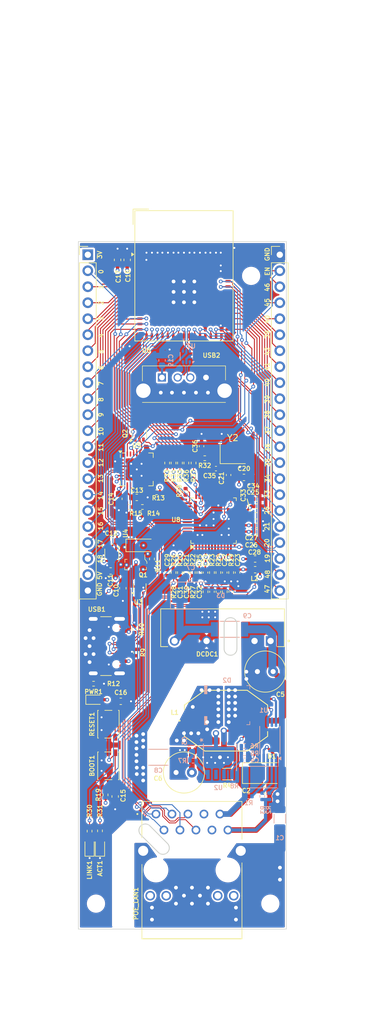
<source format=kicad_pcb>
(kicad_pcb (version 20240108) (generator "pcbnew") (generator_version "8.0")
  (layers (0 "F.Cu" signal) (1 "In1.Cu" power) (2 "In2.Cu" power) (31 "B.Cu" signal) (34 "B.Paste" user) (35 "F.Paste" user) (36 "B.SilkS" user "B.Silkscreen") (37 "F.SilkS" user "F.Silkscreen") (38 "B.Mask" user) (39 "F.Mask" user) (44 "Edge.Cuts" user))
  (net 0 "")
  (net 1 "Earth")
  (net 2 "/POE+")
  (net 3 "/POE-")
  (net 4 "Net-(C3-Pad1)")
  (net 5 "/4138_da")
  (net 6 "/5V_DCDC")
  (net 7 "Net-(U2-FB)")
  (net 8 "/POE_5V")
  (net 9 "GND")
  (net 10 "Net-(U1-ILIM)")
  (net 11 "Net-(U1-CLASS)")
  (net 12 "Net-(U1-DET)")
  (net 13 "Net-(U1-PG)")
  (net 15 "/ILIM")
  (net 17 "Net-(U2-BS)")
  (net 18 "/Lan_Shield")
  (net 19 "/RD-")
  (net 20 "/RD+")
  (net 21 "/TD-")
  (net 22 "/TD+")
  (net 23 "/5V")
  (net 24 "/3V")
  (net 25 "Net-(PWR1-K)")
  (net 26 "/USB_5V")
  (net 27 "Net-(USB1-CC2)")
  (net 28 "Net-(USB1-CC1)")
  (net 29 "/USB_N")
  (net 30 "/USB_P")
  (net 31 "/USB_DP")
  (net 32 "/USB_DN")
  (net 35 "Net-(U5-VBUS)")
  (net 36 "/EN")
  (net 37 "/GPIO0")
  (net 38 "/GPIO6")
  (net 39 "/GPIO4")
  (net 40 "/GPIO14")
  (net 41 "/GPIO18")
  (net 42 "/GPIO10")
  (net 43 "/GPIO2")
  (net 44 "/GPIO17")
  (net 45 "/GPIO16")
  (net 46 "/GPIO13")
  (net 47 "/GPIO7")
  (net 48 "/GPIO3")
  (net 49 "/GPIO1")
  (net 50 "/GPIO11")
  (net 51 "/GPIO9")
  (net 52 "/GPIO5")
  (net 53 "/GPIO15")
  (net 54 "/GPIO12")
  (net 55 "/GPIO8")
  (net 56 "/GPIO39")
  (net 57 "/GPIO47")
  (net 58 "/GPIO45")
  (net 59 "/D+")
  (net 60 "/GPIO33")
  (net 61 "/GPIO38")
  (net 62 "/GPIO40")
  (net 63 "/GPIO46")
  (net 64 "/GPIO41")
  (net 65 "/GPIO34")
  (net 66 "/U0TXD")
  (net 67 "/GPIO37")
  (net 68 "/GPIO42")
  (net 69 "/U0RXD")
  (net 70 "/GPIO35")
  (net 71 "/D-")
  (net 72 "/GPIO48")
  (net 73 "/GPIO26")
  (net 74 "/GPIO36")
  (net 75 "/GPIO21")
  (net 76 "/DTR")
  (net 77 "/RTS")
  (net 78 "Net-(U5-~{RST})")
  (net 79 "Net-(U5-CHR1)")
  (net 96 "/OTG_D+")
  (net 97 "/OTG_D-")
  (net 98 "Net-(ACT1-A)")
  (net 99 "/A_3V")
  (net 100 "/TCT")
  (net 101 "/RCT")
  (net 102 "Net-(U8-TOCAP)")
  (net 103 "Net-(U8-1V2O)")
  (net 104 "Net-(U8-XI{slash}CLKIN)")
  (net 105 "Net-(U8-XO)")
  (net 106 "Net-(LINK1-A)")
  (net 107 "/TXN")
  (net 108 "/TXP")
  (net 109 "/RXN")
  (net 110 "/RD_F+")
  (net 111 "/RXP")
  (net 112 "/RD_F-")
  (net 113 "Net-(U8-EXRES1)")
  (net 114 "/LINKLED")
  (net 115 "/ACTLED")
  (net 116 "Net-(U8-~{SCS})")
  (net 117 "Net-(U8-SCLK)")
  (net 118 "Net-(U8-MISO)")
  (net 119 "Net-(U8-MOSI)")
  (net 120 "Net-(U8-~{INT})")
  (net 121 "Net-(U8-~{RST})")
  (footprint "Capacitor_SMD:C_0402_1005Metric" (layer "F.Cu") (at 101.6 103.632 180)
    (property "Reference" "C35")
    (property "Value" "18pF")
  )
  (footprint "Resistor_SMD:R_0402_1005Metric" (layer "F.Cu") (at 101.981 120.142 90)
    (property "Reference" "R24")
    (property "Value" "33R/1%")
  )
  (footprint "MountingHole:MountingHole_2.2mm_M2" (layer "F.Cu") (at 110.236 172.72)
    (property "Reference" "H2" (hide yes))
    (property "Value" "MountingHole")
  )
  (footprint "Resistor_SMD:R_1206_3216Metric" (layer "F.Cu") (at 103.378 152.146 180)
    (property "Reference" "R4")
    (property "Value" "0.03R/1%/R1206")
  )
  (footprint "Capacitor_SMD:C_0603_1608Metric" (layer "F.Cu") (at 109.3216 154.6608)
    (property "Reference" "C2")
    (property "Value" "100nF/100V/10%/C0603")
  )
  (footprint "Connector_USB:USB_C_Receptacle_GCT_USB4105-xx-A_16P_TopMnt_Horizontal" (layer "F.Cu") (at 83.188 131.822 -90)
    (property "Reference" "USB1")
    (property "Value" "USB_C_Receptacle_USB2.0_16P")
  )
  (footprint "Capacitor_SMD:C_0603_1608Metric" (layer "F.Cu") (at 86.1822 108.4326 -90)
    (property "Reference" "C14")
    (property "Value" "1uF/16V/10%/X5R/C0603")
  )
  (footprint "Resistor_SMD:R_0402_1005Metric" (layer "F.Cu") (at 102.997 123.19 90)
    (property "Reference" "R27")
    (property "Value" "49.9R/1%")
  )
  (footprint "Resistor_SMD:R_0402_1005Metric" (layer "F.Cu") (at 95.885 120.148 90)
    (property "Reference" "R20")
    (property "Value" "49.9R/1%")
  )
  (footprint "Resistor_SMD:R_0402_1005Metric" (layer "F.Cu") (at 89.918 109.728 180)
    (property "Reference" "R14")
    (property "Value" "22.1k/1%")
  )
  (footprint "Connector_PinHeader_2.54mm:PinHeader_1x22_P2.54mm_Vertical" (layer "F.Cu") (at 81.2546 69.6672)
    (property "Reference" "J1" (hide yes))
    (property "Value" "~")
  )
  (footprint "Capacitor_THT:C_Radial_D6.3mm_H11.0mm_P2.50mm" (layer "F.Cu") (at 110.6786 135.8648 180)
    (property "Reference" "C5")
    (property "Value" "470uF/10V/20%/Low_ESR/RM2.5/6.3x11mm")
  )
  (footprint "Capacitor_SMD:C_0402_1005Metric" (layer "F.Cu") (at 103.607 104.648 90)
    (property "Reference" "C21")
    (property "Value" "0.1uF")
  )
  (footprint "Resistor_SMD:R_0402_1005Metric" (layer "F.Cu") (at 100.965 120.142 90)
    (property "Reference" "R23")
    (property "Value" "33R/1%")
  )
  (footprint "Resistor_SMD:R_0402_1005Metric" (layer "F.Cu") (at 81.534 161.203 90)
    (property "Reference" "R30")
    (property "Value" "4.7K")
  )
  (footprint "Capacitor_SMD:C_0603_1608Metric" (layer "F.Cu") (at 86.487 140.589)
    (property "Reference" "C16")
    (property "Value" "1uF/50V/10%/C0603")
  )
  (footprint "Capacitor_SMD:C_0603_1608Metric" (layer "F.Cu") (at 107.823 119.6848)
    (property "Reference" "L2")
    (property "Value" "600")
  )
  (footprint "Resistor_SMD:R_0402_1005Metric" (layer "F.Cu") (at 93.853 102.743 90)
    (property "Reference" "R33")
    (property "Value" "22R/1%")
  )
  (footprint "WE-7499210121A:7499210121A" (layer "F.Cu") (at 97.79 178.2714 180)
    (property "Reference" "POE_LAN1")
    (property "Value" "WE-7499210121A" (hide yes))
  )
  (footprint "Resistor_SMD:R_0402_1005Metric" (layer "F.Cu") (at 84.074 155.448 90)
    (property "Reference" "R19")
    (property "Value" "10k")
  )
  (footprint "LED_SMD:LED_0603_1608Metric" (layer "F.Cu") (at 82.423 140.335)
    (property "Reference" "PWR1")
    (property "Value" "LED/RED/0603")
  )
  (footprint "Capacitor_SMD:C_0603_1608Metric" (layer "F.Cu") (at 85.1154 115.1128 180)
    (property "Reference" "C12")
    (property "Value" "2.2uF/6.3V/10%/C0603")
  )
  (footprint "MountingHole:MountingHole_2.2mm_M2" (layer "F.Cu") (at 107.188 73.025)
    (property "Reference" "H3" (hide yes))
    (property "Value" "MountingHole")
  )
  (footprint "Resistor_SMD:R_0402_1005Metric" (layer "F.Cu") (at 96.901 120.142 90)
    (property "Reference" "R21")
    (property "Value" "33R/1%")
  )
  (footprint "Capacitor_SMD:C_0402_1005Metric" (layer "F.Cu") (at 108.077 109.601)
    (property "Reference" "C25")
    (property "Value" "0.1uF")
  )
  (footprint "LED_SMD:LED_0603_1608Metric" (layer "F.Cu") (at 81.534 163.703 90)
    (property "Reference" "LINK1")
    (property "Value" "LED/YELLOW/0603")
  )
  (footprint "Resistor_SMD:R_0402_1005Metric" (layer "F.Cu") (at 96.901 102.743 90)
    (property "Reference" "R36")
    (property "Value" "22R/1%")
  )
  (footprint "Resistor_SMD:R_0402_1005Metric" (layer "F.Cu") (at 83.185 161.163 90)
    (property "Reference" "R31")
    (property "Value" "220R")
  )
  (footprint "Capacitor_SMD:C_0603_1608Metric" (layer "F.Cu") (at 89.027 108.206)
    (property "Reference" "C13")
    (property "Value" "100nF/16V/10%/C0603")
  )
  (footprint "Button_Switch_SMD:SW_SPST_PTS810" (layer "F.Cu") (at 84.523 150.833 90)
    (property "Reference" "BOOT1")
    (property "Value" "PTS810")
  )
  (footprint "Connector_PinHeader_2.54mm:PinHeader_1x22_P2.54mm_Vertical" (layer "F.Cu") (at 111.7346 69.6672)
    (property "Reference" "J4" (hide yes))
    (property "Value" "~")
  )
  (footprint "Resistor_SMD:R_0402_1005Metric" (layer "F.Cu") (at 94.869 102.743 90)
    (property "Reference" "R34")
    (property "Value" "22R/1%")
  )
  (footprint "Capacitor_SMD:C_0402_1005Metric" (layer "F.Cu") (at 102.997 120.142 -90)
    (property "Reference" "C22")
    (property "Value" "0.1uF")
  )
  (footprint "MountingHole:MountingHole_2.2mm_M2" (layer "F.Cu") (at 82.55 172.72)
    (property "Reference" "H4" (hide yes))
    (property "Value" "MountingHole")
  )
  (footprint "Capacitor_SMD:C_0402_1005Metric" (layer "F.Cu") (at 100.965 123.19 90)
    (property "Reference" "C31")
    (property "Value" "6.8nF")
  )
  (footprint "Resistor_SMD:R_0402_1005Metric" (layer "F.Cu") (at 88.646 129.161 90)
    (property "Reference" "R10")
    (property "Value" "5.1k")
  )
  (footprint "Resistor_SMD:R_0402_1005Metric" (layer "F.Cu") (at 98.044 102.743 90)
    (property "Reference" "R37")
    (property "Value" "22R/1%")
  )
  (footprint "Capacitor_SMD:C_0603_1608Metric" (layer "F.Cu") (at 107.823 117.983)
    (property "Reference" "C28")
    (property "Value" "10uF/25V/20%/X5R/0603")
  )
  (footprint "Package_TO_SOT_SMD:SOT-666" (layer "F.Cu") (at 89.5096 122.555 90)
    (property "Reference" "U3")
    (property "Value" "USBLC6")
  )
  (footprint "Capacitor_SMD:C_0402_1005Metric" (layer "F.Cu") (at 93.853 120.148 90)
    (property "Reference" "C29")
    (property "Value" "22nf")
  )
  (footprint "IDC5020ER330M:IND_IDC-5020_VIS" (layer "F.Cu") (at 103.2002 143.6624)
    (property "Reference" "L1")
    (property "Value" "33uH/2.1A/DCR=0.1R/20%(SMSD0804-330MT)")
  )
  (footprint "Capacitor_SMD:C_0402_1005Metric" (layer "F.Cu") (at 108.077 112.649)
    (property "Reference" "C27")
    (property "Value" "0.1uF")
  )
  (footprint "Capacitor_THT:C_Radial_D6.3mm_H11.0mm_P2.50mm" (layer "F.Cu") (at 97.77 151.892 180)
    (property "Reference" "C6")
    (property "Value" "22uF/100V/20%/RM2.5/6.3x11mm(Rubycon 100YXJ22M6.3X11) ")
  )
  (footprint "Capacitor_SMD:C_0603_1608Metric" (layer "F.Cu") (at 107.95 111.125)
    (property "Reference" "C33")
    (property "Value" "4.7uF")
  )
  (footprint "Capacitor_SMD:C_0603_1608Metric" (layer "F.Cu") (at 85.979 70.485 90)
    (property "Reference" "C17")
    (property "Value" "10uF/25V/20%/X5R/0603")
  )
  (footprint "Capacitor_SMD:C_0402_1005Metric" (layer "F.Cu") (at 105.029 120.142 -90)
    (property "Reference" "C23")
    (property "Value" "0.1uF")
  )
  (footprint "Resistor_SMD:R_0402_1005Metric" (layer "F.Cu") (at 99.949 123.19 90)
    (property "Reference" "R28")
    (property "Value" "49.9R/1%")
  )
  (footprint "Resistor_SMD:R_0402_1005Metric" (layer "F.Cu") (at 95.885 102.743 90)
    (property "Reference" "R35")
    (property "Value" "22R/1%")
  )
  (footprint "Resistor_SMD:R_0402_1005Metric" (layer "F.Cu") (at 98.9584 120.142 90)
    (property "Reference" "R25")
    (property "Value" "49.9R/1%")
  )
  (footprint "Capacitor_SMD:C_0603_1608Metric" (layer "F.Cu") (at 85.598 155.702 -90)
    (property "Reference" "C15")
    (property "Value" "1uF/50V/10%/C0603")
  )
  (footprint "Capacitor_SMD:C_0402_1005Metric" (layer "F.Cu") (at 108.077 108.458)
    (property "Reference" "C34")
    (property "Value" "10nF")
  )
  (footprint "Resistor_SMD:R_0402_1005Metric" (layer "F.Cu") (at 92.1766 107.3912)
    (property "Reference" "R13")
    (property "Value" "1k/1%")
  )
  (footprint "digikey-footprints:SOT-23-3" (layer "F.Cu") (at 88.9 118.872 -90)
    (property "Reference" "Q1")
    (property "Value" "DMG2305UX-13")
  )
  (footprint "Diode_SMD:D_SOD-123" (layer "F.Cu") (at 89.662 115.824)
    (property "Reference" "D4" (hide yes))
    (property "Value" "1N5819HW-7-F/SOD123")
  )
  (footprint "Package_DFN_QFN:QFN-28-1EP_5x5mm_P0.5mm_EP3.35x3.35mm" (layer "F.Cu") (at 89.027 103.759)
    (property "Reference" "U5")
    (property "Value" "CP2102N-Axx-xQFN28")
  )
  (footprint "Capacitor_SMD:C_0402_1005Metric" (layer "F.Cu") (at 104.013 123.19 90)
    (property "Reference" "C32")
    (property "Value" "10nF")
  )
  (footprint "Button_Switch_SMD:SW_SPST_PTS810" (layer "F.Cu") (at 84.523 144.229 90)
    (property "Reference" "RESET1")
    (property "Value" "PTS810")
  )
  (footprint "usb-a:usb-a-U-A-24DD-W-9" (layer "F.Cu") (at 96.52 90.2208 -90)
    (property "Reference" "USB2")
    (property "Value" "USB_A")
  )
  (footprint "Resistor_SMD:R_0402_1005Metric" (layer "F.Cu") (at 99.822 101.981 180)
    (property "Reference" "R32")
    (property "Value" "1M")
  )
  (footprint "Resistor_SMD:R_0402_1005Metric" (layer "F.Cu") (at 96.774 107.315 -90)
    (property "Reference" "R38")
    (property "Value" "22R/1%")
  )
  (footprint "Package_QFP:LQFP-48_7x7mm_P0.5mm" (layer "F.Cu") (at 101.219 111.887 90)
    (property "Reference" "U8")
    (property "Value" "W5500")
  )
  (footprint "Package_SON:WSON-6-1EP_2x2mm_P0.65mm_EP1x1.6mm_ThermalVias" (layer "F.Cu") (at 85.0582 117.3988 -90)
    (property "Reference" "U4")
    (property "Value" "TLV76733DRVx")
  )
  (footprint "Resistor_SMD:R_0402_1005Metric" (layer "F.Cu") (at 91.44 117.983 -90)
    (property "Reference" "R11")
    (property "Value" "10k")
  )
  (footprint "Capacitor_SMD:C_0603_1608Metric" (layer "F.Cu") (at 106.045 105.029)
    (property "Reference" "C20")
    (property "Value" "10uF/25V/20%/X5R/0603")
  )
  (footprint "Capacitor_SMD:C_0603_1608Metric" (layer "F.Cu") (at 87.503 70.485 90)
    (property "Reference" "C18")
    (property "Value" "0.1uF/50V/10%/X5R/C0603")
  )
  (footprint "Crystal:Crystal_SMD_3225-4Pin_3.2x2.5mm" (layer "F.Cu") (at 104.267 101.1936)
    (property "Reference" "Y2")
    (property "Value" "25MHz (±30 ppm, 18pF)")
  )
  (footprint "Resistor_SMD:R_0402_1005Metric" (layer "F.Cu") (at 97.917 120.142 90)
    (property "Reference" "R22")
    (property "Value" "33R/1%")
  )
  (footprint "Capacitor_SMD:C_0603_1608Metric" (layer "F.Cu") (at 86.8172 122.6312 -90)
    (property "Reference" "C10")
    (property "Value" "100nf")
  )
  (footprint "Capacitor_SMD:C_0402_1005Metric" (layer "F.Cu") (at 101.981 123.19 90)
    (property "Reference" "C30")
    (property "Value" "6.8nF")
  )
  (footprint "Resistor_SMD:R_0402_1005Metric" (layer "F.Cu") (at 82.169 137.795)
    (property "Reference" "R12")
    (property "Value" "10k")
  )
  (footprint "Resistor_SMD:R_0402_1005Metric" (layer "F.Cu") (at 87.886 109.728 180)
    (property "Reference" "R15")
    (property "Value" "47.5k/1%")
  )
  (footprint "Capacitor_SMD:C_0402_1005Metric" (layer "F.Cu") (at 99.314 100.076 90)
    (property "Reference" "C36")
    (property "Value" "18pF")
  )
  (footprint "Package_TO_SOT_SMD:SOT-363_SC-70-6" (layer "F.Cu") (at 89.4334 98.0694 90)
    (property "Reference" "Q2")
    (property "Value" "UMH3N")
  )
  (footprint "F0505S-1WR3:CONV_F0505S-1WR3" (layer "F.Cu") (at 103.251 128.905)
    (property "Reference" "DCDC1")
    (property "Value" "F0505S-3WRx")
  )
  (footprint "RF_Module:ESP32-S2-MINI-1" (layer "F.Cu") (at 96.52 73.015)
    (property "Reference" "U6")
    (property "Value" "ESP32-S3-MINI-1")
  )
  (footprint "Resistor_SMD:R_0402_1005Metric" (layer "F.Cu") (at 88.9 132.842 90)
    (property "Reference" "R9")
    (property "Value" "5.1k")
  )
  (footprint "Resistor_SMD:R_0402_1005Metric" (layer "F.Cu") (at 104.013 120.142 90)
    (property "Reference" "R29")
    (property "Value" "12.4k/1%")
  )
  (footprint "Capacitor_SMD:C_0402_1005Metric" (layer "F.Cu") (at 108.077 113.665)
    (property "Reference" "C26")
    (property "Value" "0.1uF")
  )
  (footprint "Resistor_SMD:R_0402_1005Metric" (layer "F.Cu") (at 94.869 120.142 90)
    (property "Reference" "R26")
    (property "Value" "10R/1%")
  )
  (footprint "MountingHole:MountingHole_2.2mm_M2" (layer "F.Cu") (at 97.409 136.144)
    (property "Reference" "H1" (hide yes))
    (property "Value" "MountingHole")
  )
  (footprint "LED_SMD:LED_0603_1608Metric" (layer "F.Cu") (at 83.185 163.703 90)
    (property "Reference" "ACT1")
    (property "Value" "LED/GREEN/0603")
  )
  (footprint "Capacitor_SMD:C_0603_1608Metric" (layer "F.Cu") (at 84.8738 119.888 180)
    (property "Reference" "C11")
    (property "Value" "1uF/6.3V/10%/C0603")
  )
  (footprint "Diode_SMD:D_SMA" (layer "F.Cu") (at 109.3216 151.9938)
    (property "Reference" "D1")
    (property "Value" "SMAJ58A")
  )
  (footprint "Capacitor_SMD:C_0402_1005Metric" (layer "F.Cu") (at 99.949 120.142 -90)
    (property "Reference" "C24")
    (property "Value" "0.1uF")
  )
  (footprint "digikey-footprints:DO-214AB" (layer "B.Cu") (at 103.378 141.1988)
    (property "Reference" "D2")
    (property "Value" "SS510C/100V/5A/0.85V/DO214AB(SMC)")
  )
  (footprint "Capacitor_SMD:C_0603_1608Metric" (layer "B.Cu") (at 93.04 86.45 90)
    (property "Reference" "C19")
    (property "Value" "100nf")
  )
  (footprint "C_1808:C_1808" (layer "B.Cu") (at 103.759 129.159 180)
    (property "Reference" "C9")
    (property "Value" "1.0nF/3kV/10%/SMD/1808")
  )
  (footprint "Capacitor_SMD:C_0603_1608Metric" (layer "B.Cu") (at 97.8154 147.828 90)
    (property "Reference" "C3")
    (property "Value" "100nF/100V/10%/C0603")
  )
  (footprint "Package_SO:TSSOP-8_4.4x3mm_P0.65mm" (layer "B.Cu") (at 110.1598 146.7612 90)
    (property "Reference" "U1")
    (property "Value" "TPS2375-1")
  )
  (footprint "Resistor_SMD:R_0402_1005Metric" (layer "B.Cu") (at 97.9678 150.0124 180)
    (property "Reference" "R7")
    (property "Value" "4.7R")
  )
  (footprint "C_1808:C_1808" (layer "B.Cu") (at 92.456 149.479 180)
    (property "Reference" "C8")
    (property "Value" "1.0nF/3kV/10%/SMD/1808")
  )
  (footprint "Diode_SMD:D_SMB" (layer "B.Cu") (at 98.044 123.7996)
    (property "Reference" "D3")
    (property "Value" "(NF) 5.8V/SMBJ6.0A/DO214AA")
  )
  (footprint "Capacitor_SMD:C_0402_1005Metric" (layer "B.Cu") (at 106.1466 149.9618 180)
    (property "Reference" "C4")
    (property "Value" "12pF/50V/5%/COG/C0402")
  )
  (footprint "tx4138:tx4138-ESOIC8_XDS" (layer "B.Cu") (at 102.235 149.479 -90)
    (property "Reference" "U2")
    (property "Value" "TX4138")
  )
  (footprint "Resistor_SMD:R_2512_6332Metric" (layer "B.Cu") (at 109.1438 152.6286 180)
    (property "Reference" "R8")
    (property "Value" "4.7k/R2512")
  )
  (footprint "Capacitor_SMD:C_1206_3216Metric" (layer "B.Cu") (at 111.7346 159.2308 90)
    (property "Reference" "C1")
    (property "Value" "1nF/2000V/10%/X7R/C1206")
  )
  (footprint "Resistor_SMD:R_0402_1005Metric" (layer "B.Cu") (at 110.0836 155.6748 90)
    (property "Reference" "R2")
    (property "Value" "180k/1%")
  )
  (footprint "Resistor_SMD:R_0402_1005Metric" (layer "B.Cu") (at 106.1446 148.8188)
    (property "Reference" "R5")
    (property "Value" "56.2k/1%")
  )
  (footprint "Capacitor_SMD:C_0603_1608Metric" (layer "B.Cu") (at 97.6122 120.777)
    (property "Reference" "C7")
    (property "Value" "22uF/6.3V/20%/X5R/C0603")
  )
  (footprint "Resistor_SMD:R_0402_1005Metric" (layer "B.Cu") (at 106.1446 147.6758 180)
    (property "Reference" "R6")
    (property "Value" "10.5k/1%")
  )
  (footprint "Resistor_SMD:R_0402_1005Metric" (layer "B.Cu") (at 108.966 155.6748 90)
    (property "Reference" "R3")
    (property "Value" "4.42k/1%")
  )
  (footprint "Resistor_SMD:R_0402_1005Metric" (layer "B.Cu") (at 106.807 155.6766)
    (property "Reference" "R1")
    (property "Value" "24.9k/1%")
  )
  (footprint "Package_TO_SOT_SMD:SOT-666" (layer "B.Cu") (at 96.901 85.8275 90)
    (property "Reference" "U7")
    (property "Value" "USBLC6")
  )
  (gr_line (start 106.553 108.458) (end 107.061 110.4138) (stroke (width 0.15)) (layer "F.SilkS"))
  (gr_arc (start 102.895395 128.3208) (mid 103.911404 127.304791) (end 104.927413 128.3208) (stroke (width 0.15)) (layer "Edge.Cuts"))
  (gr_rect (start 79.756 67.564) (end 112.776 176.7674) (stroke (width 0.1)) (fill none) (layer "Edge.Cuts"))
  (gr_arc (start 93.887784 163.150095) (mid 93.887785 164.586937) (end 92.450943 164.586936) (stroke (width 0.15)) (layer "Edge.Cuts"))
  (gr_line (start 104.927404 132.2578) (end 104.927404 128.3208) (stroke (width 0.15)) (layer "Edge.Cuts"))
  (gr_arc (start 89.667057 161.803063) (mid 89.667057 160.366209) (end 91.103911 160.36621) (stroke (width 0.15)) (layer "Edge.Cuts"))
  (gr_line (start 92.450943 164.586936) (end 89.667057 161.803063) (stroke (width 0.15)) (layer "Edge.Cuts"))
  (gr_line (start 93.887784 163.150095) (end 91.103905 160.366216) (stroke (width 0.15)) (layer "Edge.Cuts"))
  (gr_line (start 102.895404 132.2578) (end 102.895395 128.3208) (stroke (width 0.15)) (layer "Edge.Cuts"))
  (gr_arc (start 104.927404 132.2578) (mid 103.911404 133.2738) (end 102.895404 132.2578) (stroke (width 0.15)) (layer "Edge.Cuts"))
  (gr_text "*" (at 99.6188 146.7358 90) (layer "B.SilkS") (effects (font (size 1 1)) (justify mirror)))
  (gr_text "42" (at 110.16363 85.764646 90) (layer "F.SilkS") (effects (font (size 0.7 0.7) (thickness 0.150114) (bold yes)) (justify left bottom)))
  (gr_text "41" (at 110.16363 88.177646 90) (layer "F.SilkS") (effects (font (size 0.7 0.7) (thickness 0.150114) (bold yes)) (justify left bottom)))
  (gr_text "38" (at 110.16363 95.797646 90) (layer "F.SilkS") (effects (font (size 0.7 0.7) (thickness 0.150114) (bold yes)) (justify left bottom)))
  (gr_text "40" (at 110.16363 90.717646 90) (layer "F.SilkS") (effects (font (size 0.7 0.7) (thickness 0.150114) (bold yes)) (justify left bottom)))
  (gr_text "36" (at 110.21443 101.055446 90) (layer "F.SilkS") (effects (font (size 0.7 0.7) (thickness 0.150114) (bold yes)) (justify left bottom)))
  (gr_text "5" (at 83.769896 85.482112 90) (layer "F.SilkS") (effects (font (size 0.7 0.7) (thickness 0.150114) (bold yes)) (justify left bottom)))
  (gr_text "3V" (at 83.561896 70.415112 90) (layer "F.SilkS") (effects (font (size 0.7 0.7) (thickness 0.150114) (bold yes)) (justify left bottom)))
  (gr_text "46" (at 110.16363 75.604646 90) (layer "F.SilkS") (effects (font (size 0.7 0.7) (thickness 0.150114) (bold yes)) (justify left bottom)))
  (gr_text "37" (at 110.21443 98.312246 90) (layer "F.SilkS") (effects (font (size 0.7 0.7) (thickness 0.150114) (bold yes)) (justify left bottom)))
  (gr_text "10" (at 83.7692 98.4758 90) (layer "F.SilkS") (effects (font (size 0.7 0.7) (thickness 0.150114) (bold yes)) (justify left bottom)))
  (gr_text "4" (at 83.769896 82.942112 90) (layer "F.SilkS") (effects (font (size 0.7 0.7) (thickness 0.150114) (bold yes)) (justify left bottom)))
  (gr_text "39" (at 110.16363 83.097646 90) (layer "F.SilkS") (effects (font (size 0.7 0.7) (thickness 0.150114) (bold yes)) (justify left bottom)))
  (gr_text "45" (at 110.16363 78.017646 90) (layer "F.SilkS") (effects (font (size 0.7 0.7) (thickness 0.150114) (bold yes)) (justify left bottom)))
  (gr_text "1" (at 83.769896 75.195112 90) (layer "F.SilkS") (effects (font (size 0.7 0.7) (thickness 0.150114) (bold yes)) (justify left bottom)))
  (gr_text "40" (at 110.16363 80.684646 90) (layer "F.SilkS") (effects (font (size 0.7 0.7) (thickness 0.150114) (bold yes)) (justify left bottom)))
  (gr_text "11" (at 83.7438 101.0158 90) (layer "F.SilkS") (effects (font (size 0.7 0.7) (thickness 0.150114) (bold yes)) (justify left bottom)))
  (gr_text "26" (at 110.1344 111.0234 90) (layer "F.SilkS") (effects (font (size 0.7 0.7) (thickness 0.150114) (bold yes)) (justify left bottom)))
  (gr_text "35" (at 110.21443 103.417646 90) (layer "F.SilkS") (effects (font (size 0.7 0.7) (thickness 0.150114) (bold yes)) (justify left bottom)))
  (gr_text "16" (at 83.693 113.5126 90) (layer "F.SilkS") (effects (font (size 0.7 0.7) (thickness 0.150114) (bold yes)) (justify left bottom)))
  (gr_text "13" (at 83.7184 105.9688 90) (layer "F.SilkS") (effects (font (size 0.7 0.7) (thickness 0.150114) (bold yes)) (justify left bottom)))
  (gr_text "7" (at 83.769896 90.562112 90) (layer "F.SilkS") (effects (font (size 0.7 0.7) (thickness 0.150114) (bold yes)) (justify left bottom)))
  (gr_text "17" (at 83.6676 116.332 90) (layer "F.SilkS") (effects (font (size 0.7 0.7) (thickness 0.150114) (bold yes)) (justify left bottom)))
  (gr_text "8" (at 83.769896 93.102112 90) (layer "F.SilkS") (effects (font (size 0.7 0.7) (thickness 0.150114) (bold yes)) (justify left bottom)))
  (gr_text "12" (at 83.7438 103.4542 90) (layer "F.SilkS") (effects (font (size 0.7 0.7) (thickness 0.150114) (bold yes)) (justify left bottom)))
  (gr_text "39" (at 110.16363 93.384646 90) (layer "F.SilkS") (effects (font (size 0.7 0.7) (thickness 0.150114) (bold yes)) (justify left bottom)))
  (gr_text "34\n" (at 110.18903 105.932246 90) (layer "F.SilkS") (effects (font (size 0.7 0.7) (thickness 0.150114) (bold yes)) (justify left bottom)))
  (gr_text "6" (at 83.769896 88.022112 90) (layer "F.SilkS") (effects (font (size 0.7 0.7) (thickness 0.150114) (bold yes)) (justify left bottom)))
  (gr_text "0" (at 83.769896 72.782112 90) (layer "F.SilkS") (effects (font (size 0.7 0.7) (thickness 0.150114) (bold yes)) (justify left bottom)))
  (gr_text "9" (at 83.769896 95.515112 90) (layer "F.SilkS") (effects (font (size 0.7 0.7) (thickness 0.150114) (bold yes)) (justify left bottom)))
  (gr_text "20" (at 110.109 116.1796 90) (layer "F.SilkS") (effects (font (size 0.7 0.7) (thickness 0.150114) (bold yes)) (justify left bottom)))
  (gr_text "47" (at 110.16363 123.5202 90) (layer "F.SilkS") (effects (font (size 0.7 0.7) (thickness 0.150114) (bold yes)) (justify left bottom)))
  (gr_text "GND" (at 110.1598 70.7644 90) (layer "F.SilkS") (effects (font (size 0.7 0.7) (thickness 0.150114) (bold yes)) (justify left bottom)))
  (gr_text "15" (at 83.693 111.125 90) (layer "F.SilkS") (effects (font (size 0.7 0.7) (thickness 0.150114) (bold yes)) (justify left bottom)))
  (gr_text "5V" (at 83.566 121.3612 90) (layer "F.SilkS") (effects (font (size 0.7 0.7) (thickness 0.150114) (bold yes)) (justify left bottom)))
  (gr_text "GND" (at 83.5406 123.9774 90) (layer "F.SilkS") (effects (font (size 0.7 0.7) (thickness 0.150114) (bold yes)) (justify left bottom)))
  (gr_text "2" (at 83.769896 77.735112 90) (layer "F.SilkS") (effects (font (size 0.7 0.7) (thickness 0.150114) (bold yes)) (justify left bottom)))
  (gr_text "EN" (at 110.180296 73.081312 90) (layer "F.SilkS") (effects (font (size 0.7 0.7) (thickness 0.150114) (bold yes)) (justify left bottom)))
  (gr_text "19" (at 110.1852 118.657646 90) (layer "F.SilkS") (effects (font (size 0.7 0.7) (thickness 0.150114) (bold yes)) (justify left bottom)))
  (gr_text "21" (at 110.1344 113.5634 90) (layer "F.SilkS") (effects (font (size 0.7 0.7) (thickness 0.150114) (bold yes)) (justify left bottom)))
  (gr_text "33\n" (at 110.1344 108.458 90) (layer "F.SilkS") (effects (font (size 0.7 0.7) (thickness 0.150114) (bold yes)) (justify left bottom)))
  (gr_text "14" (at 83.693 108.675446 90) (layer "F.SilkS") (effects (font (size 0.7 0.7) (thickness 0.150114) (bold yes)) (justify left bottom)))
  (gr_text "3" (at 83.769896 80.275112 90) (layer "F.SilkS") (effects (font (size 0.7 0.7) (thickness 0.150114) (bold yes)) (justify left bottom)))
  (gr_text "18" (at 83.6168 118.745 90) (layer "F.SilkS") (effects (font (size 0.7 0.7) (thickness 0.150114) (bold yes)) (justify left bottom)))
  (gr_text "48" (at 110.2106 121.1834 90) (layer "F.SilkS") (effects (font (size 0.7 0.7) (thickness 0.150114) (bold yes)) (justify left bottom)))
  (via (at 103.632 138.811) (size 1) (drill 0.6) (layers "F.Cu" "B.Cu") (net 1))
  (via (at 111.379 156.464) (size 1) (drill 0.6) (layers "F.Cu" "B.Cu") (net 1))
  (via (at 104.648 139.827) (size 1) (drill 0.6) (layers "F.Cu" "B.Cu") (net 1))
  (via (at 103.632 142.875) (size 1) (drill 0.6) (layers "F.Cu" "B.Cu") (net 1))
  (via (at 106.426 137.033) (size 1) (drill 0.6) (layers "F.Cu" "B.Cu") (net 1))
  (via (at 103.632 141.859) (size 1) (drill 0.6) (layers "F.Cu" "B.Cu") (net 1))
  (via (at 103.632 143.891) (size 1) (drill 0.6) (layers "F.Cu" "B.Cu") (net 1))
  (via (at 104.648 141.859) (size 1) (drill 0.6) (layers "F.Cu" "B.Cu") (net 1))
  (via (at 104.648 142.875) (size 1) (drill 0.6) (layers "F.Cu" "B.Cu") (net 1))
  (via (at 103.632 140.843) (size 1) (drill 0.6) (layers "F.Cu" "B.Cu") (net 1))
  (via (at 103.632 139.827) (size 1) (drill 0.6) (layers "F.Cu" "B.Cu") (net 1))
  (via (at 106.426 135.89) (size 1) (drill 0.6) (layers "F.Cu" "B.Cu") (net 1))
  (via (at 104.648 138.811) (size 1) (drill 0.6) (layers "F.Cu" "B.Cu") (net 1))
  (via (at 96.647 148.336) (size 0.6096) (drill 0.3048) (layers "F.Cu" "B.Cu") (net 1))
  (via (at 111.379 155.321) (size 1) (drill 0.6) (layers "F.Cu" "B.Cu") (net 1))
  (via (at 95.885 148.336) (size 0.6096) (drill 0.3048) (layers "F.Cu" "B.Cu") (net 1))
  (via (at 104.648 140.843) (size 1) (drill 0.6) (layers "F.Cu" "B.Cu") (net 1))
  (segment (start 107.4168 147.6758) (end 107.442 147.701) (width 0.3556) (layer "B.Cu") (net 1))
  (segment (start 106.6546 147.6758) (end 107.4168 147.6758) (width 0.3556) (layer "B.Cu") (net 1))
  (segment (start 104.14 146.75485) (end 104.14 144.399) (width 0.889) (layer "B.Cu") (net 1))
  (segment (start 104.14 144.399) (end 103.632 143.891) (width 0.889) (layer "B.Cu") (net 1))
  (segment (start 104.3432 148.1582) (end 102.87 148.1582) (width 0.889) (layer "F.Cu") (net 2))
  (segment (start 108.5466 153.2188) (end 107.3216 151.9938) (width 0.889) (layer "F.Cu") (net 2))
  (segment (start 105.537 142.113) (end 107.442 140.208) (width 0.3556) (layer "F.Cu") (net 2))
  (segment (start 103.9114 145.2626) (end 105.537 143.637) (width 0.3556) (layer "F.Cu") (net 2))
  (segment (start 102.235 158.4914) (end 103.916 158.4914) (width 0.889) (layer "F.Cu") (net 2))
  (segment (start 103.916 158.4914) (end 107.3216 155.0858) (width 0.889) (layer "F.Cu") (net 2))
  (segment (start 102.8446 145.2626) (end 102.87 145.288) (width 0.889) (layer "F.Cu") (net 2))
  (segment (start 104.8405 148.6555) (end 104.3432 148.1582) (width 0.889) (layer "F.Cu") (net 2))
  (segment (start 104.8405 152.146) (end 107.1694 152.146) (width 0.889) (layer "F.Cu") (net 2))
  (segment (start 110.744 140.208) (end 110.7694 140.2334) (width 0.3556) (layer "F.Cu") (net 2))
  (segment (start 105.537 143.637) (end 105.537 142.113) (width 0.3556) (layer "F.Cu") (net 2))
  (segment (start 108.5466 154.6608) (end 108.5466 153.2188) (width 0.889) (layer "F.Cu") (net 2))
  (segment (start 98.5774 148.1582) (end 97.77 148.9656) (width 0.889) (layer "F.Cu") (net 2))
  (segment (start 97.77 148.9656) (end 97.77 151.892) (width 0.889) (layer "F.Cu") (net 2))
  (segment (start 107.442 140.208) (end 110.744 140.208) (width 0.3556) (layer "F.Cu") (net 2))
  (segment (start 102.8446 145.2626) (end 103.9114 145.2626) (width 0.3556) (layer "F.Cu") (net 2))
  (segment (start 107.3216 155.0858) (end 107.3216 151.9938) (width 0.889) (layer "F.Cu") (net 2))
  (segment (start 102.87 148.1582) (end 98.5774 148.1582) (width 0.889) (layer "F.Cu") (net 2))
  (segment (start 104.8405 152.146) (end 104.8405 148.6555) (width 0.889) (layer "F.Cu") (net 2))
  (segment (start 102.87 145.288) (end 102.87 148.1582) (width 0.889) (layer "F.Cu") (net 2))
  (via (at 102.8446 145.2626) (size 1) (drill 0.6) (layers "F.Cu" "B.Cu") (net 2))
  (via (at 110.7694 140.2334) (size 0.6096) (drill 0.3048) (layers "F.Cu" "B.Cu") (net 2))
  (segment (start 102.87 146.75485) (end 102.87 145.288) (width 0.889) (layer "B.Cu") (net 2))
  (segment (start 106.1813 155.9467) (end 106.1813 152.6286) (width 0.889) (layer "B.Cu") (net 2))
  (segment (start 111.1348 140.5988) (end 111.1348 143.8987) (width 0.3556) (layer "B.Cu") (net 2))
  (segment (start 110.7694 140.2334) (end 111.1348 140.5988) (width 0.3556) (layer "B.Cu") (net 2))
  (segment (start 103.6366 158.4914) (end 106.1813 155.9467) (width 0.889) (layer "B.Cu") (net 2))
  (segment (start 102.87 145.288) (end 102.8446 145.2626) (width 0.889) (layer "B.Cu") (net 2))
  (segment (start 102.235 158.4914) (end 103.6366 158.4914) (width 0.889) (layer "B.Cu") (net 2))
  (segment (start 110.0966 154.6608) (end 110.0966 158.9148) (width 0.889) (layer "F.Cu") (net 3))
  (segment (start 111.3216 149.4978) (end 111.3216 151.9938) (width 0.3556) (layer "F.Cu") (net 3))
  (segment (start 110.0966 158.9148) (end 107.98 161.0314) (width 0.889) (layer "F.Cu") (net 3))
  (segment (start 109.6772 147.8534) (end 111.3216 149.4978) (width 0.3556) (layer "F.Cu") (net 3))
  (segment (start 110.0966 153.2188) (end 111.3216 151.9938) (width 0.889) (layer "F.Cu") (net 3))
  (segment (start 110.0966 154.6608) (end 110.0966 153.2188) (width 0.889) (layer "F.Cu") (net 3))
  (segment (start 107.98 161.0314) (end 103.505 161.0314) (width 0.889) (layer "F.Cu") (net 3))
  (via (at 109.6772 147.8534) (size 0.6096) (drill 0.3048) (layers "F.Cu" "B.Cu") (net 3))
  (segment (start 109.6772 147.8534) (end 109.1848 148.3458) (width 0.3556) (layer "B.Cu") (net 3))
  (segment (start 109.474 159.512) (end 107.9546 161.0314) (width 0.508) (layer "B.Cu") (net 3))
  (segment (start 108.966 156.1848) (end 110.0836 156.1848) (width 0.508) (layer "B.Cu") (net 3))
  (segment (start 107.9546 161.0314) (end 103.505 161.0314) (width 0.508) (layer "B.Cu") (net 3))
  (segment (start 109.1848 148.3458) (end 109.1848 149.6237) (width 0.3556) (layer "B.Cu") (net 3))
  (segment (start 109.474 156.1848) (end 109.474 159.512) (width 0.508) (layer "B.Cu") (net 3))
  (segment (start 97.8154 149.3012) (end 97.8154 148.4252) (width 0.508) (layer "B.Cu") (net 4))
  (segment (start 97.4578 149.6588) (end 97.8154 149.3012) (width 0.508) (layer "B.Cu") (net 4))
  (segment (start 97.4578 150.0124) (end 97.4578 149.6588) (width 0.508) (layer "B.Cu") (net 4))
  (via (at 98.806 145.669) (size 1) (drill 0.6) (layers "F.Cu" "B.Cu") (net 5))
  (via (at 101.981 139.827) (size 1) (drill 0.6) (layers "F.Cu" "B.Cu") (net 5))
  (via (at 101.981 143.891) (size 1) (drill 0.6) (layers "F.Cu" "B.Cu") (net 5))
  (via (at 100.203 143.891) (size 1) (drill 0.6) (layers "F.Cu" "B.Cu") (net 5))
  (via (at 101.981 138.811) (size 1) (drill 0.6) (layers "F.Cu" "B.Cu") (net 5))
  (via (at 100.584 138.811) (size 1) (drill 0.6) (layers "F.Cu" "B.Cu") (net 5))
  (via (at 96.52 146.812) (size 1) (drill 0.6) (layers "F.Cu" "B.Cu") (net 5))
  (via (at 96.52 145.669) (size 1) (drill 0.6) (layers "F.Cu" "B.Cu") (net 5))
  (via (at 101.981 141.859) (size 1) (drill 0.6) (layers "F.Cu" "B.Cu") (net 5))
  (via (at 97.917 141.478) (size 1) (drill 0.6) (layers "F.Cu" "B.Cu") (net 5))
  (via (at 101.981 142.875) (size 1) (drill 0.6) (layers "F.Cu" "B.Cu") (net 5))
  (via (at 99.314 138.811) (size 1) (drill 0.6) (layers "F.Cu" "B.Cu") (net 5))
  (via (at 97.663 145.669) (size 1) (drill 0.6) (layers "F.Cu" "B.Cu") (net 5))
  (via (at 95.377 146.812) (size 1) (drill 0.6) (layers "F.Cu" "B.Cu") (net 5))
  (via (at 101.981 140.843) (size 1) (drill 0.6) (layers "F.Cu" "B.Cu") (net 5))
  (via (at 100.203 145.034) (size 1) (drill 0.6) (layers "F.Cu" "B.Cu") (net 5))
  (segment (start 100.33 146.75485) (end 100.33 141.6008) (width 0.508) (layer "B.Cu") (net 5))
  (segment (start 97.8154 143.3114) (end 99.928 141.1988) (width 0.508) (layer "B.Cu") (net 5))
  (segment (start 97.8154 147.053) (end 97.8154 143.3114) (width 0.508) (layer "B.Cu") (net 5))
  (segment (start 107.3912 149.4028) (end 108.1476 148.6464) (width 0.3556) (layer "F.Cu") (net 6))
  (segment (start 112.2847 142.9853) (end 111.6005 143.6695) (width 0.889) (layer "F.Cu") (net 6))
  (segment (start 112.2847 137.4709) (end 112.2847 142.9853) (width 0.889) (layer "F.Cu") (net 6))
  (segment (start 111.6005 143.6695) (end 108.3 143.6695) (width 0.889) (layer "F.Cu") (net 6))
  (segment (start 110.6786 135.8648) (end 112.2847 137.4709) (width 0.889) (layer "F.Cu") (net 6))
  (segment (start 108.1476 148.6464) (end 108.1476 143.5171) (width 0.3556) (layer "F.Cu") (net 6))
  (via (at 107.3912 149.4028) (size 0.6096) (drill 0.3048) (layers "F.Cu" "B.Cu") (net 6))
  (segment (start 106.6266 148.8468) (end 106.6546 148.8188) (width 0.508) (layer "B.Cu") (net 6))
  (segment (start 106.6546 148.8188) (end 107.0102 149.1744) (width 0.508) (layer "B.Cu") (net 6))
  (segment (start 109.728 129.159) (end 110.566 129.997) (width 1.27) (layer "B.Cu") (net 6))
  (segment (start 109.728 129.159) (end 106.934 129.159) (width 1.27) (layer "B.Cu") (net 6))
  (segment (start 110.566 131.183) (end 110.566 135.7522) (width 1.27) (layer "B.Cu") (net 6))
  (segment (start 106.8322 149.9618) (end 106.6266 149.9618) (width 0.508) (layer "B.Cu") (net 6))
  (segment (start 106.8072 148.8188) (end 106.6546 148.8188) (width 0.508) (layer "B.Cu") (net 6))
  (segment (start 107.3912 149.4028) (end 106.8322 149.9618) (width 0.508) (layer "B.Cu") (net 6))
  (segment (start 106.6266 149.9618) (end 106.6266 148.8468) (width 0.508) (layer "B.Cu") (net 6))
  (segment (start 107.3912 149.4028) (end 106.8072 148.8188) (width 0.508) (layer "B.Cu") (net 6))
  (segment (start 107.0102 149.1744) (end 107.0102 149.3012) (width 0.508) (layer "B.Cu") (net 6))
  (segment (start 110.566 129.997) (end 110.566 131.183) (width 1.27) (layer "B.Cu") (net 6))
  (segment (start 105.6346 147.6758) (end 105.6346 149.9298) (width 0.508) (layer "B.Cu") (net 7))
  (segment (start 104.14 151.4884) (end 104.14 152.20315) (width 0.254) (layer "B.Cu") (net 7))
  (segment (start 105.6666 149.9618) (end 104.14 151.4884) (width 0.254) (layer "B.Cu") (net 7))
  (segment (start 91.44 117.473) (end 91.44 115.952) (width 0.508) (layer "F.Cu") (net 8))
  (segment (start 90.0938 115.824) (end 91.312 115.824) (width 0.508) (layer "F.Cu") (net 8))
  (segment (start 90.7796 117.1702) (end 91.0824 117.473) (width 0.508) (layer "F.Cu") (net 8))
  (segment (start 91.0824 117.473) (end 91.44 117.473) (width 0.508) (layer "F.Cu") (net 8))
  (segment (start 89.85 119.441) (end 89.85 117.822) (width 0.508) (layer "F.Cu") (net 8))
  (segment (start 90.043 119.634) (end 89.85 119.441) (width 0.508) (layer "F.Cu") (net 8))
  (via (at 90.043 119.634) (size 0.6096) (drill 0.3048) (layers "F.Cu" "B.Cu") (net 8))
  (via (at 90.7796 117.1702) (size 0.6096) (drill 0.3048) (layers "F.Cu" "B.Cu") (net 8))
  (via (at 90.0938 115.824) (size 0.6096) (drill 0.3048) (layers "F.Cu" "B.Cu") (net 8))
  (segment (start 96.139 121.4752) (end 96.139 123.5546) (width 1.143) (layer "B.Cu") (net 8))
  (segment (start 95.894 130.102) (end 95.599 130.397) (width 1.143) (layer "B.Cu") (net 8))
  (segment (start 96.837 129.159) (end 101.3587 129.159) (width 1.143) (layer "B.Cu") (net 8))
  (segment (start 94.991 131.005) (end 95.599 130.397) (width 1.143) (layer "B.Cu") (net 8))
  (segment (start 95.599 130.397) (end 96.837 129.159) (width 1.143) (layer "B.Cu") (net 8))
  (segment (start 95.894 123.7996) (end 95.894 130.102) (width 1.143) (layer "B.Cu") (net 8))
  (segment (start 96.8372 120.777) (end 96.139 121.4752) (width 1.143) (layer "B.Cu") (net 8))
  (segment (start 101.969 105.168) (end 101.969 107.7245) (width 0.254) (layer "F.Cu") (net 9))
  (segment (start 97.37 68.565) (end 97.37 69.303) (width 0.3556) (layer "F.Cu") (net 9))
  (segment (start 103.52 82.565) (end 102.362 81.407) (width 0.156464) (layer "F.Cu") (net 9))
  (segment (start 90.297 69.615) (end 90.57 69.342) (width 0.3556) (layer "F.Cu") (net 9))
  (segment (start 86.8172 124.6378) (end 86.8172 123.4062) (width 0.254) (layer "F.Cu") (net 9))
  (segment (start 91.8972 119.4054) (end 91.6178 119.126) (width 0.508) (layer "F.Cu") (net 9))
  (segment (start 103.167 98.7728) (end 102.5144 98.1202) (width 0.254) (layer "F.Cu") (net 9))
  (segment (start 85.979 69.71) (end 85.979 68.707) (width 0.3556) (layer "F.Cu") (net 9))
  (segment (start 97.37 69.303) (end 97.409 69.342) (width 0.3556) (layer "F.Cu") (net 9))
  (segment (start 85.598 102.679999) (end 85.598 102.489) (width 0.254) (layer "F.Cu") (net 9))
  (segment (start 89.802 108.206) (end 90.7522 108.206) (width 0.3556) (layer "F.Cu") (net 9))
  (segment (start 104.506 68.565) (end 104.521 68.58) (width 0.254) (layer "F.Cu") (net 9))
  (segment (start 103.632 111.633) (end 103.636 111.637) (width 0.254) (layer "F.Cu") (net 9))
  (segment (start 88.258 70.465) (end 87.503 69.71) (width 0.3556) (layer "F.Cu") (net 9))
  (segment (start 99.949 121.539) (end 99.949 121.666) (width 0.254) (layer "F.Cu") (net 9))
  (segment (start 83.448 143.12) (end 83.439 143.129) (width 0.254) (layer "F.Cu") (net 9))
  (segment (start 91.42 68.565) (end 91.42 69.322) (width 0.3556) (layer "F.Cu") (net 9))
  (segment (start 99.92 68.565) (end 99.92 69.313) (width 0.3556) (layer "F.Cu") (net 9))
  (segment (start 91.8972 119.4054) (end 91.44 118.9482) (width 0.508) (layer "F.Cu") (net 9))
  (segment (start 90.7522 108.206) (end 90.7542 108.204) (width 0.3556) (layer "F.Cu") (net 9))
  (segment (start 87.262 140.589) (end 88.1126 140.589) (width 0.156464) (layer "F.Cu") (net 9))
  (segment (start 107.188 107.315) (end 107.504686 107.315) (width 0.254) (layer "F.Cu") (net 9))
  (segment (start 89.52 69.615) (end 87.662 69.615) (width 0.3556) (layer "F.Cu") (net 9))
  (segment (start 89.5096 123.155001) (end 89.5096 123.48) (width 0.254) (layer "F.Cu") (net 9))
  (segment (start 91.44 118.9482) (end 91.44 118.493) (width 0.508) (layer "F.Cu") (net 9))
  (segment (start 103.652 113.137) (end 103.632 113.157) (width 0.254) (layer "F.Cu") (net 9))
  (segment (start 87.503 69.71) (end 87.503 68.707) (width 0.3556) (layer "F.Cu") (net 9))
  (segment (start 84.3404 114.1854) (end 83.82 113.665) (width 0.254) (layer "F.Cu") (net 9))
  (segment (start 87.376 110.617) (end 87.376 109.728) (width 0.508) (layer "F.Cu") (net 9))
  (segment (start 84.3404 114.714732) (end 84.3404 115.1128) (width 0.254) (layer "F.Cu") (net 9))
  (segment (start 99.469 114.201) (end 99.441 114.173) (width 0.254) (layer "F.Cu") (net 9))
  (segment (start 100.77 69.283) (end 100.711 69.342) (width 0.3556) (layer "F.Cu") (net 9))
  (segment (start 94.82 68.565) (end 94.82 69.293) (width 0.3556) (layer "F.Cu") (net 9))
  (segment (start 99.07 68.565) (end 99.07 69.332) (width 0.3556) (layer "F.Cu") (net 9))
  (segment (start 102.469 116.0495) (end 102.469 114.193) (width 0.254) (layer "F.Cu") (net 9))
  (segment (start 89.52 82.565) (end 87.884 84.201) (width 0.156464) (layer "F.Cu") (net 9))
  (segment (start 90.297 69.342) (end 89.52 68.565) (width 0.3556) (layer "F.Cu") (net 9))
  (segment (start 109.1946 112.649) (end 108.557 112.649) (width 0.508) (layer "F.Cu") (net 9))
  (segment (start 84.425812 118.999) (end 85.0582 118.366612) (width 0.254) (layer "F.Cu") (net 9))
  (segment (start 102.108 105.029) (end 101.969 105.168) (width 0.254) (layer "F.Cu") (net 9))
  (segment (start 86.177001 103.259) (end 85.598 102.679999) (width 0.254) (layer "F.Cu") (net 9))
  (segment (start 95.67 69.303) (end 95.631 69.342) (width 0.3556) (layer "F.Cu") (net 9))
  (segment (start 94.82 69.293) (end 94.869 69.342) (width 0.3556) (layer "F.Cu") (net 9))
  (segment (start 89.52 70.465) (end 90.531 70.465) (width 0.3556) (layer "F.Cu") (net 9))
  (segment (start 91.42 69.322) (end 91.44 69.342) (width 0.3556) (layer "F.Cu") (net 9))
  (segment (start 109.0676 111.9886) (end 109.0676 110.3122) (width 0.508) (layer "F.Cu") (net 9))
  (segment (start 81.534 164.4905) (end 81.534 165.481) (width 0.254) (layer "F.Cu") (net 9))
  (segment (start 108.557 110.1344) (end 108.557 110.957) (width 0.508) (layer "F.Cu") (net 9))
  (segment (start 97.0565 114.637) (end 98.215 114.637) (width 0.254) (layer "F.Cu") (net 9))
  (segment (start 101.62 69.322) (end 101.6 69.342) (width 0.3556) (layer "F.Cu") (net 9))
  (segment (start 86.1822 110.236) (end 86.1822 109.2076) (width 0.508) (layer "F.Cu") (net 9))
  (segment (start 107.504686 107.315) (end 108.557 108.367314) (width 0.254) (layer "F.Cu") (net 9))
  (segment (start 85.23 128.13) (end 84.582 128.778) (width 0.254) (layer "F.Cu") (net 9))
  (segment (start 103.52 71.315) (end 102.421 71.315) (width 0.3556) (layer "F.Cu") (net 9))
  (segment (start 105.367 103.3858) (end 105.3846 103.4034) (width 0.254) (layer "F.Cu") (net 9))
  (segment (start 107.569 115.824) (end 108.598 116.853) (width 0.3556) (layer "F.Cu") (net 9))
  (segment (start 95.67 68.565) (end 95.67 69.303) (width 0.3556) (layer "F.Cu") (net 9))
  (segment (start 109.1438 113.5126) (end 108.7094 113.5126) (width 0.508) (layer "F.Cu") (net 9))
  (segment (start 92.27 68.565) (end 92.27 69.283) (width 0.3556) (layer "F.Cu") (net 9))
  (segment (start 103.668 114.137) (end 103.632 114.173) (width 0.254) (layer "F.Cu") (net 9))
  (segment (start 101.62 68.565) (end 101.62 69.322) (width 0.3556) (layer "F.Cu") (net 9))
  (segment (start 83.448 145.17) (end 83.439 145.161) (width 0.254) (layer "F.Cu") (net 9))
  (segment (start 105.3815 114.137) (end 103.668 114.137) (width 0.254) (layer "F.Cu") (net 9))
  (segment (start 102.969 104.168) (end 102.108 105.029) (width 0.254) (layer "F.Cu") (net 9))
  (segment (start 101.969 109.462) (end 101.981 109.474) (width 0.254) (layer "F.Cu") (net 9))
  (segment (start 89.52 70.465) (end 88.258 70.465) (width 0.3556) (layer "F.Cu") (net 9))
  (segment (start 83.439 149.987) (end 83.448 149.978) (width 0.254) (layer "F.Cu") (net 9))
  (segment (start 104.013 120.652) (end 104.013 121.539) (width 0.254) (layer "F.Cu") (net 9))
  (segment (start 102.46 72.165) (end 102.362 72.263) (width 0.3556) (layer "F.Cu") (net 9))
  (segment (start 90.531 70.465) (end 90.551 70.485) (width 0.156464) (layer "F.Cu") (net 9))
  (segment (start 105.029 120.622) (end 105.029 121.539) (width 0.254) (layer "F.Cu") (net 9))
  (segment (start 105.3815 113.137) (end 103.652 113.137) (width 0.254) (layer "F.Cu") (net 9))
  (segment (start 88.648 132.332) (end 88.9 132.332) (width 0.254) (layer "F.Cu") (net 9))
  (segment (start 85.598 156.477) (end 85.598 157.734) (width 0.156464) (layer "F.Cu") (net 9))
  (segment (start 106.82 105.029) (end 106.82 106.159) (width 0.254) (layer "F.Cu") (net 9))
  (segment (start 93.853 119.668) (end 93.853 116.84) (width 0.3556) (layer "F.Cu") (net 9))
  (segment (start 93.12 69.313) (end 93.091 69.342) (width 0.3556) (layer "F.Cu") (net 9))
  (segment (start 105.3815 111.637) (end 103.636 111.637) (width 0.254) (layer "F.Cu") (net 9))
  (segment (start 83.448 148.758) (end 83.448 149.978) (width 0.254) (layer "F.Cu") (net 9))
  (segment (start 83.448 142.154) (end 83.448 143.12) (width 0.254) (layer "F.Cu") (net 9))
  (segment (start 85.349 135.514) (end 84.582 134.747) (width 0.254) (layer "F.Cu") (net 9))
  (segment (start 103.167 100.3436) (end 103.167 98.7728) (width 0.254) (layer "F.Cu") (net 9))
  (segment (start 85.0582 118.2863) (end 85.0582 117.3988) (width 0.254) (layer "F.Cu") (net 9))
  (segment (start 99.469 116.0495) (end 99.469 114.201) (width 0.254) (layer "F.Cu") (net 9))
  (segment (start 103.607 104.168) (end 102.969 104.168) (width 0.254) (layer "F.Cu") (net 9))
  (segment (start 102.997 120.622) (end 102.997 121.539) (width 0.254) (layer "F.Cu") (net 9))
  (segment (start 83.448 146.304) (end 83.448 145.17) (width 0.254) (layer "F.Cu") (net 9))
  (segment (start 108.557 108.458) (end 108.557 110.1344) (width 0.508) (layer "F.Cu") (net 9))
  (segment (start 88.265 132.715) (end 88.648 132.332) (width 0.254) (layer "F.Cu") (net 9))
  (segment (start 84.3404 115.1128) (end 84.3404 114.1854) (width 0.254) (layer "F.Cu") (net 9))
  (segment (start 96.52 68.565) (end 96.52 69.342) (width 0.3556) (layer "F.Cu") (net 9))
  (segment (start 103.52 72.165) (end 102.46 72.165) (width 0.3556) (layer "F.Cu") (net 9))
  (segment (start 102.47 68.565) (end 102.47 69.234) (width 0.3556) (layer "F.Cu") (net 9))
  (segment (start 86.376 135.514) (end 85.349 135.514) (width 0.254) (layer "F.Cu") (net 9))
  (segment (start 90.57 69.342) (end 90.297 69.342) (width 0.3556) (layer "F.Cu") (net 9))
  (segment (start 90.57 69.342) (end 90.57 68.565) (width 0.3556) (layer "F.Cu") (net 9))
  (segment (start 84.4082 116.7488) (end 85.0582 117.3988) (width 0.254) (layer "F.Cu") (net 9))
  (segment (start 99.07 69.332) (end 99.06 69.342) (width 0.3556) (layer "F.Cu") (net 9))
  (segment (start 83.439 151.638) (end 83.448 151.647) (width 0.254) (layer "F.Cu") (net 9))
  (segment (start 104.747 122.71) (end 104.013 122.71) (width 0.254) (layer "F.Cu") (net 9))
  (segment (start 86.868 135.022) (end 86.376 135.514) (width 0.254) (layer "F.Cu") (net 9))
  (segment (start 83.7438 117.3988) (end 85.0582 117.3988) (width 0.762) (layer "F.Cu") (net 9))
  (segment (start 90.0684 122.5296) (end 90.0684 122.596201) (width 0.254) (layer "F.Cu") (net 9))
  (segment (start 100.77 68.565) (end 100.77 69.283) (width 0.3556) (layer "F.Cu") (net 9))
  (segment (start 98.22 69.293) (end 98.171 69.342) (width 0.3556) (layer "F.Cu") (net 9))
  (segment (start 101.12 103.632) (end 101.12 104.041) (width 0.254) (layer "F.Cu") (net 9))
  (segment (start 109.0676 110.3122) (end 109.093 110.2868) (width 0.508) (layer "F.Cu") (net 9))
  (segment (start 105.156 122.301) (end 104.747 122.71) (width 0.254) (layer "F.Cu") (net 9))
  (segment (start 86.577 103.259) (end 87.622 103.259) (width 0.254) (layer "F.Cu") (net 9))
  (segment (start 88.646 128.651) (end 88.646 128.08) (width 0.254) (layer "F.Cu") (net 9))
  (segment (start 105.367 102.0436) (end 105.367 103.3858) (width 0.254) (layer "F.Cu") (net 9))
  (segment (start 93.853 116.84) (end 94.869 115.824) (width 0.3556) (layer "F.Cu") (net 9))
  (segment (start 84.328 118.999) (end 84.425812 118.999) (width 0.254) (layer "F.Cu") (net 9))
  (segment (start 84.4082 116.5113) (end 84.4082 116.7488) (width 0.254) (layer "F.Cu") (net 9))
  (segment (start 93.97 69.332) (end 93.98 69.342) (width 0.3556) (layer "F.Cu") (net 9))
  (segment (start 91.6178 119.126) (end 91.44 119.126) (width 0.508) (layer "F.Cu") (net 9))
  (segment (start 99.949 120.622) (end 99.949 121.539) (width 0.254) (layer "F.Cu") (net 9))
  (segment (start 85.0582 118.366612) (end 85.0582 118.2863) (width 0.254) (layer "F.Cu") (net 9))
  (segment (start 103.52 68.565) (end 104.506 68.565) (width 0.254) (layer "F.Cu") (net 9))
  (segment (start 102.421 71.315) (end 102.362 71.374) (width 0.3556) (layer "F.Cu") (net 9))
  (segment (start 85.2932 117.3988) (end 86.2838 117.3988) (width 0.762) (layer "F.Cu") (net 9))
  (segment (start 83.448 151.647) (end 83.448 152.908) (width 0.254) (layer "F.Cu") (net 9))
  (segment (start 108.7094 113.5126) (end 108.557 113.665) (width 0.508) (layer "F.Cu") (net 9))
  (segment (start 99.92 69.313) (end 99.949 69.342) (width 0.3556) (layer "F.Cu") (net 9))
  (segment (start 108.557 112.649) (end 108.557 111.293) (width 0.508) (layer "F.Cu") (net 9))
  (segment (start 86.868 128.622) (end 86.376 128.13) (width 0.254) (layer "F.Cu") (net 9))
  (segment (start 102.469 114.193) (end 102.489 114.173) (width 0.254) (layer "F.Cu") (net 9))
  (segment (start 90.57 69.577) (end 90.57 69.342) (width 0.156464) (layer "F.Cu") (net 9))
  (segment (start 99.314 99.596) (end 99.314 98.1202) (width 0.254) (layer "F.Cu") (net 9))
  (segment (start 82.679 137.795) (end 83.82 137.795) (width 0.254) (layer "F.Cu") (net 9))
  (segment (start 93.97 68.565) (end 93.97 69.332) (width 0.3556) (layer "F.Cu") (net 9))
  (segment (start 86.577 103.259) (end 86.177001 103.259) (width 0.254) (layer "F.Cu") (net 9))
  (segment (start 92.27 69.283) (end 92.329 69.342) (width 0.3556) (layer "F.Cu") (net 9))
  (segment (start 83.185 164.4905) (end 83.185 165.481) (width 0.254) (layer "F.Cu") (net 9))
  (segment (start 84.0988 121.031) (end 84.0988 119.888) (width 0.508) (layer "F.Cu") (net 9))
  (segment (start 93.12 68.565) (end 93.12 69.313) (width 0.3556) (layer "F.Cu") (net 9))
  (segment (start 86.376 128.13) (end 85.23 128.13) (width 0.254) (layer "F.Cu") (net 9))
  (segment (start 90.0684 122.596201) (end 89.5096 123.155001) (width 0.254) (layer "F.Cu") (net 9))
  (segment (start 98.22 68.565) (end 98.22 69.293) (width 0.3556) (layer "F.Cu") (net 9))
  (segment (start 102.362 81.407) (end 102.362 80.899) (width 0.156464) (layer "F.Cu") (net 9))
  (segment (start 108.557 113.665) (end 108.557 112.649) (width 0.508) (layer "F.Cu") (net 9))
  (segment (start 102.47 69.234) (end 102.362 69.342) (width 0.3556) (layer "F.Cu") (net 9))
  (segment (start 89.52 69.615) (end 90.297 69.615) (width 0.3556) (layer "F.Cu") (net 9))
  (segment (start 106.82 106.159) (end 106.807 106.172) (width 0.254) (layer "F.Cu") (net 9))
  (segment (start 101.12 104.041) (end 102.108 105.029) (width 0.254) (layer "F.Cu") (net 9))
  (segment (start 101.969 107.7245) (end 101.969 109.462) (width 0.254) (layer "F.Cu") (net 9))
  (segment (start 98.215 114.637) (end 98.679 114.173) (width 0.254) (layer "F.Cu") (net 9))
  (segment (start 86.2838 117.3988) (end 86.233 117.3988) (width 0.762) (layer "F.Cu") (net 9))
  (segment (start 108.598 116.853) (end 108.598 117.983) (width 0.3556) (layer "F.Cu") (net 9))
  (via (at 88.1126 140.589) (size 0.6096) (drill 0.3048) (layers "F.Cu" "B.Cu") (net 9))
  (via (at 89.027 103.759) (size 0.6096) (drill 0.3048) (layers "F.Cu" "B.Cu") (net 9))
  (via (at 105.3846 103.4034) (size 0.6096) (drill 0.3048) (layers "F.Cu" "B.Cu") (net 9))
  (via (at 102.362 71.374) (size 0.6096) (drill 0.3048) (layers "F.Cu" "B.Cu") (net 9))
  (via (at 81.534 134.366) (size 1) (drill 0.6) (layers "F.Cu" "B.Cu") (net 9))
  (via (at 107.188 107.315) (size 0.6096) (drill 0.3048) (layers "F.Cu" "B.Cu") (net 9))
  (via (at 99.06 69.342) (size 0.6096) (drill 0.3048) (layers "F.Cu" "B.Cu") (net 9))
  (via (at 98.425 91.567) (size 1) (drill 0.6) (layers "F.Cu" "B.Cu") (net 9))
  (via (at 89.027 152.146) (size 1) (drill 0.6) (layers "F.Cu" "B.Cu") (net 9))
  (via (at 84.582 128.778) (size 0.6096) (drill 0.3048) (layers "F.Cu" "B.Cu") (net 9))
  (via (at 105.029 121.539) (size 0.6096) (drill 0.3048) (layers "F.Cu" "B.Cu") (net 9))
  (via (at 93.091 69.342) (size 0.6096) (drill 0.3048) (layers "F.Cu" "B.Cu") (net 9))
  (via (at 99.441 126.365) (size 0.6096) (drill 0.3048) (layers "F.Cu" "B.Cu") (net 9))
  (via (at 88.9809 147.066) (size 1) (drill 0.6) (layers "F.Cu" "B.Cu") (net 9))
  (via (at 83.448 149.978) (size 0.6096) (drill 0.3048) (layers "F.Cu" "B.Cu") (net 9))
  (via (at 99.441 114.173) (size 0.6096) (drill 0.3048) (layers "F.Cu" "B.Cu") (net 9))
  (via (at 109.1438 113.5126) (size 0.6096) (drill 0.3048) (layers "F.Cu" "B.Cu") (net 9))
  (via (at 90.043 153.162) (size 1) (drill 0.6) (layers "F.Cu" "B.Cu") (net 9))
  (via (at 103.632 114.173) (size 0.6096) (drill 0.3048) (layers "F.Cu" "B.Cu") (net 9))
  (via (at 83.7438 117.3988) (size 0.604799) (drill 0.300228) (layers "F.Cu" "B.Cu") (net 9))
  (via (at 92.329 69.342) (size 0.6096) (drill 0.3048) (layers "F.Cu" "B.Cu") (net 9))
  (via (at 87.376 110.617) (size 0.6096) (drill 0.3048) (layers "F.Cu" "B.Cu") (net 9))
  (via (at 102.108 105.029) (size 0.6096) (drill 0.3048) (layers "F.Cu" "B.Cu") (net 9))
  (via (at 86.8172 124.6378) (size 0.6096) (drill 0.3048) (layers "F.Cu" "B.Cu") (net 9))
  (via (at 89.789 104.775) (size 0.6096) (drill 0.3048) (layers "F.Cu" "B.Cu") (net 9))
  (via (at 98.171 121.793) (size 0.6096) (drill 0.3048) (layers "F.Cu" "B.Cu") (net 9))
  (via (at 83.439 151.638) (size 0.6096) (drill 0.3048) (layers "F.Cu" "B.Cu") (net 9))
  (via (at 94.87 73.915) (size 1) (drill 0.6) (layers "F.Cu" "B.Cu") (net 9))
  (via (at 83.82 113.665) (size 0.6096) (drill 0.3048) (layers "F.Cu" "B.Cu") (net 9))
  (via (at 109.0676 111.9886) (size 0.6096) (drill 0.3048) (layers "F.Cu" "B.Cu") (net 9))
  (via (at 83.185 165.481) (size 0.6096) (drill 0.3048) (layers "F.Cu" "B.Cu") (net 9))
  (via (at 87.884 84.201) (size 0.6096) (drill 0.3048) (layers "F.Cu" "B.Cu") (net 9))
  (via (at 89.789 102.87) (size 0.6096) (drill 0.3048) (layers "F.Cu" "B.Cu") (net 9))
  (via (at 84.0988 121.031) (size 0.6096) (drill 0.3048) (layers "F.Cu" "B.Cu") (net 9))
  (via (at 90.043 151.13) (size 1) (drill 0.6) (layers "F.Cu" "B.Cu") (net 9))
  (via (at 106.807 106.172) (size 0.6096) (drill 0.3048) (layers "F.Cu" "B.Cu") (net 9))
  (via (at 95.631 69.342) (size 0.6096) (drill 0.3048) (layers "F.Cu" "B.Cu") (net 9))
  (via (at 99.949 69.342) (size 0.6096) (drill 0.3048) (layers "F.Cu" "B.Cu") (net 9))
  (via (at 90.043 146.812) (size 1) (drill 0.6) (layers "F.Cu" "B.Cu") (net 9))
  (via (at 94.615 91.567) (size 1) (drill 0.6) (layers "F.Cu" "B.Cu") (net 9))
  (via (at 102.997 121.539) (size 0.6096) (drill 0.3048) (layers "F.Cu" "B.Cu") (net 9))
  (via (at 100.076 112.649) (size 0.6096) (drill 0.3048) (layers "F.Cu" "B.Cu") (net 9))
  (via (at 98.679 114.173) (size 0.6096) (drill 0.3048) (layers "F.Cu" "B.Cu") (net 9))
  (via (at 96.52 91.567) (size 1) (drill 0.6) (layers "F.Cu" "B.Cu") (net 9))
  (via (at 102.362 80.899) (size 0.6096) (drill 0.3048) (layers "F.Cu" "B.Cu") (net 9))
  (via (at 101.981 109.474) (size 0.6096) (drill 0.3048) (layers "F.Cu" "B.Cu") (net 9))
  (via (at 102.5144 98.1202) (size 0.6096) (drill 0.3048) (layers "F.Cu" "B.Cu") (net 9))
  (via (at 101.6 69.342) (size 0.6096) (drill 0.3048) (layers "F.Cu" "B.Cu") (net 9))
  (via (at 89.027 151.13) (size 1) (drill 0.6) (layers "F.Cu" "B.Cu") (net 9))
  (via (at 104.013 121.539) (size 0.6096) (drill 0.3048) (layers "F.Cu" "B.Cu") (net 9))
  (via (at 97.79 85.852) (size 0.6096) (drill 0.3048) (layers "F.Cu" "B.Cu") (net 9))
  (via (at 94.87 77.215) (size 1) (drill 0.6) (layers "F.Cu" "B.Cu") (net 9))
  (via (at 81.534 131.826) (size 1) (drill 0.6) (layers "F.Cu" "B.Cu") (net 9))
  (via (at 84.582 134.747) (size 0.6096) (drill 0.3048) (layers "F.Cu" "B.Cu") (net 9))
  (via (at 99.441 127.254) (size 0.6096) (drill 0.3048) (layers "F.Cu" "B.Cu") (net 9))
  (via (at 88.9809 149.098) (size 1) (drill 0.6) (layers "F.Cu" "B.Cu") (net 9))
  (via (at 94.869 69.342) (size 0.6096) (drill 0.3048) (layers "F.Cu" "B.Cu") (net 9))
  (via (at 96.52 69.342) (size 0.6096) (drill 0.3048) (layers "F.Cu" "B.Cu") (net 9))
  (via (at 102.362 72.263) (size 0.6096) (drill 0.3048) (layers "F.Cu" "B.Cu") (net 9))
  (via (at 90.0684 122.5296) (size 0.6096) (drill 0.3048) (layers "F.Cu" "B.Cu") (net 9))
  (via (at 80.899 130.556) (size 1) (drill 0.6) (layers "F.Cu" "B.Cu") (net 9))
  (via (at 88.9809 150.114) (size 1) (drill 0.6) (layers "F.Cu" "B.Cu") (net 9))
  (via (at 94.87 75.565) (size 1) (drill 0.6) (layers "F.Cu" "B.Cu") (net 9))
  (via (at 81.534 165.481) (size 0.6096) (drill 0.3048) (layers "F.Cu" "B.Cu") (net 9))
  (via (at 88.265 132.715) (size 0.6096) (drill 0.3048) (layers "F.Cu" "B.Cu") (net 9))
  (via (at 101.219 112.649) (size 0.6096) (drill 0.3048) (layers "F.Cu" "B.Cu") (net 9))
  (via (at 98.17 73.915) (size 1) (drill 0.6) (layers "F.Cu" "B.Cu") (net 9))
  (via (at 82.169 130.556) (size 1) (drill 0.6) (layers "F.Cu" "B.Cu") (net 9))
  (via (at 90.551 70.485) (size 0.6096) (drill 0.3048) (layers "F.Cu" "B.Cu") (net 9))
  (via (at 98.171 69.342) (size 0.6096) (drill 0.3048) (layers "F.Cu" "B.Cu") (net 9))
  (via (at 94.869 115.824) (size 0.6096) (drill 0.3048) (layers "F.Cu" "B.Cu") (net 9))
  (via (at 83.439 143.129) (size 0.6096) (drill 0.3048) (layers "F.Cu" "B.Cu") (net 9))
  (via (at 109.1946 112.649) (size 0.6096) (drill 0.3048) (layers "F.Cu" "B.Cu") (net 9))
  (via (at 94.24 84.72) (size 0.6096) (drill 0.3048) (layers "F.Cu" "B.Cu") (net 9))
  (via (at 99.314 98.1202) (size 0.6096) (drill 0.3048) (layers "F.Cu" "B.Cu") (net 9))
  (via (at 100.711 69.342) (size 0.6096) (drill 0.3048) (layers "F.Cu" "B.Cu") (net 9))
  (via (at 86.2838 117.3988) (size 0.604799) (drill 0.300228) (layers "F.Cu" "B.Cu") (net 9))
  (via (at 99.949 121.539) (size 0.6096) (drill 0.3048) (layers "F.Cu" "B.Cu") (net 9))
  (via (at 88.9809 148.082) (size 1) (drill 0.6) (layers "F.Cu" "B.Cu") (net 9))
  (via (at 96.52 75.565) (size 1) (drill 0.6) (layers "F.Cu" "B.Cu") (net 9))
  (via (at 85.598 102.489) (size 0.6096) (drill 0.3048) (layers "F.Cu" "B.Cu") (net 9))
  (via (at 85.979 68.707) (size 0.6096) (drill 0.3048) (layers "F.Cu" "B.Cu") (net 9))
  (via (at 100.33 91.567) (size 1) (drill 0.6) (layers "F.Cu" "B.Cu") (net 9))
  (via (at 87.503 68.707) (size 0.6096) (drill 0.3048) (layers "F.Cu" "B.Cu") (net 9))
  (via (at 101.473 127.254) (size 0.6096) (drill 0.3048) (layers "F.Cu" "B.Cu") (net 9))
  (via (at 101.473 126.365) (size 0.6096) (drill 0.3048) (layers "F.Cu" "B.Cu") (net 9))
  (via (at 80.899 133.096) (size 1) (drill 0.6) (layers "F.Cu" "B.Cu") (net 9))
  (via (at 101.219 111.633) (size 0.6096) (drill 0.3048) (layers "F.Cu" "B.Cu") (net 9))
  (via (at 96.52 73.915) (size 1) (drill 0.6) (layers "F.Cu" "B.Cu") (net 9))
  (via (at 103.632 113.157) (size 0.6096) (drill 0.3048) (layers "F.Cu" "B.Cu") (net 9))
  (via (at 85.598 157.734) (size 0.6096) (drill 0.3048) (layers "F.Cu" "B.Cu") (net 9))
  (via (at 92.837 91.567) (size 1) (drill 0.6) (layers "F.Cu" "B.Cu") (net 9))
  (via (at 101.219 110.617) (size 0.6096) (drill 0.3048) (layers "F.Cu" "B.Cu") (net 9))
  (via (at 83.82 137.795) (size 0.6096) (drill 0.3048) (layers "F.Cu" "B.Cu") (net 9))
  (via (at 88.9809 146.05) (size 1) (drill 0.6) (layers "F.Cu" "B.Cu") (net 9))
  (via (at 99.06 112.649) (size 0.6096) (drill 0.3048) (layers "F.Cu" "B.Cu") (net 9))
  (via (at 88.646 128.08) (size 0.6096) (drill 0.3048) (layers "F.Cu" "B.Cu") (net 9))
  (via (at 104.521 68.58) (size 0.6096) (drill 0.3048) (layers "F.Cu" "B.Cu") (net 9))
  (via (at 100.457 126.365) (size 0.6096) (drill 0.3048) (layers "F.Cu" "B.Cu") (net 9))
  (via (at 91.8972 119.4054) (size 0.6096) (drill 0.3048) (layers "F.Cu" "B.Cu") (net 9))
  (via (at 105.156 122.301) (size 0.6096) (drill 0.3048) (layers "F.Cu" "B.Cu") (net 9))
  (via (at 83.439 145.161) (size 0.6096) (drill 0.3048) (layers "F.Cu" "B.Cu") (net 9))
  (via (at 109.093 110.2868) (size 0.6096) (drill 0.3048) (layers "F.Cu" "B.Cu") (net 9))
  (via (at 84.328 118.999) (size 0.6096) (drill 0.3048) (layers "F.Cu" "B.Cu") (net 9))
  (via (at 82.169 133.096) (size 1) (drill 0.6) (layers "F.Cu" "B.Cu") (net 9))
  (via (at 102.489 114.173) (size 0.6096) (drill 0.3048) (layers "F.Cu" "B.Cu") (net 9))
  (via (at 98.17 77.215) (size 1) (drill 0.6) (layers "F.Cu" "B.Cu") (net 9))
  (via (at 86.1822 110.236) (size 0.6096) (drill 0.3048) (layers "F.Cu" "B.Cu") (net 9))
  (via (at 90.043 145.796) (size 1) (drill 0.6) (layers "F.Cu" "B.Cu") (net 9))
  (via (at 90.043 147.828) (size 1) (drill 0.6) (layers "F.Cu" "B.Cu") (net 9))
  (via (at 107.569 115.824) (size 0.6096) (drill 0.3048) (layers "F.Cu" "B.Cu") (net 9))
  (via (at 91.44 69.342) (size 0.6096) (drill 0.3048) (layers "F.Cu" "B.Cu") (net 9))
  (via (at 98.17 75.565) (size 1) (drill 0.6) (layers "F.Cu" "B.Cu") (net 9))
  (via (at 102.362 69.342) (size 0.6096) (drill 0.3048) (layers "F.Cu" "B.Cu") (net 9))
  (via (at 90.043 152.146) (size 1) (drill 0.6) (layers "F.Cu" "B.Cu") (net 9))
  (via (at 88.138 102.87) (size 0.6096) (drill 0.3048) (layers "F.Cu" "B.Cu") (net 9))
  (via (at 81.534 129.286) (size 1) (drill 0.6) (layers "F.Cu" "B.Cu") (net 9))
  (via (at 88.138 104.775) (size 0.6096) (drill 0.3048) (layers "F.Cu" "B.Cu") (net 9))
  (via (at 90.57 69.342) (size 0.6096) (drill 0.3048) (layers "F.Cu" "B.Cu") (net 9))
  (via (at 93.98 69.342) (size 0.6096) (drill 0.3048) (layers "F.Cu" "B.Cu") (net 9))
  (via (at 90.7542 108.204) (size 0.6096) (drill 0.3048) (layers "F.Cu" "B.Cu") (net 9))
  (via (at 103.632 111.633) (size 0.6096) (drill 0.3048) (layers "F.Cu" "B.Cu") (net 9))
  (via (at 100.457 127.254) (size 0.6096) (drill 0.3048) (layers "F.Cu" "B.Cu") (net 9))
  (via (at 97.409 69.342) (size 0.6096) (drill 0.3048) (layers "F.Cu" "B.Cu") (net 9))
  (via (at 96.52 77.215) (size 1) (drill 0.6) (layers "F.Cu" "B.Cu") (net 9))
  (segment (start 93.04 85.675) (end 93.285 85.675) (width 0.762) (layer "B.Cu") (net 9))
  (segment (start 100.965 127.254) (end 99.441 127.254) (width 0.635) (layer "B.Cu") (net 9))
  (segment (start 101.473 126.365) (end 101.473 127.254) (width 0.635) (layer "B.Cu") (net 9))
  (segment (start 100.457 126.365) (end 100.457 124.0626) (width 1.143) (layer "B.Cu") (net 9))
  (segment (start 99.441 126.365) (end 100.33 126.365) (width 0.635) (layer "B.Cu") (net 9))
  (segment (start 99.441 126.365) (end 100.076 126.365) (width 0.635) (layer "B.Cu") (net 9))
  (segment (start 98.171 121.793) (end 98.171 120.9932) (width 0.635) (layer "B.Cu") (net 9))
  (segment (start 93.285 85.675) (end 94.24 84.72) (width 0.762) (layer "B.Cu") (net 9))
  (segment (start 100.076 126.365) (end 100.965 127.254) (width 0.635) (layer "B.Cu") (net 9))
  (segment (start 100.33 126.365) (end 99.441 127.254) (width 0.635) (layer "B.Cu") (net 9))
  (segment (start 101.473 126.365) (end 100.33 126.365) (width 0.635) (layer "B.Cu") (net 9))
  (segment (start 99.441 127.254) (end 99.441 126.365) (width 0.635) (layer "B.Cu") (net 9))
  (segment (start 98.171 120.9932) (end 98.3872 120.777) (width 0.635) (layer "B.Cu") (net 9))
  (segment (start 99.06 112.649) (end 101.219 112.649) (width 0.508) (layer "B.Cu") (net 9))
  (segment (start 99.441 126.365) (end 101.473 126.365) (width 0.635) (layer "B.Cu") (net 9))
  (segment (start 88.138 104.521) (end 89.789 102.87) (width 0.635) (layer "B.Cu") (net 9))
  (segment (start 83.7438 117.3988) (end 86.2838 117.3988) (width 0.156464) (layer "B.Cu") (net 9))
  (segment (start 101.473 127.254) (end 101.219 127.254) (width 0.635) (layer "B.Cu") (net 9))
  (segment (start 96.901 86.7525) (end 96.901 86.233) (width 0.3556) (layer "B.Cu") (net 9))
  (segment (start 96.901 86.233) (end 97.282 85.852) (width 0.3556) (layer "B.Cu") (net 9))
  (segment (start 88.138 103.124) (end 89.789 104.775) (width 0.635) (layer "B.Cu") (net 9))
  (segment (start 88.138 102.87) (end 88.138 103.124) (width 0.635) (layer "B.Cu") (net 9))
  (segment (start 101.219 127.254) (end 100.965 127.254) (width 0.635) (layer "B.Cu") (net 9))
  (segment (start 100.33 126.365) (end 101.219 127.254) (width 0.635) (layer "B.Cu") (net 9))
  (segment (start 100.457 126.365) (end 100.457 127.254) (width 0.635) (layer "B.Cu") (net 9))
  (segment (start 101.219 112.649) (end 101.219 110.617) (width 0.508) (layer "B.Cu") (net 9))
  (segment (start 88.138 104.775) (end 88.138 104.521) (width 0.635) (layer "B.Cu") (net 9))
  (segment (start 97.282 85.852) (end 97.79 85.852) (width 0.3556) (layer "B.Cu") (net 9))
  (segment (start 111.1094 154.1174) (end 111.1094 149.6491) (width 0.3556) (layer "B.Cu") (net 10))
  (segment (start 110.0836 155.1432) (end 111.1094 154.1174) (width 0.3556) (layer "B.Cu") (net 10))
  (segment (start 110.4594 153.6714) (end 110.4594 149.6491) (width 0.3556) (layer "B.Cu") (net 11))
  (segment (start 108.966 155.1648) (end 110.4594 153.6714) (width 0.3556) (layer "B.Cu") (net 11))
  (segment (start 109.8094 153.1842) (end 109.8094 149.6491) (width 0.3556) (layer "B.Cu") (net 12))
  (segment (start 107.317 155.6766) (end 109.8094 153.1842) (width 0.3556) (layer "B.Cu") (net 12))
  (segment (start 106.172 146.05) (end 105.664 146.558) (width 0.254) (layer "F.Cu") (net 13))
  (segment (start 107.061 141.478) (end 106.172 142.367) (width 0.254) (layer "F.Cu") (net 13))
  (segment (start 109.9058 141.478) (end 107.061 141.478) (width 0.254) (layer "F.Cu") (net 13))
  (segment (start 106.172 142.367) (end 106.172 146.05) (width 0.254) (layer "F.Cu") (net 13))
  (segment (start 110.3884 141.9606) (end 109.9058 141.478) (width 0.254) (layer "F.Cu") (net 13))
  (via (at 110.3884 141.9606) (size 0.6096) (drill 0.3048) (layers "F.Cu" "B.Cu") (net 13))
  (via (at 105.664 146.558) (size 0.6096) (drill 0.3048) (layers "F.Cu" "B.Cu") (net 13))
  (segment (start 103.251 151.13) (end 102.87 151.511) (width 0.254) (layer "B.Cu") (net 13))
  (segment (start 102.87 151.511) (end 102.87 151.9682) (width 0.254) (layer "B.Cu") (net 13))
  (segment (start 109.8348 143.200034) (end 109.8348 143.8987) (width 0.3556) (layer "B.Cu") (net 13))
  (segment (start 104.902 147.32) (end 104.902 150.0251) (width 0.254) (layer "B.Cu") (net 13))
  (segment (start 110.3884 141.9606) (end 110.3884 142.646434) (width 0.3556) (layer "B.Cu") (net 13))
  (segment (start 110.3884 142.646434) (end 109.8348 143.200034) (width 0.3556) (layer "B.Cu") (net 13))
  (segment (start 105.664 146.558) (end 104.902 147.32) (width 0.254) (layer "B.Cu") (net 13))
  (segment (start 104.902 150.0251) (end 103.7971 151.13) (width 0.254) (layer "B.Cu") (net 13))
  (segment (start 103.7971 151.13) (end 103.251 151.13) (width 0.254) (layer "B.Cu") (net 13))
  (segment (start 102.235 149.479) (end 102.235 151.8265) (width 0.156464) (layer "F.Cu") (net 15))
  (via (at 101.6 145.669) (size 1) (drill 0.6) (layers "F.Cu" "B.Cu") (net 15))
  (via (at 99.568 149.479) (size 0.6096) (drill 0.3048) (layers "F.Cu" "B.Cu") (net 15))
  (via (at 100.8634 149.479) (size 0.6096) (drill 0.3048) (layers "F.Cu" "B.Cu") (net 15))
  (via (at 102.235 149.479) (size 1) (drill 0.6) (layers "F.Cu" "B.Cu") (net 15))
  (via (at 100.203 150.368) (size 0.6096) (drill 0.3048) (layers "F.Cu" "B.Cu") (net 15))
  (via (at 101.473 150.368) (size 0.6096) (drill 0.3048) (layers "F.Cu" "B.Cu") (net 15))
  (via (at 102.87 150.368) (size 0.6096) (drill 0.3048) (layers "F.Cu" "B.Cu") (net 15))
  (via (at 103.505 149.479) (size 0.6096) (drill 0.3048) (layers "F.Cu" "B.Cu") (net 15))
  (segment (start 101.6 146.75485) (end 101.6 148.844) (width 0.635) (layer "B.Cu") (net 15))
  (segment (start 101.6 146.75485) (end 101.6 145.669) (width 0.635) (layer "B.Cu") (net 15))
  (segment (start 98.4778 150.0124) (end 98.4778 150.3954) (width 0.508) (layer "B.Cu") (net 17))
  (segment (start 98.4778 150.3954) (end 100.28555 152.20315) (width 0.508) (layer "B.Cu") (net 17))
  (segment (start 100.28555 152.20315) (end 100.33 152.20315) (width 0.508) (layer "B.Cu") (net 17))
  (via (at 96.52 171.45) (size 1) (drill 0.6) (layers "F.Cu" "B.Cu") (net 18))
  (via (at 99.06 171.45) (size 1) (drill 0.6) (layers "F.Cu" "B.Cu") (net 18))
  (via (at 104.775 173.355) (size 1) (drill 0.6) (layers "F.Cu" "B.Cu") (net 18))
  (via (at 91.44 175.26) (size 1) (drill 0.6) (layers "F.Cu" "B.Cu") (net 18))
  (via (at 100.33 172.72) (size 1) (drill 0.6) (layers "F.Cu" "B.Cu") (net 18))
  (via (at 95.25 172.72) (size 1) (drill 0.6) (layers "F.Cu" "B.Cu") (net 18))
  (via (at 111.76 168.91) (size 1) (drill 0.6) (layers "F.Cu" "B.Cu") (net 18))
  (via (at 97.79 172.72) (size 1) (drill 0.6) (layers "F.Cu" "B.Cu") (net 18))
  (via (at 100.33 170.18) (size 1) (drill 0.6) (layers "F.Cu" "B.Cu") (net 18))
  (via (at 95.25 170.18) (size 1) (drill 0.6) (layers "F.Cu" "B.Cu") (net 18))
  (via (at 91.44 173.355) (size 1) (drill 0.6) (layers "F.Cu" "B.Cu") (net 18))
  (via (at 97.79 170.18) (size 1) (drill 0.6) (layers "F.Cu" "B.Cu") (net 18))
  (via (at 111.76 167.005) (size 1) (drill 0.6) (layers "F.Cu" "B.Cu") (net 18))
  (via (at 104.775 175.26) (size 1) (drill 0.6) (layers "F.Cu" "B.Cu") (net 18))
  (segment (start 111.7346 164.084) (end 111.7346 161.3154) (width 1.778) (layer "B.Cu") (net 18))
  (segment (start 105.535 164.3314) (end 111.4872 164.3314) (width 1.778) (layer "B.Cu") (net 18))
  (segment (start 111.4872 164.3314) (end 111.7346 164.084) (width 1.778) (layer "B.Cu") (net 18))
  (segment (start 87.6554 155.655227) (end 87.6554 143.4592) (width 0.1397) (layer "F.Cu") (net 19))
  (segment (start 101.301736 124.861718) (end 101.301736 124.006736) (width 0.1397) (layer "F.Cu") (net 19))
  (segment (start 89.029198 157.029025) (end 87.6554 155.655227) (width 0.1397) (layer "F.Cu") (net 19))
  (segment (start 89.029198 157.361295) (end 89.029198 157.029025) (width 0.1397) (layer "F.Cu") (net 19))
  (segment (start 101.301736 124.006736) (end 100.965 123.67) (width 0.1397) (layer "F.Cu") (net 19))
  (segment (start 87.6554 143.4592) (end 92.23395 138.88065) (width 0.1397) (layer "F.Cu") (net 19))
  (segment (start 100.949504 125.21395) (end 101.301736 124.861718) (width 0.1397) (layer "F.Cu") (net 19))
  (segment (start 92.23395 138.88065) (end 92.23395 126.885158) (width 0.1397) (layer "F.Cu") (net 19))
  (segment (start 93.905158 125.21395) (end 100.949504 125.21395) (width 0.1397) (layer "F.Cu") (net 19))
  (segment (start 92.23395 126.885158) (end 93.905158 125.21395) (width 0.1397) (layer "F.Cu") (net 19))
  (via (at 89.029198 157.361295) (size 0.6096) (drill 0.3048) (layers "F.Cu" "B.Cu") (net 19))
  (segment (start 91.6836 159.37) (end 91.56 159.37) (width 0.1397) (layer "B.Cu") (net 19))
  (segment (start 90.783673 158.7835) (end 89.361468 157.361295) (width 0.1397) (layer "B.Cu") (net 19))
  (segment (start 89.361468 157.361295) (end 89.029198 157.361295) (width 0.1397) (layer "B.Cu") (net 19))
  (segment (start 91.56 159.37) (end 90.9735 158.7835) (width 0.1397) (layer "B.Cu") (net 19))
  (segment (start 90.9735 158.7835) (end 90.783673 158.7835) (width 0.1397) (layer "B.Cu") (net 19))
  (segment (start 93.345 161.0314) (end 91.6836 159.37) (width 0.1397) (layer "B.Cu") (net 19))
  (segment (start 92.52605 127.00615) (end 94.02615 125.50605) (width 0.1397) (layer "F.Cu") (net 20))
  (segment (start 89.568014 156.822479) (end 89.235744 156.822479) (width 0.1397) (layer "F.Cu") (net 20))
  (segment (start 94.02615 125.50605) (end 101.070496 125.50605) (width 0.1397) (layer "F.Cu") (net 20))
  (segment (start 87.9475 155.534235) (end 87.9475 143.580192) (width 0.1397) (layer "F.Cu") (net 20))
  (segment (start 101.593836 124.057164) (end 101.981 123.67) (width 0.1397) (layer "F.Cu") (net 20))
  (segment (start 92.52605 139.001642) (end 92.52605 127.00615) (width 0.1397) (layer "F.Cu") (net 20))
  (segment (start 101.593836 124.98271) (end 101.593836 124.057164) (width 0.1397) (layer "F.Cu") (net 20))
  (segment (start 89.235744 156.822479) (end 87.9475 155.534235) (width 0.1397) (layer "F.Cu") (net 20))
  (segment (start 87.9475 143.580192) (end 92.52605 139.001642) (width 0.1397) (layer "F.Cu") (net 20))
  (segment (start 101.070496 125.50605) (end 101.593836 124.98271) (width 0.1397) (layer "F.Cu") (net 20))
  (via (at 89.568014 156.822479) (size 0.6096) (drill 0.3048) (layers "F.Cu" "B.Cu") (net 20))
  (segment (start 89.568014 157.154749) (end 89.568014 156.822479) (width 0.1397) (layer "B.Cu") (net 20))
  (segment (start 92.075 158.4914) (end 90.904665 158.4914) (width 0.1397) (layer "B.Cu") (net 20))
  (segment (start 90.904665 158.4914) (end 89.568014 157.154749) (width 0.1397) (layer "B.Cu") (net 20))
  (segment (start 90.69395 125.986758) (end 92.796758 123.88395) (width 0.1397) (layer "F.Cu") (net 21))
  (segment (start 91.278984 157.48605) (end 90.45605 158.308984) (width 0.1397) (layer "F.Cu") (net 21))
  (segment (start 86.8426 157.759146) (end 86.8426 142.950854) (width 0.1397) (layer "F.Cu") (net 21))
  (segment (start 96.7736 159.38) (end 95.696546 159.38) (width 0.1397) (layer "F.Cu") (net 21))
  (segment (start 93.13395 158.006232) (end 92.613768 157.48605) (width 0.1397) (layer "F.Cu") (net 21))
  (segment (start 94.195056 159.901602) (end 93.13395 158.840496) (width 0.1397) (layer "F.Cu") (net 21))
  (segment (start 95.696546 159.38) (end 95.174944 159.901602) (width 0.1397) (layer "F.Cu") (net 21))
  (segment (start 97.258742 121.017383) (end 96.901 120.659641) (width 0.1397) (layer "F.Cu") (net 21))
  (segment (start 90.45605 158.308984) (end 90.45605 158.760496) (width 0.1397) (layer "F.Cu") (net 21))
  (segment (start 90.69395 139.099504) (end 90.69395 125.986758) (width 0.1397) (layer "F.Cu") (net 21))
  (segment (start 95.885 120.658) (end 96.895 120.658) (width 0.1397) (layer "F.Cu") (net 21))
  (segment (start 89.890496 159.32605) (end 88.409504 159.32605) (width 0.1397) (layer "F.Cu") (net 21))
  (segment (start 88.409504 159.32605) (end 86.8426 157.759146) (width 0.1397) (layer "F.Cu") (net 21))
  (segment (start 98.425 161.0314) (end 96.7736 159.38) (width 0.1397) (layer "F.Cu") (net 21))
  (segment (start 97.258742 122.114712) (end 97.258742 121.017383) (width 0.1397) (layer "F.Cu") (net 21))
  (segment (start 92.613768 157.48605) (end 91.278984 157.48605) (width 0.1397) (layer "F.Cu") (net 21))
  (segment (start 86.8426 142.950854) (end 90.69395 139.099504) (width 0.1397) (layer "F.Cu") (net 21))
  (segment (start 90.45605 158.760496) (end 89.890496 159.32605) (width 0.1397) (layer "F.Cu") (net 21))
  (segment (start 95.489504 123.88395) (end 97.258742 122.114712) (width 0.1397) (layer "F.Cu") (net 21))
  (segment (start 93.13395 158.840496) (end 93.13395 158.006232) (width 0.1397) (layer "F.Cu") (net 21))
  (segment (start 95.174944 159.901602) (end 94.195056 159.901602) (width 0.1397) (layer "F.Cu") (net 21))
  (segment (start 92.796758 123.88395) (end 95.489504 123.88395) (width 0.1397) (layer "F.Cu") (net 21))
  (segment (start 91.157992 157.19395) (end 90.16395 158.187992) (width 0.1397) (layer "F.Cu") (net 22))
  (segment (start 89.769504 159.03395) (end 88.530496 159.03395) (width 0.1397) (layer "F.Cu") (net 22))
  (segment (start 95.575554 159.0879) (end 95.053952 159.609502) (width 0.1397) (layer "F.Cu") (net 22))
  (segment (start 92.73476 157.19395) (end 91.157992 157.19395) (width 0.1397) (layer "F.Cu") (net 22))
  (segment (start 92.91775 124.17605) (end 95.610496 124.17605) (width 0.1397) (layer "F.Cu") (net 22))
  (segment (start 90.98605 126.10775) (end 92.91775 124.17605) (width 0.1397) (layer "F.Cu") (net 22))
  (segment (start 97.155 158.4914) (end 96.5585 159.0879) (width 0.1397) (layer "F.Cu") (net 22))
  (segment (start 93.42605 158.719504) (end 93.42605 157.88524) (width 0.1397) (layer "F.Cu") (net 22))
  (segment (start 94.316048 159.609502) (end 93.42605 158.719504) (width 0.1397) (layer "F.Cu") (net 22))
  (segment (start 93.42605 157.88524) (end 92.73476 157.19395) (width 0.1397) (layer "F.Cu") (net 22))
  (segment (start 87.1347 157.638154) (end 87.1347 143.071846) (width 0.1397) (layer "F.Cu") (net 22))
  (segment (start 88.530496 159.03395) (end 87.1347 157.638154) (width 0.1397) (layer "F.Cu") (net 22))
  (segment (start 90.16395 158.639504) (end 89.769504 159.03395) (width 0.1397) (layer "F.Cu") (net 22))
  (segment (start 95.610496 124.17605) (end 97.550842 122.235704) (width 0.1397) (layer "F.Cu") (net 22))
  (segment (start 97.917 120.652) (end 98.9584 120.652) (width 0.1397) (layer "F.Cu") (net 22))
  (segment (start 95.053952 159.609502) (end 94.316048 159.609502) (width 0.1397) (layer "F.Cu") (net 22))
  (segment (start 97.550842 122.235704) (end 97.550842 121.017383) (width 0.1397) (layer "F.Cu") (net 22))
  (segment (start 97.550842 121.017383) (end 97.916225 120.652) (width 0.1397) (layer "F.Cu") (net 22))
  (segment (start 90.16395 158.187992) (end 90.16395 158.639504) (width 0.1397) (layer "F.Cu") (net 22))
  (segment (start 87.1347 143.071846) (end 90.98605 139.220496) (width 0.1397) (layer "F.Cu") (net 22))
  (segment (start 90.98605 139.220496) (end 90.98605 126.10775) (width 0.1397) (layer "F.Cu") (net 22))
  (segment (start 96.5585 159.0879) (end 95.575554 159.0879) (width 0.1397) (layer "F.Cu") (net 22))
  (segment (start 85.9013 118.2863) (end 85.7082 118.2863) (width 0.254) (layer "F.Cu") (net 23))
  (segment (start 83.8977 118.2863) (end 83.82 118.364) (width 0.254) (layer "F.Cu") (net 23))
  (segment (start 87.366 115.824) (end 87.09 116.1) (width 0.508) (layer "F.Cu") (net 23))
  (segment (start 83.2105 140.335) (end 84.328 140.335) (width 0.508) (layer "F.Cu") (net 23))
  (segment (start 88.012 115.824) (end 87.366 115.824) (width 0.508) (layer "F.Cu") (net 23))
  (segment (start 84.4082 118.2863) (end 83.8977 118.2863) (width 0.254) (layer "F.Cu") (net 23))
  (segment (start 87.95 117.822) (end 87.95 118.4) (width 0.508) (layer "F.Cu") (net 23))
  (segment (start 87.4 118.95) (end 87.44 118.91) (width 0.508) (layer "F.Cu") (net 23))
  (segment (start 87.42 118.93) (end 87.4 118.93) (width 0.508) (layer "F.Cu") (net 23))
  (segment (start 87.95 118.4) (end 87.42 118.93) (width 0.508) (layer "F.Cu") (net 23))
  (segment (start 86.487 118.872) (end 85.9013 118.2863) (width 0.254) (layer "F.Cu") (net 23))
  (segment (start 85.6488 119.888) (end 85.344 119.5832) (width 0.3556) (layer "F.Cu") (net 23))
  (segment (start 87.4 118.93) (end 87.4 118.95) (width 0.508) (layer "F.Cu") (net 23))
  (segment (start 87.95 117.822) (end 87.95 115.886) (width 0.508) (layer "F.Cu") (net 23))
  (segment (start 85.6488 121.031) (end 85.6488 119.888) (width 0.508) (layer "F.Cu") (net 23))
  (via (at 84.328 140.335) (size 0.6096) (drill 0.3048) (layers "F.Cu" "B.Cu") (net 23))
  (via (at 86.487 118.872) (size 0.6096) (drill 0.3048) (layers "F.Cu" "B.Cu") (net 23))
  (via (at 87.09 116.1) (size 0.6096) (drill 0.3048) (layers "F.Cu" "B.Cu") (net 23))
  (via (at 87.4 118.93) (size 0.6096) (drill 0.3048) (layers "F.Cu" "B.Cu") (net 23))
  (via (at 83.82 118.364) (size 0.6096) (drill 0.3048) (layers "F.Cu" "B.Cu") (net 23))
  (via (at 85.6488 121.031) (size 0.6096) (drill 0.3048) (layers "F.Cu" "B.Cu") (net 23))
  (segment (start 96.091546 86.0973) (end 96.1027 86.0973) (width 0.3556) (layer "B.Cu") (net 23))
  (segment (start 93.04 87.225) (end 93.04 89.134) (width 0.3556) (layer "B.Cu") (net 23))
  (segment (start 93.04 87.225) (end 93.064 87.249) (width 0.3556) (layer "B.Cu") (net 23))
  (segment (start 94.939846 87.249) (end 96.091546 86.0973) (width 0.3556) (layer "B.Cu") (net 23))
  (segment (start 96.901 85.299) (end 96.901 84.9025) (width 0.3556) (layer "B.Cu") (net 23))
  (segment (start 96.1027 86.0973) (end 96.901 85.299) (width 0.3556) (layer "B.Cu") (net 23))
  (segment (start 93.04 89.134) (end 93.02 89.154) (width 0.3556) (layer "B.Cu") (net 23))
  (segment (start 93.064 87.249) (end 94.939846 87.249) (width 0.3556) (layer "B.Cu") (net 23))
  (segment (start 86.58 104.9) (end 86.577 104.903) (width 0.3556) (layer "F.Cu") (net 24))
  (segment (start 85.979 114.046) (end 85.8904 114.1346) (width 0.254) (layer "F.Cu") (net 24))
  (segment (start 103.607 105.128) (end 103.607 106.197) (width 0.254) (layer "F.Cu") (net 24))
  (segment (start 85.8266 104.8766) (end 85.9442 104.759) (width 0.254) (layer "F.Cu") (net 24))
  (segment (start 85.8266 105.683803) (end 86.251403 105.259) (width 0.254) (layer "F.Cu") (net 24))
  (segment (start 84.074 156.718) (end 84.074 155.958) (width 0.254) (layer "F.Cu") (net 24))
  (segment (start 87.503 72.136) (end 87.503 71.26) (width 0.508) (layer "F.Cu") (net 24))
  (segment (start 86.251403 105.259) (end 86.577 105.259) (width 0.254) (layer "F.Cu") (net 24))
  (segment (start 102.745124 106.7076) (end 102.469 106.983724) (width 0.254) (layer "F.Cu") (net 24))
  (segment (start 108.598 120.764) (end 108.585 120.777) (width 0.254) (layer "F.Cu") (net 24))
  (segment (start 103.607 106.197) (end 103.0964 106.7076) (width 0.254) (layer "F.Cu") (net 24))
  (segment (start 86.1822 106.8578) (end 86.1822 107.6576) (width 0.3556) (layer "F.Cu") (net 24))
  (segment (start 85.979 72.136) (end 85.979 71.26) (width 0.508) (layer "F.Cu") (net 24))
  (segment (start 85.9442 104.759) (end 86.577 104.759) (width 0.254) (layer "F.Cu") (net 24))
  (segment (start 86.577 106.463) (end 86.577 105.259) (width 0.3556) (layer "F.Cu") (net 24))
  (segment (start 105.27 106.172) (end 105.27 105.029) (width 0.254) (layer "F.Cu") (net 24))
  (segment (start 92.686599 107.3912) (end 92.686599 106.631199) (width 0.156464) (layer "F.Cu") (net 24))
  (segment (start 108.598 119.6848) (end 108.598 120.764) (width 0.3556) (layer "F.Cu") (net 24))
  (segment (start 85.8904 114.1346) (end 85.8904 115.1128) (width 0.254) (layer "F.Cu") (net 24))
  (segment (start 86.1822 106.8578) (end 86.577 106.463) (width 0.3556) (layer "F.Cu") (net 24))
  (segment (start 86.577 104.903) (end 86.577 105.259) (width 0.3556) (layer "F.Cu") (net 24))
  (segment (start 102.469 106.983724) (end 102.469 107.7245) (width 0.254) (layer "F.Cu") (net 24))
  (segment (start 103.0964 106.7076) (end 102.745124 106.7076) (width 0.254) (layer "F.Cu") (net 24))
  (segment (start 87.812 71.315) (end 89.52 71.315) (width 0.3556) (layer "F.Cu") (net 24))
  (segment (start 85.0582 115.945) (end 85.8904 115.1128) (width 0.254) (layer "F.Cu") (net 24))
  (segment (start 85.979 71.26) (end 87.503 71.26) (width 0.508) (layer "F.Cu") (net 24))
  (segment (start 85.7082 116.5113) (end 85.7082 115.295) (width 0.254) (layer "F.Cu") (net 24))
  (segment (start 105.27 105.029) (end 103.706 105.029) (width 0.254) (layer "F.Cu") (net 24))
  (segment (start 92.686599 106.631199) (end 92.6846 106.6292) (width 0.156464) (layer "F.Cu") (net 24))
  (segment (start 85.0582 115.945) (end 85.0582 116.5113) (width 0.254) (layer "F.Cu") (net 24))
  (via (at 87.503 72.136) (size 0.6096) (drill 0.3048) (layers "F.Cu" "B.Cu") (net 24))
  (via (at 85.979 72.136) (size 0.6096) (drill 0.3048) (layers "F.Cu" "B.Cu") (net 24))
  (via (at 108.585 120.777) (size 0.6096) (drill 0.3048) (layers "F.Cu" "B.Cu") (net 24))
  (via (at 85.979 114.046) (size 0.6096) (drill 0.3048) (layers "F.Cu" "B.Cu") (net 24))
  (via (at 84.074 156.718) (size 0.6096) (drill 0.3048) (layers "F.Cu" "B.Cu") (net 24))
  (via (at 92.6846 106.6292) (size 0.6096) (drill 0.3048) (layers "F.Cu" "B.Cu") (net 24))
  (via (at 85.8266 105.683803) (size 0.6096) (drill 0.3048) (layers "F.Cu" "B.Cu") (net 24))
  (via (at 85.8266 104.8766) (size 0.6096) (drill 0.3048) (layers "F.Cu" "B.Cu") (net 24))
  (via (at 105.27 106.172) (size 0.6096) (drill 0.3048) (layers "F.Cu" "B.Cu") (net 24))
  (via (at 86.1822 106.8578) (size 0.6096) (drill 0.3048) (layers "F.Cu" "B.Cu") (net 24))
  (segment (start 81.659 137.668) (end 81.659 140.3115) (width 0.156464) (layer "F.Cu") (net 25))
  (segment (start 87.8494 129.015599) (end 87.442999 129.422) (width 0.508) (layer "F.Cu") (net 26))
  (segment (start 87.8494 129.015599) (end 87.8494 122.9008) (width 0.508) (layer "F.Cu") (net 26))
  (segment (start 87.7232 134.222) (end 86.868 134.222) (width 0.508) (layer "F.Cu") (net 26))
  (segment (start 87.8494 129.015599) (end 87.757 129.107999) (width 0.508) (layer "F.Cu") (net 26))
  (segment (start 87.442999 129.422) (end 86.868 129.422) (width 0.508) (layer "F.Cu") (net 26))
  (segment (start 88.9 119.922) (end 88.7514 119.922) (width 0.508) (layer "F.Cu") (net 26))
  (segment (start 87.757 129.5654) (end 87.8494 129.473) (width 0.508) (layer "F.Cu") (net 26))
  (segment (start 87.757 129.107999) (end 87.757 129.5654) (width 0.508) (layer "F.Cu") (net 26))
  (segment (start 89.061312 122.3961) (end 89.5096 121.947812) (width 0.254) (layer "F.Cu") (net 26))
  (segment (start 87.586894 122.625894) (end 86.8172 121.8562) (width 0.508) (layer "F.Cu") (net 26))
  (segment (start 87.8494 122.9008) (end 86.8048 121.8562) (width 0.508) (layer "F.Cu") (net 26))
  (segment (start 88.7514 119.922) (end 86.8172 121.8562) (width 0.508) (layer "F.Cu") (net 26))
  (segment (start 90.428 110.613) (end 90.428 109.728) (width 0.508) (layer "F.Cu") (net 26))
  (segment (start 88.9 118.491) (end 88.9 119.922) (width 0.508) (layer "F.Cu") (net 26))
  (segment (start 89.535 111.506) (end 90.428 110.613) (width 0.508) (layer "F.Cu") (net 26))
  (segment (start 87.3571 122.3961) (end 89.061312 122.3961) (width 0.254) (layer "F.Cu") (net 26))
  (segment (start 87.7316 134.2136) (end 87.7232 134.222) (width 0.508) (layer "F.Cu") (net 26))
  (segment (start 89.5096 121.947812) (end 89.5096 121.63) (width 0.254) (layer "F.Cu") (net 26))
  (via (at 87.757 129.5654) (size 0.6096) (drill 0.3048) (layers "F.Cu" "B.Cu") (net 26))
  (via (at 88.9 118.491) (size 0.6096) (drill 0.3048) (layers "F.Cu" "B.Cu") (net 26))
  (via (at 87.7316 134.2136) (size 0.6096) (drill 0.3048) (layers "F.Cu" "B.Cu") (net 26))
  (via (at 89.535 111.506) (size 0.6096) (drill 0.3048) (layers "F.Cu" "B.Cu") (net 26))
  (segment (start 87.446276 133.572) (end 87.541276 133.477) (width 0.254) (layer "F.Cu") (net 27))
  (segment (start 87.541276 133.477) (end 88.775 133.477) (width 0.254) (layer "F.Cu") (net 27))
  (segment (start 86.868 133.572) (end 87.446276 133.572) (width 0.254) (layer "F.Cu") (net 27))
  (segment (start 86.868 130.572) (end 87.745 130.572) (width 0.254) (layer "F.Cu") (net 28))
  (segment (start 87.745 130.572) (end 88.646 129.671) (width 0.254) (layer "F.Cu") (net 28))
  (segment (start 86.167366 131.263786) (end 85.380727 131.263786) (width 0.155814) (layer "F.Cu") (net 29))
  (segment (start 86.868 132.072) (end 85.5806 132.072) (width 0.155814) (layer "F.Cu") (net 29))
  (segment (start 89.663707 124.163394) (end 89.663706 130.074236) (width 0.155814) (layer "F.Cu") (net 29))
  (segment (start 85.344 131.227059) (end 85.344 130.683) (width 0.155814) (layer "F.Cu") (net 29))
  (segment (start 87.388893 131.976107) (end 87.293 132.072) (width 0.155814) (layer "F.Cu") (net 29))
  (segment (start 90.0471 123.780001) (end 89.663707 124.163394) (width 0.155814) (layer "F.Cu") (net 29))
  (segment (start 89.663706 130.074236) (end 87.761835 131.976107) (width 0.155814) (layer "F.Cu") (net 29))
  (segment (start 90.0471 123.405) (end 90.0471 123.780001) (width 0.155814) (layer "F.Cu") (net 29))
  (segment (start 85.380727 131.263786) (end 85.344 131.227059) (width 0.155814) (layer "F.Cu") (net 29))
  (segment (start 86.868 131.072) (end 86.748307 131.191693) (width 0.155814) (layer "F.Cu") (net 29))
  (segment (start 87.761835 131.976107) (end 87.388893 131.976107) (width 0.155814) (layer "F.Cu") (net 29))
  (segment (start 86.748307 131.191693) (end 86.239459 131.191693) (width 0.155814) (layer "F.Cu") (net 29))
  (segment (start 86.239459 131.191693) (end 86.167366 131.263786) (width 0.155814) (layer "F.Cu") (net 29))
  (segment (start 85.5806 132.072) (end 85.344 132.3086) (width 0.155814) (layer "F.Cu") (net 29))
  (via (at 85.344 132.3086) (size 0.6096) (drill 0.3048) (layers "F.Cu" "B.Cu") (net 29))
  (via (at 85.344 130.683) (size 0.6096) (drill 0.3048) (layers "F.Cu" "B.Cu") (net 29))
  (segment (start 85.344 132.3086) (end 85.344 130.683) (width 0.155814) (layer "B.Cu") (net 29))
  (segment (start 88.9721 123.780001) (end 88.9721 123.405) (width 0.155814) (layer "F.Cu") (net 30))
  (segment (start 85.493279 132.98) (end 84.847 132.98) (width 0.155814) (layer "F.Cu") (net 30))
  (segment (start 89.355493 124.163394) (end 88.9721 123.780001) (width 0.155814) (layer "F.Cu") (net 30))
  (segment (start 86.868 131.572) (end 85.253059 131.572) (width 0.155814) (layer "F.Cu") (net 30))
  (segment (start 89.355493 129.946565) (end 89.355493 124.163394) (width 0.155814) (layer "F.Cu") (net 30))
  (segment (start 86.868 132.572) (end 85.901279 132.572) (width 0.155814) (layer "F.Cu") (net 30))
  (segment (start 85.901279 132.572) (end 85.493279 132.98) (width 0.155814) (layer "F.Cu") (net 30))
  (segment (start 87.634165 131.667893) (end 89.355493 129.946565) (width 0.155814) (layer "F.Cu") (net 30))
  (segment (start 87.293 131.572) (end 87.388893 131.667893) (width 0.155814) (layer "F.Cu") (net 30))
  (segment (start 84.847 132.98) (end 84.709 132.842) (width 0.155814) (layer "F.Cu") (net 30))
  (segment (start 87.388893 131.667893) (end 87.634165 131.667893) (width 0.155814) (layer "F.Cu") (net 30))
  (segment (start 85.126059 131.445) (end 84.709 131.445) (width 0.155814) (layer "F.Cu") (net 30))
  (segment (start 85.253059 131.572) (end 85.126059 131.445) (width 0.155814) (layer "F.Cu") (net 30))
  (via (at 84.709 131.445) (size 0.6096) (drill 0.3048) (layers "F.Cu" "B.Cu") (net 30))
  (via (at 84.709 132.842) (size 0.6096) (drill 0.3048) (layers "F.Cu" "B.Cu") (net 30))
  (segment (start 84.709 132.842) (end 84.709 131.445) (width 0.155814) (layer "B.Cu") (net 30))
  (segment (start 84.072293 104.761965) (end 84.950097 103.884161) (width 0.155814) (layer "F.Cu") (net 31))
  (segment (start 92.477507 119.634551) (end 92.625893 119.486165) (width 0.155814) (layer "F.Cu") (net 31))
  (segment (start 85.127765 112.472907) (end 84.072293 111.417435) (width 0.155814) (layer "F.Cu") (net 31))
  (segment (start 90.44977 121.396786) (end 90.715272 121.396786) (width 0.155814) (layer "F.Cu") (net 31))
  (segment (start 92.625893 114.083835) (end 91.014965 112.472907) (width 0.155814) (layer "F.Cu") (net 31))
  (segment (start 92.625893 119.486165) (end 92.625893 114.083835) (width 0.155814) (layer "F.Cu") (net 31))
  (segment (start 89.306059 121.074693) (end 90.127677 121.074693) (width 0.155814) (layer "F.Cu") (net 31))
  (segment (start 90.715272 121.396786) (end 92.126351 119.985707) (width 0.155814) (layer "F.Cu") (net 31))
  (segment (start 85.847815 103.884161) (end 85.972976 103.759) (width 0.155814) (layer "F.Cu") (net 31))
  (segment (start 84.950097 103.884161) (end 85.847815 103.884161) (width 0.155814) (layer "F.Cu") (net 31))
  (segment (start 85.972976 103.759) (end 86.577 103.759) (width 0.155814) (layer "F.Cu") (net 31))
  (segment (start 84.072293 111.417435) (end 84.072293 104.761965) (width 0.155814) (layer "F.Cu") (net 31))
  (segment (start 89.129293 121.251459) (end 89.306059 121.074693) (width 0.155814) (layer "F.Cu") (net 31))
  (segment (start 91.014965 112.472907) (end 85.127765 112.472907) (width 0.155814) (layer "F.Cu") (net 31))
  (segment (start 92.477507 119.645772) (end 92.477507 119.634551) (width 0.155814) (layer "F.Cu") (net 31))
  (segment (start 89.129293 121.547807) (end 89.129293 121.251459) (width 0.155814) (layer "F.Cu") (net 31))
  (segment (start 88.9721 121.705) (end 89.129293 121.547807) (width 0.155814) (layer "F.Cu") (net 31))
  (segment (start 92.137572 119.985707) (end 92.477507 119.645772) (width 0.155814) (layer "F.Cu") (net 31))
  (segment (start 90.127677 121.074693) (end 90.44977 121.396786) (width 0.155814) (layer "F.Cu") (net 31))
  (segment (start 92.126351 119.985707) (end 92.137572 119.985707) (width 0.155814) (layer "F.Cu") (net 31))
  (segment (start 92.934107 113.956165) (end 91.142635 112.164693) (width 0.155814) (layer "F.Cu") (net 32))
  (segment (start 85.91444 104.259) (end 86.577 104.259) (width 0.155814) (layer "F.Cu") (net 32))
  (segment (start 85.255435 112.164693) (end 84.380507 111.289765) (width 0.155814) (layer "F.Cu") (net 32))
  (segment (start 92.254041 120.293901) (end 92.26523 120.293901) (width 0.155814) (layer "F.Cu") (net 32))
  (segment (start 85.077767 104.192375) (end 85.847815 104.192375) (width 0.155814) (layer "F.Cu") (net 32))
  (segment (start 92.26523 120.293901) (end 92.785701 119.77343) (width 0.155814) (layer "F.Cu") (net 32))
  (segment (start 84.380507 111.289765) (end 84.380507 104.889635) (width 0.155814) (layer "F.Cu") (net 32))
  (segment (start 90.842942 121.705) (end 92.254041 120.293901) (width 0.155814) (layer "F.Cu") (net 32))
  (segment (start 85.847815 104.192375) (end 85.91444 104.259) (width 0.155814) (layer "F.Cu") (net 32))
  (segment (start 91.142635 112.164693) (end 85.255435 112.164693) (width 0.155814) (layer "F.Cu") (net 32))
  (segment (start 92.934107 119.613835) (end 92.934107 113.956165) (width 0.155814) (layer "F.Cu") (net 32))
  (segment (start 92.785701 119.77343) (end 92.785701 119.762241) (width 0.155814) (layer "F.Cu") (net 32))
  (segment (start 84.380507 104.889635) (end 85.077767 104.192375) (width 0.155814) (layer "F.Cu") (net 32))
  (segment (start 90.0471 121.705) (end 90.842942 121.705) (width 0.155814) (layer "F.Cu") (net 32))
  (segment (start 92.785701 119.762241) (end 92.934107 119.613835) (width 0.155814) (layer "F.Cu") (net 32))
  (segment (start 87.527 107.481) (end 87.527 106.209) (width 0.254) (layer "F.Cu") (net 35))
  (segment (start 88.252 108.206) (end 87.527 107.481) (width 0.254) (layer "F.Cu") (net 35))
  (segment (start 88.396 109.728) (end 89.408 109.728) (width 0.254) (layer "F.Cu") (net 35))
  (segment (start 88.396 109.728) (end 88.396 108.35) (width 0.254) (layer "F.Cu") (net 35))
  (segment (start 90.5362 99.4722) (end 90.0834 99.0194) (width 0.156464) (layer "F.Cu") (net 36))
  (segment (start 107.3032 89.004216) (end 107.569 89.270016) (width 0.156464) (layer "F.Cu") (net 36))
  (segment (start 107.177136 69.615) (end 109.769336 72.2072) (width 0.156464) (layer "F.Cu") (net 36))
  (segment (start 91.567 100.076) (end 90.9632 99.4722) (width 0.156464) (layer "F.Cu") (net 36))
  (segment (start 103.52 69.615) (end 107.177136 69.615) (width 0.156464) (layer "F.Cu") (net 36))
  (segment (start 106.426 83.693) (end 107.3032 84.5702) (width 0.156464) (layer "F.Cu") (net 36))
  (segment (start 107.569 90.551) (end 107.524647 90.595353) (width 0.156464) (layer "F.Cu") (net 36))
  (segment (start 84.074 154.938) (end 85.587 154.938) (width 0.156464) (layer "F.Cu") (net 36))
  (segment (start 85.598 154.927) (end 85.598 152.908) (width 0.156464) (layer "F.Cu") (net 36))
  (segment (start 107.569 89.270016) (end 107.569 90.551) (width 0.156464) (layer "F.Cu") (net 36))
  (segment (start 84.630092 149.908092) (end 85.598 148.940184) (width 0.156464) (layer "F.Cu") (net 36))
  (segment (start 90.9632 99.4722) (end 90.5362 99.4722) (width 0.156464) (layer "F.Cu") (net 36))
  (segment (start 85.598 152.908) (end 85.598 148.758) (width 0.156464) (layer "F.Cu") (net 36))
  (segment (start 109.769336 72.2072) (end 111.7346 72.2072) (width 0.156464) (layer "F.Cu") (net 36))
  (segment (start 107.3032 84.5702) (end 107.3032 89.004216) (width 0.156464) (layer "F.Cu") (net 36))
  (via (at 107.524647 90.595353) (size 0.6096) (drill 0.3048) (layers "F.Cu" "B.Cu") (net 36))
  (via (at 84.630092 149.908092) (size 0.6096) (drill 0.3048) (layers "F.Cu" "B.Cu") (net 36))
  (via (at 91.567 100.076) (size 0.6096) (drill 0.3048) (layers "F.Cu" "B.Cu") (net 36))
  (via (at 106.426 83.693) (size 0.6096) (drill 0.3048) (layers "F.Cu" "B.Cu") (net 36))
  (segment (start 106.426 81.915) (end 110.5544 77.7866) (width 0.156464) (layer "B.Cu") (net 36))
  (segment (start 106.83 91.29) (end 107.524647 90.595353) (width 0.156464) (layer "B.Cu") (net 36))
  (segment (start 89.154 129.434) (end 88.0674 128.3474) (width 0.156464) (layer "B.Cu") (net 36))
  (segment (start 84.630092 149.908092) (end 84.630092 146.509908) (width 0.156464) (layer "B.Cu") (net 36))
  (segment (start 104.107 99.003) (end 106.83 96.28) (width 0.156464) (layer "B.Cu") (net 36))
  (segment (start 102.997 99.374974) (end 103.368974 99.003) (width 0.156464) (layer "B.Cu") (net 36))
  (segment (start 88.0674 126.887336) (end 87.9856 126.805536) (width 0.156464) (layer "B.Cu") (net 36))
  (segment (start 84.630092 146.509908) (end 89.154 141.986) (width 0.156464) (layer "B.Cu") (net 36))
  (segment (start 102.997 99.441) (end 102.997 99.374974) (width 0.156464) (layer "B.Cu") (net 36))
  (segment (start 87.49 102.699736) (end 90.113736 100.076) (width 0.156464) (layer "B.Cu") (net 36))
  (segment (start 87.49 104.945264) (end 87.49 102.699736) (width 0.156464) (layer "B.Cu") (net 36))
  (segment (start 87.9856 126.805536) (end 87.9856 105.440864) (width 0.156464) (layer "B.Cu") (net 36))
  (segment (start 103.368974 99.003) (end 104.107 99.003) (width 0.156464) (layer "B.Cu") (net 36))
  (segment (start 89.154 141.986) (end 89.154 129.434) (width 0.156464) (layer "B.Cu") (net 36))
  (segment (start 87.9856 105.440864) (end 87.49 104.945264) (width 0.156464) (layer "B.Cu") (net 36))
  (segment (start 106.426 83.693) (end 106.426 81.915) (width 0.156464) (layer "B.Cu") (net 36))
  (segment (start 88.0674 128.3474) (end 88.0674 126.887336) (width 0.156464) (layer "B.Cu") (net 36))
  (segment (start 106.83 96.28) (end 106.83 91.29) (width 0.156464) (layer "B.Cu") (net 36))
  (segment (start 92.202 99.441) (end 102.997 99.441) (width 0.156464) (layer "B.Cu") (net 36))
  (segment (start 90.113736 100.076) (end 91.567 100.076) (width 0.156464) (layer "B.Cu") (net 36))
  (segment (start 91.567 100.076) (end 92.202 99.441) (width 0.156464) (layer "B.Cu") (net 36))
  (segment (start 110.5544 77.7866) (end 110.5544 73.3874) (width 0.156464) (layer "B.Cu") (net 36))
  (segment (start 110.5544 73.3874) (end 111.7346 72.2072) (width 0.156464) (layer "B.Cu") (net 36))
  (segment (start 83.3882 74.3408) (end 81.2546 72.2072) (width 0.156464) (layer "F.Cu") (net 37))
  (segment (start 85.4456 94.475544) (end 85.4456 82.416578) (width 0.156464) (layer "F.Cu") (net 37))
  (segment (start 83.9216 135.4582) (end 85.712 137.2486) (width 0.156464) (layer "F.Cu") (net 37))
  (segment (start 85.712 140.589) (end 85.712 142.04) (width 0.156464) (layer "F.Cu") (net 37))
  (segment (start 83.9216 123.7234) (end 83.9216 135.4582) (width 0.156464) (layer "F.Cu") (net 37))
  (segment (start 85.712 137.2486) (end 85.712 140.589) (width 0.156464) (layer "F.Cu") (net 37))
  (segment (start 88.392 97.5108) (end 88.7834 97.1194) (width 0.156464) (layer "F.Cu") (net 37))
  (segment (start 89.52 72.165) (end 88.477056 72.165) (width 0.156464) (layer "F.Cu") (net 37))
  (segment (start 88.477056 72.165) (end 86.301256 74.3408) (width 0.156464) (layer "F.Cu") (net 37))
  (segment (start 88.7834 97.1194) (end 88.089456 97.1194) (width 0.156464) (layer "F.Cu") (net 37))
  (segment (start 88.089456 97.1194) (end 85.4456 94.475544) (width 0.156464) (layer "F.Cu") (net 37))
  (segment (start 86.301256 74.3408) (end 83.3882 74.3408) (width 0.156464) (layer "F.Cu") (net 37))
  (segment (start 85.598 146.304) (end 85.598 142.154) (width 0.156464) (layer "F.Cu") (net 37))
  (segment (start 88.392 97.79) (end 88.392 97.5108) (width 0.156464) (layer "F.Cu") (net 37))
  (segment (start 85.4456 82.416578) (end 85.610189 82.251989) (width 0.156464) (layer "F.Cu") (net 37))
  (segment (start 84.582 123.063) (end 83.9216 123.7234) (width 0.156464) (layer "F.Cu") (net 37))
  (via (at 88.392 97.79) (size 0.6096) (drill 0.3048) (layers "F.Cu" "B.Cu") (net 37))
  (via (at 85.610189 82.251989) (size 0.6096) (drill 0.3048) (layers "F.Cu" "B.Cu") (net 37))
  (via (at 84.582 123.063) (size 0.6096) (drill 0.3048) (layers "F.Cu" "B.Cu") (net 37))
  (segment (start 88.392 98.4504) (end 88.392 97.79) (width 0.156464) (layer "B.Cu") (net 37))
  (segment (start 87.122 99.7204) (end 88.392 98.4504) (width 0.156464) (layer "B.Cu") (net 37))
  (segment (start 85.610189 82.251989) (end 85.598 82.2398) (width 0.156464) (layer "B.Cu") (net 37))
  (segment (start 86.2274 121.4176) (end 86.2274 120.791336) (width 0.156464) (layer "B.Cu") (net 37))
  (segment (start 85.2678 108.590464) (end 87.122 106.736264) (width 0.156464) (layer "B.Cu") (net 37))
  (segment (start 85.598 76.5506) (end 81.2546 72.2072) (width 0.156464) (layer "B.Cu") (net 37))
  (segment (start 84.582 123.063) (end 86.2274 121.4176) (width 0.156464) (layer "B.Cu") (net 37))
  (segment (start 85.888464 120.4524) (end 85.888464 118.609168) (width 0.156464) (layer "B.Cu") (net 37))
  (segment (start 85.598 82.2398) (end 85.598 76.5506) (width 0.156464) (layer "B.Cu") (net 37))
  (segment (start 85.2424 115.542368) (end 85.2424 114.370452) (width 0.156464) (layer "B.Cu") (net 37))
  (segment (start 85.2424 114.370452) (end 85.2678 114.345052) (width 0.156464) (layer "B.Cu") (net 37))
  (segment (start 86.860114 117.160082) (end 85.2424 115.542368) (width 0.156464) (layer "B.Cu") (net 37))
  (segment (start 86.860114 117.637518) (end 86.860114 117.160082) (width 0.156464) (layer "B.Cu") (net 37))
  (segment (start 85.2678 114.345052) (end 85.2678 108.590464) (width 0.156464) (layer "B.Cu") (net 37))
  (segment (start 87.122 106.736264) (end 87.122 99.7204) (width 0.156464) (layer "B.Cu") (net 37))
  (segment (start 85.888464 118.609168) (end 86.860114 117.637518) (width 0.156464) (layer "B.Cu") (net 37))
  (segment (start 86.2274 120.791336) (end 85.888464 120.4524) (width 0.156464) (layer "B.Cu") (net 37))
  (segment (start 82.8412 85.8606) (end 81.2546 87.4472) (width 0.156464) (layer "F.Cu") (net 38))
  (segment (start 86.825472 77.265) (end 82.8412 81.249272) (width 0.156464) (layer "F.Cu") (net 38))
  (segment (start 82.8412 81.249272) (end 82.8412 85.8606) (width 0.156464) (layer "F.Cu") (net 38))
  (segment (start 89.52 77.265) (end 86.825472 77.265) (width 0.156464) (layer "F.Cu") (net 38))
  (segment (start 87.376 75.565) (end 81.2546 81.6864) (width 0.156464) (layer "F.Cu") (net 39))
  (segment (start 89.52 75.565) (end 87.376 75.565) (width 0.156464) (layer "F.Cu") (net 39))
  (segment (start 94.944846 98.171) (end 90.880846 94.107) (width 0.156464) (layer "F.Cu") (net 40))
  (segment (start 88.525472 94.107) (end 87.884 93.465528) (width 0.156464) (layer "F.Cu") (net 40))
  (segment (start 90.932 85.052736) (end 90.932 84.6001) (width 0.156464) (layer "F.Cu") (net 40))
  (segment (start 93.091 99.822) (end 93.091 104.196264) (width 0.156464) (layer "F.Cu") (net 40))
  (segment (start 90.932 84.6001) (end 92.27 83.2621) (width 0.156464) (layer "F.Cu") (net 40))
  (segment (start 95.25 98.171) (end 94.944846 98.171) (width 0.156464) (layer "F.Cu") (net 40))
  (segment (start 91.821 98.806) (end 92.075 98.806) (width 0.156464) (layer "F.Cu") (net 40))
  (segment (start 92.075 98.806) (end 93.091 99.822) (width 0.156464) (layer "F.Cu") (net 40))
  (segment (start 87.884 93.465528) (end 87.884 88.100736) (width 0.156464) (layer "F.Cu") (net 40))
  (segment (start 93.091 104.196264) (end 96.719736 107.825) (width 0.156464) (layer "F.Cu") (net 40))
  (segment (start 92.27 81.561599) (end 92.27 82.565) (width 0.156464) (layer "F.Cu") (net 40))
  (segment (start 90.880846 94.107) (end 88.525472 94.107) (width 0.156464) (layer "F.Cu") (net 40))
  (segment (start 87.884 88.100736) (end 90.932 85.052736) (width 0.156464) (layer "F.Cu") (net 40))
  (segment (start 92.27 83.2621) (end 92.27 82.565) (width 0.156464) (layer "F.Cu") (net 40))
  (via (at 95.25 98.171) (size 0.6096) (drill 0.3048) (layers "F.Cu" "B.Cu") (net 40))
  (via (at 91.821 98.806) (size 0.6096) (drill 0.3048) (layers "F.Cu" "B.Cu") (net 40))
  (via (at 92.27 81.561599) (size 0.6096) (drill 0.3048) (layers "F.Cu" "B.Cu") (net 40))
  (segment (start 95.25 98.171) (end 92.456 98.171) (width 0.156464) (layer "B.Cu") (net 40))
  (segment (start 83.3374 100.672656) (end 83.3374 107.061) (width 0.156464) (layer "B.Cu") (net 40))
  (segment (start 91.4146 82.9564) (end 90.893656 82.9564) (width 0.156464) (layer "B.Cu") (net 40))
  (segment (start 86.0044 87.845656) (end 86.0044 98.005656) (width 0.156464) (layer "B.Cu") (net 40))
  (segment (start 92.27 81.561599) (end 92.27 82.101) (width 0.156464) (layer "B.Cu") (net 40))
  (segment (start 92.27 82.101) (end 91.4146 82.9564) (width 0.156464) (layer "B.Cu") (net 40))
  (segment (start 86.0044 98.005656) (end 83.3374 100.672656) (width 0.156464) (layer "B.Cu") (net 40))
  (segment (start 90.893656 82.9564) (end 86.0044 87.845656) (width 0.156464) (layer "B.Cu") (net 40))
  (segment (start 92.456 98.171) (end 91.821 98.806) (width 0.156464) (layer "B.Cu") (net 40))
  (segment (start 82.6312 107.7672) (end 81.2546 107.7672) (width 0.156464) (layer "B.Cu") (net 40))
  (segment (start 83.3374 107.061) (end 82.6312 107.7672) (width 0.156464) (layer "B.Cu") (net 40))
  (segment (start 95.67 82.565) (end 95.67 81.573) (width 0.156464) (layer "F.Cu") (net 41))
  (segment (start 95.67 81.573) (end 95.631 81.534) (width 0.156464) (layer "F.Cu") (net 41))
  (via (at 95.631 81.534) (size 0.6096) (drill 0.3048) (layers "F.Cu" "B.Cu") (net 41))
  (segment (start 92.087944 84.582) (end 91.567 84.582) (width 0.156464) (layer "B.Cu") (net 41))
  (segment (start 93.688144 82.9818) (end 92.087944 84.582) (width 0.156464) (layer "B.Cu") (net 41))
  (segment (start 94.817762 82.169) (end 94.004962 82.9818) (width 0.156464) (layer "B.Cu") (net 41))
  (segment (start 95.045427 82.169) (end 94.817762 82.169) (width 0.156464) (layer "B.Cu") (net 41))
  (segment (start 87.63 98.679) (end 84.9376 101.3714) (width 0.156464) (layer "B.Cu") (net 41))
  (segment (start 84.9376 114.2442) (end 81.2546 117.9272) (width 0.156464) (layer "B.Cu") (net 41))
  (segment (start 95.631 81.534) (end 95.417401 81.747599) (width 0.156464) (layer "B.Cu") (net 41))
  (segment (start 84.9376 101.3714) (end 84.9376 114.2442) (width 0.156464) (layer "B.Cu") (net 41))
  (segment (start 94.004962 82.9818) (end 93.688144 82.9818) (width 0.156464) (layer "B.Cu") (net 41))
  (segment (start 95.417401 81.747599) (end 95.417401 81.797026) (width 0.156464) (layer "B.Cu") (net 41))
  (segment (start 91.567 84.582) (end 87.63 88.519) (width 0.156464) (layer "B.Cu") (net 41))
  (segment (start 95.417401 81.797026) (end 95.045427 82.169) (width 0.156464) (layer "B.Cu") (net 41))
  (segment (start 87.63 88.519) (end 87.63 98.679) (width 0.156464) (layer "B.Cu") (net 41))
  (segment (start 87.376 82.305026) (end 87.376 82.296) (width 0.156464) (layer "F.Cu") (net 42))
  (segment (start 90.531 80.665) (end 90.551 80.645) (width 0.156464) (layer "F.Cu") (net 42))
  (segment (start 85.724416 80.665) (end 84.4668 81.922616) (width 0.156464) (layer "F.Cu") (net 42))
  (segment (start 94.869 100.394098) (end 90.207502 95.7326) (width 0.156464) (layer "F.Cu") (net 42))
  (segment (start 83.177768 93.718768) (end 83.177768 95.684032) (width 0.156464) (layer "F.Cu") (net 42))
  (segment (start 87.852128 95.7326) (end 86.2584 94.138872) (width 0.156464) (layer "F.Cu") (net 42))
  (segment (start 89.52 80.665) (end 85.724416 80.665) (width 0.156464) (layer "F.Cu") (net 42))
  (segment (start 84.4668 92.429736) (end 83.177768 93.718768) (width 0.156464) (layer "F.Cu") (net 42))
  (segment (start 84.4668 81.922616) (end 84.4668 92.429736) (width 0.156464) (layer "F.Cu") (net 42))
  (segment (start 94.869 102.233) (end 94.869 100.394098) (width 0.156464) (layer "F.Cu") (net 42))
  (segment (start 90.207502 95.7326) (end 87.852128 95.7326) (width 0.156464) (layer "F.Cu") (net 42))
  (segment (start 86.2584 83.422626) (end 87.376 82.305026) (width 0.156464) (layer "F.Cu") (net 42))
  (segment (start 83.177768 95.684032) (end 81.2546 97.6072) (width 0.156464) (layer "F.Cu") (net 42))
  (segment (start 89.52 80.665) (end 90.531 80.665) (width 0.156464) (layer "F.Cu") (net 42))
  (segment (start 86.2584 94.138872) (end 86.2584 83.422626) (width 0.156464) (layer "F.Cu") (net 42))
  (via (at 90.551 80.645) (size 0.6096) (drill 0.3048) (layers "F.Cu" "B.Cu") (net 42))
  (via (at 87.376 82.296) (size 0.6096) (drill 0.3048) (layers "F.Cu" "B.Cu") (net 42))
  (segment (start 87.376 82.296) (end 89.027 80.645) (width 0.156464) (layer "B.Cu") (net 42))
  (segment (start 89.027 80.645) (end 90.551 80.645) (width 0.156464) (layer "B.Cu") (net 42))
  (segment (start 84.504328 77.2872) (end 81.2546 77.2872) (width 0.156464) (layer "F.Cu") (net 43))
  (segment (start 89.52 73.865) (end 87.926528 73.865) (width 0.156464) (layer "F.Cu") (net 43))
  (segment (start 87.926528 73.865) (end 84.504328 77.2872) (width 0.156464) (layer "F.Cu") (net 43))
  (segment (start 94.82 81.571599) (end 94.782401 81.534) (width 0.156464) (layer "F.Cu") (net 44))
  (segment (start 94.82 82.565) (end 94.82 81.571599) (width 0.156464) (layer "F.Cu") (net 44))
  (via (at 94.782401 81.534) (size 0.6096) (drill 0.3048) (layers "F.Cu" "B.Cu") (net 44))
  (segment (start 84.5566 101.177664) (end 84.5566 112.0852) (width 0.156464) (layer "B.Cu") (net 44))
  (segment (start 91.919608 84.1756) (end 91.398664 84.1756) (width 0.156464) (layer "B.Cu") (net 44))
  (segment (start 94.782401 81.534) (end 94.782401 81.629625) (width 0.156464) (layer "B.Cu") (net 44))
  (segment (start 87.2236 98.510664) (end 84.5566 101.177664) (width 0.156464) (layer "B.Cu") (net 44))
  (segment (start 91.398664 84.1756) (end 87.2236 88.350664) (width 0.156464) (layer "B.Cu") (net 44))
  (segment (start 93.836626 82.5754) (end 93.519808 82.5754) (width 0.156464) (layer "B.Cu") (net 44))
  (segment (start 93.519808 82.5754) (end 91.919608 84.1756) (width 0.156464) (layer "B.Cu") (net 44))
  (segment (start 87.2236 88.350664) (end 87.2236 98.510664) (width 0.156464) (layer "B.Cu") (net 44))
  (segment (start 84.5566 112.0852) (end 81.2546 115.3872) (width 0.156464) (layer "B.Cu") (net 44))
  (segment (start 94.782401 81.629625) (end 93.836626 82.5754) (width 0.156464) (layer "B.Cu") (net 44))
  (segment (start 93.97 81.544) (end 93.97 82.565) (width 0.156464) (layer "F.Cu") (net 45))
  (via (at 93.97 81.544) (size 0.6096) (drill 0.3048) (layers "F.Cu" "B.Cu") (net 45))
  (segment (start 93.354026 82.169) (end 93.351472 82.169) (width 0.156464) (layer "B.Cu") (net 45))
  (segment (start 93.351472 82.169) (end 91.751272 83.7692) (width 0.156464) (layer "B.Cu") (net 45))
  (segment (start 91.230328 83.7692) (end 86.8172 88.182328) (width 0.156464) (layer "B.Cu") (net 45))
  (segment (start 86.8172 88.182328) (end 86.8172 98.342328) (width 0.156464) (layer "B.Cu") (net 45))
  (segment (start 86.8172 98.342328) (end 84.1502 101.009328) (width 0.156464) (layer "B.Cu") (net 45))
  (segment (start 93.97 81.544) (end 93.97 81.553026) (width 0.156464) (layer "B.Cu") (net 45))
  (segment (start 93.97 81.553026) (end 93.354026 82.169) (width 0.156464) (layer "B.Cu") (net 45))
  (segment (start 84.1502 109.9516) (end 81.2546 112.8472) (width 0.156464) (layer "B.Cu") (net 45))
  (segment (start 91.751272 83.7692) (end 91.230328 83.7692) (width 0.156464) (layer "B.Cu") (net 45))
  (segment (start 84.1502 101.009328) (end 84.1502 109.9516) (width 0.156464) (layer "B.Cu") (net 45))
  (segment (start 98.044 102.233) (end 98.044 101.84489) (width 0.156464) (layer "F.Cu") (net 46))
  (segment (start 87.4776 87.9324) (end 90.51 84.9) (width 0.156464) (layer "F.Cu") (net 46))
  (segment (start 90.51 83.8854) (end 91.42 82.9754) (width 0.156464) (layer "F.Cu") (net 46))
  (segment (start 91.42 82.565) (end 91.42 81.554) (width 0.156464) (layer "F.Cu") (net 46))
  (segment (start 87.4776 93.633864) (end 87.4776 87.9324) (width 0.156464) (layer "F.Cu") (net 46))
  (segment (start 91.42 81.554) (end 91.44 81.534) (width 0.156464) (layer "F.Cu") (net 46))
  (segment (start 88.357136 94.5134) (end 87.4776 93.633864) (width 0.156464) (layer "F.Cu") (net 46))
  (segment (start 90.51 84.9) (end 90.51 83.8854) (width 0.156464) (layer "F.Cu") (net 46))
  (segment (start 98.044 101.84489) (end 90.71251 94.5134) (width 0.156464) (layer "F.Cu") (net 46))
  (segment (start 90.71251 94.5134) (end 88.357136 94.5134) (width 0.156464) (layer "F.Cu") (net 46))
  (segment (start 91.42 82.9754) (end 91.42 82.565) (width 0.156464) (layer "F.Cu") (net 46))
  (via (at 91.44 81.534) (size 0.6096) (drill 0.3048) (layers "F.Cu" "B.Cu") (net 46))
  (segment (start 91.44 82.296) (end 91.186 82.55) (width 0.156464) (layer "B.Cu") (net 46))
  (segment (start 91.44 81.534) (end 91.44 82.296) (width 0.156464) (layer "B.Cu") (net 46))
  (segment (start 85.598 97.83732) (end 82.931 100.50432) (width 0.156464) (layer "B.Cu") (net 46))
  (segment (start 85.598 87.67732) (end 85.598 97.83732) (width 0.156464) (layer "B.Cu") (net 46))
  (segment (start 90.72532 82.55) (end 85.598 87.67732) (width 0.156464) (layer "B.Cu") (net 46))
  (segment (start 82.0978 105.2272) (end 81.2546 105.2272) (width 0.156464) (layer "B.Cu") (net 46))
  (segment (start 82.931 104.394) (end 82.0978 105.2272) (width 0.156464) (layer "B.Cu") (net 46))
  (segment (start 82.931 100.50432) (end 82.931 104.394) (width 0.156464) (layer "B.Cu") (net 46))
  (segment (start 91.186 82.55) (end 90.72532 82.55) (width 0.156464) (layer "B.Cu") (net 46))
  (segment (start 83.2476 81.417608) (end 83.2476 87.9942) (width 0.156464) (layer "F.Cu") (net 47))
  (segment (start 86.550208 78.115) (end 83.2476 81.417608) (width 0.156464) (layer "F.Cu") (net 47))
  (segment (start 89.52 78.115) (end 86.550208 78.115) (width 0.156464) (layer "F.Cu") (net 47))
  (segment (start 83.2476 87.9942) (end 81.2546 89.9872) (width 0.156464) (layer "F.Cu") (net 47))
  (segment (start 89.52 74.715) (end 87.651264 74.715) (width 0.156464) (layer "F.Cu") (net 48))
  (segment (start 82.539064 79.8272) (end 81.2546 79.8272) (width 0.156464) (layer "F.Cu") (net 48))
  (segment (start 87.651264 74.715) (end 82.539064 79.8272) (width 0.156464) (layer "F.Cu") (net 48))
  (segment (start 88.201792 73.015) (end 86.469592 74.7472) (width 0.156464) (layer "F.Cu") (net 49))
  (segment (start 86.469592 74.7472) (end 81.2546 74.7472) (width 0.156464) (layer "F.Cu") (net 49))
  (segment (start 89.52 73.015) (end 88.201792 73.015) (width 0.156464) (layer "F.Cu") (net 49))
  (segment (start 90.375838 95.3262) (end 88.020464 95.3262) (width 0.156464) (layer "F.Cu") (net 50))
  (segment (start 88.020464 95.3262) (end 86.6648 93.970536) (width 0.156464) (layer "F.Cu") (net 50))
  (segment (start 85.449152 81.515) (end 84.8732 82.090952) (width 0.156464) (layer "F.Cu") (net 50))
  (segment (start 86.6648 83.905226) (end 89.055026 81.515) (width 0.156464) (layer "F.Cu") (net 50))
  (segment (start 89.055026 81.515) (end 89.52 81.515) (width 0.156464) (layer "F.Cu") (net 50))
  (segment (start 83.584168 97.817632) (end 81.2546 100.1472) (width 0.156464) (layer "F.Cu") (net 50))
  (segment (start 95.885 102.233) (end 95.885 100.835362) (width 0.156464) (layer "F.Cu") (net 50))
  (segment (start 84.8732 92.598072) (end 83.584168 93.887104) (width 0.156464) (layer "F.Cu") (net 50))
  (segment (start 86.6648 93.970536) (end 86.6648 83.905226) (width 0.156464) (layer "F.Cu") (net 50))
  (segment (start 89.52 81.515) (end 85.449152 81.515) (width 0.156464) (layer "F.Cu") (net 50))
  (segment (start 83.584168 93.887104) (end 83.584168 97.817632) (width 0.156464) (layer "F.Cu") (net 50))
  (segment (start 95.885 100.835362) (end 90.375838 95.3262) (width 0.156464) (layer "F.Cu") (net 50))
  (segment (start 84.8732 82.090952) (end 84.8732 92.598072) (width 0.156464) (layer "F.Cu") (net 50))
  (segment (start 89.2334 79.815) (end 89.1654 79.883) (width 0.156464) (layer "F.Cu") (net 51))
  (segment (start 89.1654 79.883) (end 85.93168 79.883) (width 0.156464) (layer "F.Cu") (net 51))
  (segment (start 84.0604 81.75428) (end 84.0604 92.2614) (width 0.156464) (layer "F.Cu") (net 51))
  (segment (start 93.853 102.233) (end 93.853 99.952834) (width 0.156464) (layer "F.Cu") (net 51))
  (segment (start 84.0604 92.2614) (end 81.2546 95.0672) (width 0.156464) (layer "F.Cu") (net 51))
  (segment (start 90.551 79.781397) (end 89.553603 79.781397) (width 0.156464) (layer "F.Cu") (net 51))
  (segment (start 85.852 94.307208) (end 85.852 82.931) (width 0.156464) (layer "F.Cu") (net 51))
  (segment (start 90.039166 96.139) (end 87.683792 96.139) (width 0.156464) (layer "F.Cu") (net 51))
  (segment (start 87.683792 96.139) (end 85.852 94.307208) (width 0.156464) (layer "F.Cu") (net 51))
  (segment (start 85.93168 79.883) (end 84.0604 81.75428) (width 0.156464) (layer "F.Cu") (net 51))
  (segment (start 93.853 99.952834) (end 90.039166 96.139) (width 0.156464) (layer "F.Cu") (net 51))
  (segment (start 85.852 82.931) (end 86.487 82.296) (width 0.156464) (layer "F.Cu") (net 51))
  (via (at 90.551 79.781397) (size 0.6096) (drill 0.3048) (layers "F.Cu" "B.Cu") (net 51))
  (via (at 86.487 82.296) (size 0.6096) (drill 0.3048) (layers "F.Cu" "B.Cu") (net 51))
  (segment (start 86.487 81.28) (end 87.985603 79.781397) (width 0.156464) (layer "B.Cu") (net 51))
  (segment (start 87.985603 79.781397) (end 90.551 79.781397) (width 0.156464) (layer "B.Cu") (net 51))
  (segment (start 86.487 82.296) (end 86.487 81.28) (width 0.156464) (layer "B.Cu") (net 51))
  (segment (start 82.4348 81.080936) (end 82.4348 83.727) (width 0.156464) (layer "F.Cu") (net 52))
  (segment (start 87.100736 76.415) (end 82.4348 81.080936) (width 0.156464) (layer "F.Cu") (net 52))
  (segment (start 89.52 76.415) (end 87.100736 76.415) (width 0.156464) (layer "F.Cu") (net 52))
  (segment (start 82.4348 83.727) (end 81.2546 84.9072) (width 0.156464) (layer "F.Cu") (net 52))
  (segment (start 93.12 81.563) (end 93.091 81.534) (width 0.156464) (layer "F.Cu") (net 53))
  (segment (start 93.12 82.565) (end 93.12 81.563) (width 0.156464) (layer "F.Cu") (net 53))
  (via (at 93.091 81.534) (size 0.6096) (drill 0.3048) (layers "F.Cu" "B.Cu") (net 53))
  (segment (start 93.091 81.854736) (end 91.582936 83.3628) (width 0.156464) (layer "B.Cu") (net 53))
  (segment (start 91.582936 83.3628) (end 91.061992 83.3628) (width 0.156464) (layer "B.Cu") (net 53))
  (segment (start 91.061992 83.3628) (end 86.4108 88.013992) (width 0.156464) (layer "B.Cu") (net 53))
  (segment (start 83.7438 107.818) (end 81.2546 110.3072) (width 0.156464) (layer "B.Cu") (net 53))
  (segment (start 83.7438 100.840992) (end 83.7438 107.818) (width 0.156464) (layer "B.Cu") (net 53))
  (segment (start 86.4108 98.173992) (end 83.7438 100.840992) (width 0.156464) (layer "B.Cu") (net 53))
  (segment (start 86.4108 88.013992) (end 86.4108 98.173992) (width 0.156464) (layer "B.Cu") (net 53))
  (segment (start 93.091 81.534) (end 93.091 81.854736) (width 0.156464) (layer "B.Cu") (net 53))
  (segment (start 88.1888 94.9198) (end 87.0712 93.8022) (width 0.156464) (layer "F.Cu") (net 54))
  (segment (start 87.0712 93.8022) (end 87.0712 87.741064) (width 0.156464) (layer "F.Cu") (net 54))
  (segment (start 96.901 101.276626) (end 90.544174 94.9198) (width 0.156464) (layer "F.Cu") (net 54))
  (segment (start 87.0712 87.741064) (end 90.097751 84.714513) (width 0.156464) (layer "F.Cu") (net 54))
  (segment (start 90.57 81.527603) (end 90.563698 81.521301) (width 0.156464) (layer "F.Cu") (net 54))
  (segment (start 90.544174 94.9198) (end 88.1888 94.9198) (width 0.156464) (layer "F.Cu") (net 54))
  (segment (start 96.901 102.233) (end 96.901 101.276626) (width 0.156464) (layer "F.Cu") (net 54))
  (segment (start 90.57 82.9754) (end 90.57 82.565) (width 0.156464) (layer "F.Cu") (net 54))
  (segment (start 90.097751 84.714513) (end 90.097751 83.447649) (width 0.156464) (layer "F.Cu") (net 54))
  (segment (start 90.57 82.565) (end 90.57 81.527603) (width 0.156464) (layer "F.Cu") (net 54))
  (segment (start 90.097751 83.447649) (end 90.57 82.9754) (width 0.156464) (layer "F.Cu") (net 54))
  (via (at 90.563698 81.521301) (size 0.6096) (drill 0.3048) (layers "F.Cu" "B.Cu") (net 54))
  (segment (start 90.563698 81.521301) (end 90.550999 81.534) (width 0.156464) (layer "B.Cu") (net 54))
  (segment (start 89.281 81.534) (end 82.5246 88.2904) (width 0.156464) (layer "B.Cu") (net 54))
  (segment (start 82.5246 101.4172) (end 81.2546 102.6872) (width 0.156464) (layer "B.Cu") (net 54))
  (segment (start 82.5246 88.2904) (end 82.5246 101.4172) (width 0.156464) (layer "B.Cu") (net 54))
  (segment (start 90.550999 81.534) (end 89.281 81.534) (width 0.156464) (layer "B.Cu") (net 54))
  (segment (start 83.654 90.1278) (end 81.2546 92.5272) (width 0.156464) (layer "F.Cu") (net 55))
  (segment (start 89.52 78.965) (end 86.274944 78.965) (width 0.156464) (layer "F.Cu") (net 55))
  (segment (start 86.274944 78.965) (end 83.654 81.585944) (width 0.156464) (layer "F.Cu") (net 55))
  (segment (start 83.654 81.585944) (end 83.654 90.1278) (width 0.156464) (layer "F.Cu") (net 55))
  (segment (start 105.032528 78.115) (end 109.3352 82.417672) (width 0.156464) (layer "F.Cu") (net 56))
  (segment (start 110.5544 89.381736) (end 110.5544 91.347) (width 0.156464) (layer "F.Cu") (net 56))
  (segment (start 103.52 78.115) (end 105.032528 78.115) (width 0.156464) (layer "F.Cu") (net 56))
  (segment (start 110.5544 91.347) (end 111.7346 92.5272) (width 0.156464) (layer "F.Cu") (net 56))
  (segment (start 109.3352 88.162536) (end 110.5544 89.381736) (width 0.156464) (layer "F.Cu") (net 56))
  (segment (start 109.3352 82.417672) (end 109.3352 88.162536) (width 0.156464) (layer "F.Cu") (net 56))
  (segment (start 99.92 82.565) (end 99.92 83.511524) (width 0.156464) (layer "F.Cu") (net 57))
  (segment (start 104.3702 87.961724) (end 104.3702 88.932) (width 0.156464) (layer "F.Cu") (net 57))
  (segment (start 110.148 103.038336) (end 110.148 121.4206) (width 0.156464) (layer "F.Cu") (net 57))
  (segment (start 110.148 121.4206) (end 111.7346 123.0072) (width 0.156464) (layer "F.Cu") (net 57))
  (segment (start 108.116 101.006336) (end 110.148 103.038336) (width 0.156464) (layer "F.Cu") (net 57))
  (segment (start 104.3702 88.932) (end 108.116 92.6778) (width 0.156464) (layer "F.Cu") (net 57))
  (segment (start 99.92 83.511524) (end 104.3702 87.961724) (width 0.156464) (layer "F.Cu") (net 57))
  (segment (start 108.116 92.6778) (end 108.116 101.006336) (width 0.156464) (layer "F.Cu") (net 57))
  (segment (start 103.52 73.015) (end 103.876 73.015) (width 0.156464) (layer "F.Cu") (net 58))
  (segment (start 103.876 73.015) (end 108.1482 77.2872) (width 0.156464) (layer "F.Cu") (net 58))
  (segment (start 108.1482 77.2872) (end 111.7346 77.2872) (width 0.156464) (layer "F.Cu") (net 58))
  (segment (start 99.243543 84.485601) (end 105.484107 90.726165) (width 0.155814) (layer "F.Cu") (net 59))
  (segment (start 105.484107 90.726165) (end 105.484107 95.820404) (width 0.155814) (layer "F.Cu") (net 59))
  (segment (start 97.37 83.165001) (end 97.099107 83.435894) (width 0.155814) (layer "F.Cu") (net 59))
  (segment (start 97.37 82.565) (end 97.37 83.165001) (width 0.155814) (layer "F.Cu") (net 59))
  (segment (start 106.917941 97.254238) (end 107.184322 97.254238) (width 0.155814) (layer "F.Cu") (net 59))
  (segment (start 97.37 82.565) (end 97.37 81.581599) (width 0.155814) (layer "F.Cu") (net 59))
  (segment (start 97.37 81.581599) (end 97.322401 81.534) (width 0.155814) (layer "F.Cu") (net 59))
  (segment (start 97.099107 83.435894) (end 97.099107 83.641165) (width 0.155814) (layer "F.Cu") (net 59))
  (segment (start 105.484107 95.820404) (end 106.917941 97.254238) (width 0.155814) (layer "F.Cu") (net 59))
  (segment (start 97.099107 83.641165) (end 97.943543 84.485601) (width 0.155814) (layer "F.Cu") (net 59))
  (segment (start 97.943543 84.485601) (end 99.243543 84.485601) (width 0.155814) (layer "F.Cu") (net 59))
  (via (at 107.184322 97.254238) (size 0.6096) (drill 0.3048) (layers "F.Cu" "B.Cu") (net 59))
  (via (at 97.322401 81.534) (size 0.6096) (drill 0.3048) (layers "F.Cu" "B.Cu") (net 59))
  (segment (start 97.024508 81.831893) (end 97.322401 81.534) (width 0.155814) (layer "B.Cu") (net 59))
  (segment (start 97.4385 84.602499) (end 97.055107 84.219106) (width 0.155814) (layer "B.Cu") (net 59))
  (segment (start 107.280307 97.659628) (end 107.280307 97.778044) (width 0.155814) (layer "B.Cu") (net 59))
  (segment (start 97.055107 84.219106) (end 97.055107 81.887648) (width 0.155814) (layer "B.Cu") (net 59))
  (segment (start 107.184322 97.563643) (end 107.280307 97.659628) (width 0.155814) (layer "B.Cu") (net 59))
  (segment (start 107.280307 97.778044) (end 108.394107 98.891844) (width 0.155814) (layer "B.Cu") (net 59))
  (segment (start 97.024508 81.857049) (end 97.024508 81.831893) (width 0.155814) (layer "B.Cu") (net 59))
  (segment (start 108.394107 114.806526) (end 109.873474 116.285893) (width 0.155814) (layer "B.Cu") (net 59))
  (segment (start 97.4385 84.9775) (end 97.4385 84.602499) (width 0.155814) (layer "B.Cu") (net 59))
  (segment (start 108.394107 98.891844) (end 108.394107 114.806526) (width 0.155814) (layer "B.Cu") (net 59))
  (segment (start 109.873474 116.285893) (end 110.835907 116.285893) (width 0.155814) (layer "B.Cu") (net 59))
  (segment (start 97.055107 81.887648) (end 97.024508 81.857049) (width 0.155814) (layer "B.Cu") (net 59))
  (segment (start 110.835907 116.285893) (end 111.7346 115.3872) (width 0.155814) (layer "B.Cu") (net 59))
  (segment (start 107.184322 97.254238) (end 107.184322 97.563643) (width 0.155814) (layer "B.Cu") (net 59))
  (segment (start 100.77 81.552599) (end 100.751401 81.534) (width 0.156464) (layer "F.Cu") (net 60))
  (segment (start 100.77 82.565) (end 100.77 81.552599) (width 0.156464) (layer "F.Cu") (net 60))
  (via (at 100.751401 81.534) (size 0.6096) (drill 0.3048) (layers "F.Cu" "B.Cu") (net 60))
  (segment (start 110.0836 89.218336) (end 110.0836 106.1162) (width 0.156464) (layer "B.Cu") (net 60))
  (segment (start 103.034264 82.169) (end 110.0836 89.218336) (width 0.156464) (layer "B.Cu") (net 60))
  (segment (start 100.751401 81.583427) (end 101.336974 82.169) (width 0.156464) (layer "B.Cu") (net 60))
  (segment (start 110.0836 106.1162) (end 111.7346 107.7672) (width 0.156464) (layer "B.Cu") (net 60))
  (segment (start 100.751401 81.534) (end 100.751401 81.583427) (width 0.156464) (layer "B.Cu") (net 60))
  (segment (start 101.336974 82.169) (end 103.034264 82.169) (width 0.156464) (layer "B.Cu") (net 60))
  (segment (start 110.148 89.550072) (end 110.148 93.4806) (width 0.156464) (layer "F.Cu") (net 61))
  (segment (start 110.148 93.4806) (end 111.7346 95.0672) (width 0.156464) (layer "F.Cu") (net 61))
  (segment (start 108.9288 88.330872) (end 110.148 89.550072) (width 0.156464) (layer "F.Cu") (net 61))
  (segment (start 105.307792 78.965) (end 108.9288 82.586008) (width 0.156464) (layer "F.Cu") (net 61))
  (segment (start 103.52 78.965) (end 105.307792 78.965) (width 0.156464) (layer "F.Cu") (net 61))
  (segment (start 108.9288 82.586008) (end 108.9288 88.330872) (width 0.156464) (layer "F.Cu") (net 61))
  (segment (start 104.757264 77.265) (end 109.7416 82.249336) (width 0.156464) (layer "F.Cu") (net 62))
  (segment (start 109.7416 87.9942) (end 111.7346 89.9872) (width 0.156464) (layer "F.Cu") (net 62))
  (segment (start 109.7416 82.249336) (end 109.7416 87.9942) (width 0.156464) (layer "F.Cu") (net 62))
  (segment (start 103.52 77.265) (end 104.757264 77.265) (width 0.156464) (layer "F.Cu") (net 62))
  (segment (start 103.52 70.465) (end 107.4524 70.465) (width 0.156464) (layer "F.Cu") (net 63))
  (segment (start 107.4524 70.465) (end 111.7346 74.7472) (width 0.156464) (layer "F.Cu") (net 63))
  (segment (start 103.52 76.415) (end 104.482 76.415) (width 0.156464) (layer "F.Cu") (net 64))
  (segment (start 110.148 85.8606) (end 111.7346 87.4472) (width 0.156464) (layer "F.Cu") (net 64))
  (segment (start 104.482 76.415) (end 110.148 82.081) (width 0.156464) (layer "F.Cu") (net 64))
  (segment (start 110.148 82.081) (end 110.148 85.8606) (width 0.156464) (layer "F.Cu") (net 64))
  (segment (start 101.62 81.554) (end 101.6 81.534) (width 0.156464) (layer "F.Cu") (net 65))
  (segment (start 101.62 82.565) (end 101.62 81.554) (width 0.156464) (layer "F.Cu") (net 65))
  (via (at 101.6 81.534) (size 0.6096) (drill 0.3048) (layers "F.Cu" "B.Cu") (net 65))
  (segment (start 102.974 81.534) (end 110.49 89.05) (width 0.156464) (layer "B.Cu") (net 65))
  (segment (start 101.6 81.534) (end 102.974 81.534) (width 0.156464) (layer "B.Cu") (net 65))
  (segment (start 110.49 103.9826) (end 111.7346 105.2272) (width 0.156464) (layer "B.Cu") (net 65))
  (segment (start 110.49 89.05) (end 110.49 103.9826) (width 0.156464) (layer "B.Cu") (net 65))
  (segment (start 105.664 88.646) (end 105.664 84.709) (width 0.156464) (layer "F.Cu") (net 66))
  (segment (start 105.029 84.074) (end 105.029 82.677) (width 0.156464) (layer "F.Cu") (net 66))
  (segment (start 96.266 97.282) (end 97.536 96.012) (width 0.156464) (layer "F.Cu") (net 66))
  (segment (start 96.266 97.463432) (end 96.266 97.282) (width 0.156464) (layer "F.Cu") (net 66))
  (segment (start 89.027 100.273) (end 89.027 101.309) (width 0.156464) (layer "F.Cu") (net 66))
  (segment (start 89.05 100.25) (end 89.027 100.273) (width 0.156464) (layer "F.Cu") (net 66))
  (segment (start 103.931472 74.715) (end 111.583672 82.3672) (width 0.156464) (layer "F.Cu") (net 66))
  (segment (start 105.537 88.773) (end 105.664 88.646) (width 0.156464) (layer "F.Cu") (net 66))
  (segment (start 102.424603 74.715) (end 102.362 74.777603) (width 0.127) (layer "F.Cu") (net 66))
  (segment (start 103.52 74.715) (end 102.424603 74.715) (width 0.127) (layer "F.Cu") (net 66))
  (segment (start 105.664 84.709) (end 105.029 84.074) (width 0.156464) (layer "F.Cu") (net 66))
  (segment (start 103.52 74.715) (end 103.931472 74.715) (width 0.156464) (layer "F.Cu") (net 66))
  (via (at 105.537 88.773) (size 0.6096) (drill 0.3048) (layers "F.Cu" "B.Cu") (net 66))
  (via (at 105.029 82.677) (size 0.6096) (drill 0.3048) (layers "F.Cu" "B.Cu") (net 66))
  (via (at 96.266 97.463432) (size 0.6096) (drill 0.3048) (layers "F.Cu" "B.Cu") (net 66))
  (via (at 89.05 100.25) (size 0.6096) (drill 0.3048) (layers "F.Cu" "B.Cu") (net 66))
  (via (at 97.536 96.012) (size 0.6096) (drill 0.3048) (layers "F.Cu" "B.Cu") (net 66))
  (via (at 102.362 74.777603) (size 0.6096) (drill 0.3048) (layers "F.Cu" "B.Cu") (net 66))
  (segment (start 104.013 96.139) (end 97.663 96.139) (width 0.156464) (layer "B.Cu") (net 66))
  (segment (start 105.029 82.677) (end 105.029 75.377736) (width 0.156464) (layer "B.Cu") (net 66))
  (segment (start 105.029 75.377736) (end 104.428867 74.777603) (width 0.156464) (layer "B.Cu") (net 66))
  (segment (start 105.537 88.773) (end 105.537 94.615) (width 0.156464) (layer "B.Cu") (net 66))
  (segment (start 97.663 96.139) (end 97.536 96.012) (width 0.156464) (layer "B.Cu") (net 66))
  (segment (start 104.428867 74.777603) (end 102.362 74.777603) (width 0.156464) (layer "B.Cu") (net 66))
  (segment (start 96.266 97.463432) (end 92.138174 97.463432) (width 0.156464) (layer "B.Cu") (net 66))
  (segment (start 105.537 94.615) (end 104.013 96.139) (width 0.156464) (layer "B.Cu") (net 66))
  (segment (start 89.351606 100.25) (end 89.05 100.25) (width 0.156464) (layer "B.Cu") (net 66))
  (segment (start 92.138174 97.463432) (end 89.351606 100.25) (width 0.156464) (layer "B.Cu") (net 66))
  (segment (start 109.7416 89.718408) (end 109.7416 95.6142) (width 0.156464) (layer "F.Cu") (net 67))
  (segment (start 105.583056 79.815) (end 108.5224 82.754344) (width 0.156464) (layer "F.Cu") (net 67))
  (segment (start 103.52 79.815) (end 105.583056 79.815) (width 0.156464) (layer "F.Cu") (net 67))
  (segment (start 108.5224 82.754344) (end 108.5224 88.499208) (width 0.156464) (layer "F.Cu") (net 67))
  (segment (start 109.7416 95.6142) (end 111.7346 97.6072) (width 0.156464) (layer "F.Cu") (net 67))
  (segment (start 108.5224 88.499208) (end 109.7416 89.718408) (width 0.156464) (layer "F.Cu") (net 67))
  (segment (start 110.5544 81.912664) (end 110.5544 83.727) (width 0.156464) (layer "F.Cu") (net 68))
  (segment (start 103.52 75.565) (end 104.206736 75.565) (width 0.156464) (layer "F.Cu") (net 68))
  (segment (start 104.206736 75.565) (end 110.5544 81.912664) (width 0.156464) (layer "F.Cu") (net 68))
  (segment (start 110.5544 83.727) (end 111.7346 84.9072) (width 0.156464) (layer "F.Cu") (net 68))
  (segment (start 106.172 84.3525) (end 105.720622 83.901122) (width 0.127) (layer "F.Cu") (net 69))
  (segment (start 88.1126 100.3554) (end 88.527 100.7698) (width 0.156464) (layer "F.Cu") (net 69))
  (segment (start 105.720622 83.901122) (end 105.720622 83.194597) (width 0.127) (layer "F.Cu") (net 69))
  (segment (start 88.527 100.7698) (end 88.527 101.309) (width 0.156464) (layer "F.Cu") (net 69))
  (segment (start 104.2502 74.458992) (end 109.618408 79.8272) (width 0.156464) (layer "F.Cu") (net 69))
  (segment (start 103.9304 73.865) (end 104.2502 74.1848) (width 0.156464) (layer "F.Cu") (net 69))
  (segment (start 103.52 73.865) (end 103.9304 73.865) (width 0.156464) (layer "F.Cu") (net 69))
  (segment (start 104.2502 74.1848) (end 104.2502 74.458992) (width 0.156464) (layer "F.Cu") (net 69))
  (segment (start 109.618408 79.8272) (end 111.7346 79.8272) (width 0.156464) (layer "F.Cu") (net 69))
  (segment (start 106.172 89.408) (end 106.172 84.3525) (width 0.127) (layer "F.Cu") (net 69))
  (segment (start 106.426 89.662) (end 106.172 89.408) (width 0.127) (layer "F.Cu") (net 69))
  (segment (start 102.362 73.914) (end 103.471 73.914) (width 0.127) (layer "F.Cu") (net 69))
  (via (at 106.426 89.662) (size 0.6096) (drill 0.3048) (layers "F.Cu" "B.Cu") (net 69))
  (via (at 88.1126 100.3554) (size 0.6096) (drill 0.3048) (layers "F.Cu" "B.Cu") (net 69))
  (via (at 105.720622 83.194597) (size 0.6096) (drill 0.3048) (layers "F.Cu" "B.Cu") (net 69))
  (via (at 102.362 73.914) (size 0.6096) (drill 0.3048) (layers "F.Cu" "B.Cu") (net 69))
  (segment (start 104.14 73.914) (end 102.362 73.914) (width 0.156464) (layer "B.Cu") (net 69))
  (segment (start 88.1126 100.289374) (end 88.1126 100.3554) (width 0.156464) (layer "B.Cu") (net 69))
  (segment (start 105.4354 82.185374) (end 105.4354 75.2094) (width 0.156464) (layer "B.Cu") (net 69))
  (segment (start 105.720622 82.470596) (end 105.4354 82.185374) (width 0.156464) (layer "B.Cu") (net 69))
  (segment (start 106.426 89.662) (end 106.172 89.916) (width 0.156464) (layer "B.Cu") (net 69))
  (segment (start 91.577174 96.8248) (end 88.1126 100.289374) (width 0.156464) (layer "B.Cu") (net 69))
  (segment (start 104.267 96.8248) (end 91.577174 96.8248) (width 0.156464) (layer "B.Cu") (net 69))
  (segment (start 106.172 94.9198) (end 104.267 96.8248) (width 0.156464) (layer "B.Cu") (net 69))
  (segment (start 105.4354 75.2094) (end 104.14 73.914) (width 0.156464) (layer "B.Cu") (net 69))
  (segment (start 105.720622 83.194597) (end 105.720622 82.470596) (width 0.156464) (layer "B.Cu") (net 69))
  (segment (start 106.172 89.916) (end 106.172 94.9198) (width 0.156464) (layer "B.Cu") (net 69))
  (segment (start 107.7096 83.091016) (end 107.7096 88.83588) (width 0.156464) (layer "F.Cu") (net 70))
  (segment (start 108.9288 90.05508) (end 108.9288 100.1658) (width 0.156464) (layer "F.Cu") (net 70))
  (segment (start 106.133584 81.515) (end 107.7096 83.091016) (width 0.156464) (layer "F.Cu") (net 70))
  (segment (start 109.601 100.838) (end 109.6162 100.838) (width 0.156464) (layer "F.Cu") (net 70))
  (segment (start 103.52 81.515) (end 106.133584 81.515) (width 0.156464) (layer "F.Cu") (net 70))
  (segment (start 108.9288 100.1658) (end 109.601 100.838) (width 0.156464) (layer "F.Cu") (net 70))
  (segment (start 107.7096 88.83588) (end 108.9288 90.05508) (width 0.156464) (layer "F.Cu") (net 70))
  (segment (start 109.6162 100.838) (end 111.4654 102.6872) (width 0.156464) (layer "F.Cu") (net 70))
  (segment (start 96.52 82.565) (end 96.52 81.6356) (width 0.155814) (layer "F.Cu") (net 71))
  (segment (start 97.815873 84.793815) (end 99.115873 84.793815) (width 0.155814) (layer "F.Cu") (net 71))
  (segment (start 96.52 82.565) (end 96.52 83.165001) (width 0.155814) (layer "F.Cu") (net 71))
  (segment (start 105.175893 95.948072) (end 106.604015 97.376194) (width 0.155814) (layer "F.Cu") (net 71))
  (segment (start 106.7 97.590595) (end 106.7 97.9) (width 0.155814) (layer "F.Cu") (net 71))
  (segment (start 96.52 83.165001) (end 96.790893 83.435894) (width 0.155814) (layer "F.Cu") (net 71))
  (segment (start 96.790893 83.435894) (end 96.790893 83.768835) (width 0.155814) (layer "F.Cu") (net 71))
  (segment (start 96.52 81.6356) (end 96.4438 81.5594) (width 0.155814) (layer "F.Cu") (net 71))
  (segment (start 106.604015 97.49461) (end 106.7 97.590595) (width 0.155814) (layer "F.Cu") (net 71))
  (segment (start 99.115873 84.793815) (end 105.175893 90.853835) (width 0.155814) (layer "F.Cu") (net 71))
  (segment (start 105.175893 90.853835) (end 105.175893 95.948072) (width 0.155814) (layer "F.Cu") (net 71))
  (segment (start 96.790893 83.768835) (end 97.815873 84.793815) (width 0.155814) (layer "F.Cu") (net 71))
  (segment (start 106.604015 97.376194) (end 106.604015 97.49461) (width 0.155814) (layer "F.Cu") (net 71))
  (via (at 96.4438 81.5594) (size 0.6096) (drill 0.3048) (layers "F.Cu" "B.Cu") (net 71))
  (via (at 106.7 97.9) (size 0.6096) (drill 0.3048) (layers "F.Cu" "B.Cu") (net 71))
  (segment (start 96.3635 84.602499) (end 96.746893 84.219106) (width 0.155814) (layer "B.Cu") (net 71))
  (segment (start 96.746893 82.015314) (end 96.716295 81.984716) (width 0.155814) (layer "B.Cu") (net 71))
  (segment (start 96.716295 81.831895) (end 96.4438 81.5594) (width 0.155814) (layer "B.Cu") (net 71))
  (segment (start 108.085893 114.934196) (end 109.745804 116.594107) (width 0.155814) (layer "B.Cu") (net 71))
  (segment (start 96.716295 81.984716) (end 96.716295 81.831895) (width 0.155814) (layer "B.Cu") (net 71))
  (segment (start 109.745804 116.594107) (end 110.964107 116.594107) (width 0.155814) (layer "B.Cu") (net 71))
  (segment (start 96.746893 84.219106) (end 96.746893 82.015314) (width 0.155814) (layer "B.Cu") (net 71))
  (segment (start 108.085893 99.019512) (end 108.085893 114.934196) (width 0.155814) (layer "B.Cu") (net 71))
  (segment (start 106.966381 97.9) (end 108.085893 99.019512) (width 0.155814) (layer "B.Cu") (net 71))
  (segment (start 96.3635 84.9775) (end 96.3635 84.602499) (width 0.155814) (layer "B.Cu") (net 71))
  (segment (start 110.964107 116.594107) (end 111.7346 117.3646) (width 0.155814) (layer "B.Cu") (net 71))
  (segment (start 106.7 97.9) (end 106.966381 97.9) (width 0.155814) (layer "B.Cu") (net 71))
  (segment (start 110.5544 119.287) (end 111.7346 120.4672) (width 0.156464) (layer "F.Cu") (net 72))
  (segment (start 102.47 82.565) (end 102.47 83.1174) (width 0.156464) (layer "F.Cu") (net 72))
  (segment (start 102.47 83.1174) (end 101.854 83.7334) (width 0.156464) (layer "F.Cu") (net 72))
  (segment (start 104.7766 88.9016) (end 108.5224 92.6474) (width 0.156464) (layer "F.Cu") (net 72))
  (segment (start 101.854 84.870788) (end 104.7766 87.793388) (width 0.156464) (layer "F.Cu") (net 72))
  (segment (start 108.5224 100.838) (end 110.5544 102.87) (width 0.156464) (layer "F.Cu") (net 72))
  (segment (start 108.5224 92.6474) (end 108.5224 100.838) (width 0.156464) (layer "F.Cu") (net 72))
  (segment (start 101.854 83.7334) (end 101.854 84.870788) (width 0.156464) (layer "F.Cu") (net 72))
  (segment (start 110.5544 102.87) (end 110.5544 119.287) (width 0.156464) (layer "F.Cu") (net 72))
  (segment (start 104.7766 87.793388) (end 104.7766 88.9016) (width 0.156464) (layer "F.Cu") (net 72))
  (segment (start 99.07 82.565) (end 99.07 81.564401) (width 0.156464) (layer "F.Cu") (net 73))
  (segment (start 99.07 81.564401) (end 99.100401 81.534) (width 0.156464) (layer "F.Cu") (net 73))
  (via (at 99.100401 81.534) (size 0.6096) (drill 0.3048) (layers "F.Cu" "B.Cu") (net 73))
  (segment (start 109.6772 89.386672) (end 109.6772 108.2498) (width 0.156464) (layer "B.Cu") (net 73))
  (segment (start 109.6772 108.2498) (end 111.7346 110.3072) (width 0.156464) (layer "B.Cu") (net 73))
  (segment (start 99.853375 81.534) (end 100.894775 82.5754) (width 0.156464) (layer "B.Cu") (net 73))
  (segment (start 102.865928 82.5754) (end 109.6772 89.386672) (width 0.156464) (layer "B.Cu") (net 73))
  (segment (start 100.894775 82.5754) (end 102.865928 82.5754) (width 0.156464) (layer "B.Cu") (net 73))
  (segment (start 99.100401 81.534) (end 99.853375 81.534) (width 0.156464) (layer "B.Cu") (net 73))
  (segment (start 109.3352 89.88713) (end 109.3352 97.8265) (width 0.156464) (layer "F.Cu") (net 74))
  (segment (start 108.116 82.92268) (end 108.116 88.66793) (width 0.156464) (layer "F.Cu") (net 74))
  (segment (start 108.116 88.66793) (end 109.3352 89.88713) (width 0.156464) (layer "F.Cu") (net 74))
  (segment (start 103.52 80.665) (end 105.85832 80.665) (width 0.156464) (layer "F.Cu") (net 74))
  (segment (start 109.3352 97.8265) (end 111.6559 100.1472) (width 0.156464) (layer "F.Cu") (net 74))
  (segment (start 105.85832 80.665) (end 108.116 82.92268) (width 0.156464) (layer "F.Cu") (net 74))
  (segment (start 98.22 81.5576) (end 98.22 82.565) (width 0.156464) (layer "F.Cu") (net 75))
  (segment (start 98.1964 81.534) (end 98.22 81.5576) (width 0.156464) (layer "F.Cu") (net 75))
  (via (at 98.1964 81.534) (size 0.6096) (drill 0.3048) (layers "F.Cu" "B.Cu") (net 75))
  (segment (start 109.2708 89.555008) (end 109.2708 109.5248) (width 0.156464) (layer "B.Cu") (net 75))
  (segment (start 98.837375 82.169) (end 99.913639 82.169) (width 0.156464) (layer "B.Cu") (net 75))
  (segment (start 109.2708 109.5248) (end 111.7346 111.9886) (width 0.156464) (layer "B.Cu") (net 75))
  (segment (start 98.1964 81.534) (end 98.202375 81.534) (width 0.156464) (layer "B.Cu") (net 75))
  (segment (start 98.202375 81.534) (end 98.837375 82.169) (width 0.156464) (layer "B.Cu") (net 75))
  (segment (start 99.913639 82.169) (end 100.726439 82.9818) (width 0.156464) (layer "B.Cu") (net 75))
  (segment (start 100.726439 82.9818) (end 102.697592 82.9818) (width 0.156464) (layer "B.Cu") (net 75))
  (segment (start 102.697592 82.9818) (end 109.2708 89.555008) (width 0.156464) (layer "B.Cu") (net 75))
  (segment (start 111.7346 111.9886) (end 111.7346 112.8472) (width 0.156464) (layer "B.Cu") (net 75))
  (segment (start 87.527 101.309) (end 87.527 99.7472) (width 0.156464) (layer "F.Cu") (net 76))
  (segment (start 88.7834 99.0194) (end 88.7834 98.3384) (width 0.156464) (layer "F.Cu") (net 76))
  (segment (start 88.2548 99.0194) (end 88.7834 99.0194) (width 0.156464) (layer "F.Cu") (net 76))
  (segment (start 89.4334 97.6884) (end 89.4334 97.1194) (width 0.156464) (layer "F.Cu") (net 76))
  (segment (start 88.7834 98.3384) (end 89.4334 97.6884) (width 0.156464) (layer "F.Cu") (net 76))
  (segment (start 87.527 99.7472) (end 88.2548 99.0194) (width 0.156464) (layer "F.Cu") (net 76))
  (segment (start 90.0834 97.911882) (end 90.0834 97.1194) (width 0.156464) (layer "F.Cu") (net 77))
  (segment (start 89.4334 98.561882) (end 90.0834 97.911882) (width 0.156464) (layer "F.Cu") (net 77))
  (segment (start 89.795784 100.625206) (end 89.795784 99.524266) (width 0.156464) (layer "F.Cu") (net 77))
  (segment (start 89.527 101.309) (end 89.527 100.89399) (width 0.156464) (layer "F.Cu") (net 77))
  (segment (start 89.795784 99.524266) (end 89.4334 99.161882) (width 0.156464) (layer "F.Cu") (net 77))
  (segment (start 89.4334 99.0194) (end 89.4334 98.561882) (width 0.156464) (layer "F.Cu") (net 77))
  (segment (start 89.527 100.89399) (end 89.795784 100.625206) (width 0.156464) (layer "F.Cu") (net 77))
  (segment (start 91.285601 107.0102) (end 91.666601 107.3912) (width 0.156464) (layer "F.Cu") (net 78))
  (segment (start 88.027 106.209) (end 88.027 106.608999) (width 0.156464) (layer "F.Cu") (net 78))
  (segment (start 88.027 106.608999) (end 88.428201 107.0102) (width 0.156464) (layer "F.Cu") (net 78))
  (segment (start 88.428201 107.0102) (end 91.285601 107.0102) (width 0.156464) (layer "F.Cu") (net 78))
  (segment (start 97.4385 87.052501) (end 97.055107 87.435894) (width 0.155814) (layer "B.Cu") (net 96))
  (segment (start 97.055107 87.435894) (end 97.055107 88.689107) (width 0.155814) (layer "B.Cu") (net 96))
  (segment (start 97.055107 88.689107) (end 97.52 89.154) (width 0.155814) (layer "B.Cu") (net 96))
  (segment (start 97.4385 86.6775) (end 97.4385 87.052501) (width 0.155814) (layer "B.Cu") (net 96))
  (segment (start 96.746893 88.233107) (end 95.826 89.154) (width 0.155814) (layer "B.Cu") (net 97))
  (segment (start 96.3635 86.6775) (end 96.3635 87.052501) (width 0.155814) (layer "B.Cu") (net 97))
  (segment (start 96.3635 87.052501) (end 96.746893 87.435894) (width 0.155814) (layer "B.Cu") (net 97))
  (segment (start 96.746893 87.435894) (end 96.746893 88.233107) (width 0.155814) (layer "B.Cu") (net 97))
  (segment (start 83.185 162.9155) (end 83.185 161.673) (width 0.156464) (layer "F.Cu") (net 98))
  (segment (start 105.918 117.983) (end 107.048 117.983) (width 0.3556) (layer "F.Cu") (net 99))
  (segment (start 104.179 117.729) (end 103.632 117.729) (width 0.3556) (layer "F.Cu") (net 99))
  (segment (start 106.807 113.665) (end 106.835 113.637) (width 0.254) (layer "F.Cu") (net 99))
  (segment (start 106.2028 110.637) (end 105.3815 110.637) (width 0.3556) (layer "F.Cu") (net 99))
  (segment (start 105.029 118.579) (end 105.029 119.662) (width 0.3556) (layer "F.Cu") (net 99))
  (segment (start 107.597 109.601) (end 107.2388 109.601) (width 0.508) (layer "F.Cu") (net 99))
  (segment (start 102.4382 118.8212) (end 102.4382 117.8814) (width 0.3556) (layer "F.Cu") (net 99))
  (segment (start 106.795 112.637) (end 105.3815 112.637) (width 0.3556) (layer "F.Cu") (net 99))
  (segment (start 107.597 112.649) (end 107.597 113.665) (width 0.508) (layer "F.Cu") (net 99))
  (segment (start 107.048 119.6848) (end 107.048 117.983) (width 0.3556) (layer "F.Cu") (net 99))
  (segment (start 95.885 119.638) (end 95.885 117.221) (width 0.3556) (layer "F.Cu") (net 99))
  (segment (start 107.458 112.637) (end 106.819 112.637) (width 0.3556) (layer "F.Cu") (net 99))
  (segment (start 106.779 113.637) (end 106.807 113.665) (width 0.254) (layer "F.Cu") (net 99))
  (segment (start 107.0019 109.8379) (end 106.2028 110.637) (width 0.3556) (layer "F.Cu") (net 99))
  (segment (start 99.919 118.775) (end 99.919 119.632) (width 0.254) (layer "F.Cu") (net 99))
  (segment (start 98.9584 119.632) (end 98.9584 118.7704) (width 0.254) (layer "F.Cu") (net 99))
  (segment (start 103.632 117.729) (end 103.469 117.566) (width 0.3556) (layer "F.Cu") (net 99))
  (segment (start 102.997 119.662) (end 102.997 119.38) (width 0.3556) (layer "F.Cu") (net 99))
  (segment (start 99.969 118.725) (end 99.949 118.745) (width 0.254) (layer "F.Cu") (net 99))
  (segment (start 107.2388 109.601) (end 107.0019 109.8379) (width 0.508) (layer "F.Cu") (net 99))
  (segment (start 106.819 112.637) (end 106.807 112.649) (width 0.254) (layer "F.Cu") (net 99))
  (segment (start 102.997 119.38) (end 102.4382 118.8212) (width 0.3556) (layer "F.Cu") (net 99))
  (segment (start 99.919 118.775) (end 99.949 118.745) (width 0.254) (layer "F.Cu") (net 99))
  (segment (start 94.869 117.1956) (end 94.869 119.632) (width 0.3556) (layer "F.Cu") (net 99))
  (segment (start 101.969 117.4122) (end 101.969 116.0495) (width 0.3556) (layer "F.Cu") (net 99))
  (segment (start 102.4382 117.8814) (end 101.969 117.4122) (width 0.3556) (layer "F.Cu") (net 99))
  (segment (start 99.919 119.632) (end 98.9584 119.632) (width 0.254) (layer "F.Cu") (net 99))
  (segment (start 106.807 112.649) (end 106.795 112.637) (width 0.3556) (layer "F.Cu") (net 99))
  (segment (start 103.469 117.566) (end 103.469 116.0495) (width 0.3556) (layer "F.Cu") (net 99))
  (segment (start 105.029 118.579) (end 104.179 117.729) (width 0.3556) (layer "F.Cu") (net 99))
  (segment (start 99.969 117.7036) (end 99.969 116.0495) (width 0.254) (layer "F.Cu") (net 99))
  (segment (start 105.3815 113.637) (end 106.779 113.637) (width 0.3556) (layer "F.Cu") (net 99))
  (segment (start 106.835 113.637) (end 107.569 113.637) (width 0.3556) (layer "F.Cu") (net 99))
  (segment (start 99.969 117.7036) (end 99.969 118.725) (width 0.254) (layer "F.Cu") (net 99))
  (segment (start 94.869 119.632) (end 95.879 119.632) (width 0.254) (layer "F.Cu") (net 99))
  (segment (start 105.029 119.662) (end 107.0252 119.662) (width 0.3556) (layer "F.Cu") (net 99))
  (via (at 99.949 118.745) (size 0.6096) (drill 0.3048) (layers "F.Cu" "B.Cu") (net 99))
  (via (at 106.807 112.649) (size 0.6096) (drill 0.3048) (layers "F.Cu" "B.Cu") (net 99))
  (via (at 106.807 113.665) (size 0.6096) (drill 0.3048) (layers "F.Cu" "B.Cu") (net 99))
  (via (at 105.918 119.634) (size 0.6096) (drill 0.3048) (layers "F.Cu" "B.Cu") (net 99))
  (via (at 98.9584 118.7704) (size 0.6096) (drill 0.3048) (layers "F.Cu" "B.Cu") (net 99))
  (via (at 107.0019 109.8379) (size 0.6096) (drill 0.3048) (layers "F.Cu" "B.Cu") (net 99))
  (via (at 94.869 117.1956) (size 0.6096) (drill 0.3048) (layers "F.Cu" "B.Cu") (net 99))
  (via (at 99.969 117.7036) (size 0.6096) (drill 0.3048) (layers "F.Cu" "B.Cu") (net 99))
  (via (at 103.632 117.729) (size 0.6096) (drill 0.3048) (layers "F.Cu" "B.Cu") (net 99))
  (via (at 105.918 117.983) (size 0.6096) (drill 0.3048) (layers "F.Cu" "B.Cu") (net 99))
  (via (at 102.235 117.6782) (size 0.6096) (drill 0.3048) (layers "F.Cu" "B.Cu") (net 99))
  (via (at 95.885 117.221) (size 0.6096) (drill 0.3048) (layers "F.Cu" "B.Cu") (net 99))
  (segment (start 93.853 120.628) (end 94.845 120.628) (width 0.156464) (layer "F.Cu") (net 100))
  (segment (start 94.869 121.793) (end 94.869 120.652) (width 0.156464) (layer "F.Cu") (net 100))
  (via (at 94.869 121.793) (size 0.6096) (drill 0.3048) (layers "F.Cu" "B.Cu") (net 100))
  (segment (start 94.869 121.793) (end 93.472 123.19) (width 0.156464) (layer "B.Cu") (net 100))
  (segment (start 90.8812 143.0782) (end 87.1728 146.7866) (width 0.156464) (layer "B.Cu") (net 100))
  (segment (start 93.472 123.19) (end 93.472 124.333) (width 0.156464) (layer "B.Cu") (net 100))
  (segment (start 90.8812 126.9238) (end 90.8812 143.0782) (width 0.156464) (layer "B.Cu") (net 100))
  (segment (start 87.1728 146.7866) (end 87.1728 152.6794) (width 0.156464) (layer "B.Cu") (net 100))
  (segment (start 87.1728 152.6794) (end 91.4908 156.9974) (width 0.156464) (layer "B.Cu") (net 100))
  (segment (start 93.472 124.333) (end 90.8812 126.9238) (width 0.156464) (layer "B.Cu") (net 100))
  (segment (start 94.615 156.9974) (end 95.885 158.2674) (width 0.156464) (layer "B.Cu") (net 100))
  (segment (start 95.885 158.2674) (end 95.885 161.0314) (width 0.156464) (layer "B.Cu") (net 100))
  (segment (start 91.4908 156.9974) (end 94.615 156.9974) (width 0.156464) (layer "B.Cu") (net 100))
  (segment (start 107.823 122.301) (end 107.823 117.5258) (width 0.156464) (layer "F.Cu") (net 101))
  (segment (start 107.823 117.5258) (end 106.3972 116.1) (width 0.156464) (layer "F.Cu") (net 101))
  (segment (start 107.696 122.428) (end 107.823 122.301) (width 0.156464) (layer "F.Cu") (net 101))
  (segment (start 107.696 122.428) (end 106.426 123.698) (width 0.156464) (layer "F.Cu") (net 101))
  (segment (start 106.426 123.698) (end 104.041 123.698) (width 0.156464) (layer "F.Cu") (net 101))
  (segment (start 99.208804 122.959804) (end 99.949 123.7) (width 0.156464) (layer "F.Cu") (net 101))
  (segment (start 106.3972 116.1) (end 105.27 116.1) (width 0.156464) (layer "F.Cu") (net 101))
  (segment (start 102.997 123.7) (end 103.983 123.7) (width 0.156464) (layer "F.Cu") (net 101))
  (segment (start 99.208804 121.858941) (end 99.208804 122.959804) (width 0.156464) (layer "F.Cu") (net 101))
  (via (at 105.27 116.1) (size 0.6096) (drill 0.3048) (layers "F.Cu" "B.Cu") (net 101))
  (via (at 99.208804 121.858941) (size 0.6096) (drill 0.3048) (layers "F.Cu" "B.Cu") (net 101))
  (via (at 107.696 122.428) (size 0.6096) (drill 0.3048) (layers "F.Cu" "B.Cu") (net 101))
  (segment (start 93.6736 157.55) (end 94.615 158.4914) (width 0.156464) (layer "B.Cu") (net 101))
  (segment (start 99.752463 122.4026) (end 99.208804 121.858941) (width 0.156464) (layer "B.Cu") (net 101))
  (segment (start 86.7156 152.8572) (end 91.4084 157.55) (width 0.156464) (layer "B.Cu") (net 101))
  (segment (start 106.8634 123.2606) (end 104.535336 123.2606) (width 0.156464) (layer "B.Cu") (net 101))
  (segment (start 91.4084 157.55) (end 93.6736 157.55) (width 0.156464) (layer "B.Cu") (net 101))
  (segment (start 105.27 116.1) (end 97.824264 116.1) (width 0.156464) (layer "B.Cu") (net 101))
  (segment (start 90.5002 142.738536) (end 86.7156 146.523136) (width 0.156464) (layer "B.Cu") (net 101))
  (segment (start 93.3704 120.553864) (end 93.3704 121.0564) (width 0.156464) (layer "B.Cu") (net 101))
  (segment (start 97.824264 116.1) (end 93.3704 120.553864) (width 0.156464) (layer "B.Cu") (net 101))
  (segment (start 107.696 122.428) (end 106.8634 123.2606) (width 0.156464) (layer "B.Cu") (net 101))
  (segment (start 104.535336 123.2606) (end 103.677336 122.4026) (width 0.156464) (layer "B.Cu") (net 101))
  (segment (start 86.7156 146.523136) (end 86.7156 152.8572) (width 0.156464) (layer "B.Cu") (net 101))
  (segment (start 90.5002 123.9266) (end 90.5002 142.738536) (width 0.156464) (layer "B.Cu") (net 101))
  (segment (start 93.3704 121.0564) (end 90.5002 123.9266) (width 0.156464) (layer "B.Cu") (net 101))
  (segment (start 103.677336 122.4026) (end 99.752463 122.4026) (width 0.156464) (layer "B.Cu") (net 101))
  (segment (start 107.163 111.137) (end 105.3815 111.137) (width 0.254) (layer "F.Cu") (net 102))
  (segment (start 107.061 108.458) (end 107.597 108.458) (width 0.156464) (layer "F.Cu") (net 103))
  (segment (start 106.426 109.093) (end 107.061 108.458) (width 0.156464) (layer "F.Cu") (net 103))
  (segment (start 106.426 109.764) (end 106.426 109.093) (width 0.156464) (layer "F.Cu") (net 103))
  (segment (start 106.053 110.137) (end 106.426 109.764) (width 0.156464) (layer "F.Cu") (net 103))
  (segment (start 105.3815 110.137) (end 106.053 110.137) (width 0.156464) (layer "F.Cu") (net 103))
  (segment (start 103.167 102.0436) (end 101.9866 102.0436) (width 0.156464) (layer "F.Cu") (net 104))
  (segment (start 101.9866 102.0436) (end 101.981 102.038) (width 0.156464) (layer "F.Cu") (net 104))
  (segment (start 100.332 101.981) (end 100.332 104.904) (width 0.156464) (layer "F.Cu") (net 104))
  (segment (start 101.981 102.038) (end 100.389 102.038) (width 0.156464) (layer "F.Cu") (net 104))
  (segment (start 102.14 102.038) (end 101.981 102.038) (width 0.156464) (layer "F.Cu") (net 104))
  (segment (start 101.469 106.041) (end 101.469 107.7245) (width 0.156464) (layer "F.Cu") (net 104))
  (segment (start 102.14 102.038) (end 102.14 103.572) (width 0.156464) (layer "F.Cu") (net 104))
  (segment (start 100.332 104.904) (end 101.469 106.041) (width 0.156464) (layer "F.Cu") (net 104))
  (segment (start 99.314 100.556) (end 99.314 101.979) (width 0.156464) (layer "F.Cu") (net 105))
  (segment (start 100.969 106.43) (end 100.969 107.7245) (width 0.156464) (layer "F.Cu") (net 105))
  (segment (start 99.312 104.773) (end 100.969 106.43) (width 0.156464) (layer "F.Cu") (net 105))
  (segment (start 104.5306 101.18) (end 105.367 100.3436) (width 0.156464) (layer "F.Cu") (net 105))
  (segment (start 99.314 100.556) (end 99.938 101.18) (width 0.156464) (layer "F.Cu") (net 105))
  (segment (start 99.938 101.18) (end 104.5306 101.18) (width 0.156464) (layer "F.Cu") (net 105))
  (segment (start 99.312 101.981) (end 99.312 104.773) (width 0.156464) (layer "F.Cu") (net 105))
  (segment (start 81.534 162.9155) (end 81.534 161.713) (width 0.156464) (layer "F.Cu") (net 106))
  (segment (start 98.581572 117.696082) (end 98.581572 117.045565) (width 0.1397) (layer "F.Cu") (net 107))
  (segment (start 96.901 119.582) (end 97.26295 119.22005) (width 0.1397) (layer "F.Cu") (net 107))
  (segment (start 97.26295 119.22005) (end 97.26295 119.014704) (width 0.1397) (layer "F.Cu") (net 107))
  (segment (start 98.469 116.932993) (end 98.469 116.0495) (width 0.1397) (layer "F.Cu") (net 107))
  (segment (start 98.581572 117.045565) (end 98.469 116.932993) (width 0.1397) (layer "F.Cu") (net 107))
  (segment (start 97.26295 119.014704) (end 98.581572 117.696082) (width 0.1397) (layer "F.Cu") (net 107))
  (segment (start 97.55505 119.135696) (end 98.873672 117.817074) (width 0.1397) (layer "F.Cu") (net 108))
  (segment (start 98.873672 117.817074) (end 98.873672 117.045565) (width 0.1397) (layer "F.Cu") (net 108))
  (segment (start 98.873672 117.045565) (end 98.969 116.950237) (width 0.1397) (layer "F.Cu") (net 108))
  (segment (start 97.55505 119.22005) (end 97.55505 119.135696) (width 0.1397) (layer "F.Cu") (net 108))
  (segment (start 97.917 119.582) (end 97.55505 119.22005) (width 0.1397) (layer "F.Cu") (net 108))
  (segment (start 98.969 116.950237) (end 98.969 116.0495) (width 0.1397) (layer "F.Cu") (net 108))
  (segment (start 100.59675 116.17725) (end 100.469 116.0495) (width 0.1397) (layer "F.Cu") (net 109))
  (segment (start 101.32695 118.790049) (end 101.32695 117.74897) (width 0.1397) (layer "F.Cu") (net 109))
  (segment (start 100.965 119.632) (end 100.965 119.151999) (width 0.1397) (layer "F.Cu") (net 109))
  (segment (start 101.32695 117.74897) (end 100.59675 117.01877) (width 0.1397) (layer "F.Cu") (net 109))
  (segment (start 100.965 119.151999) (end 101.32695 118.790049) (width 0.1397) (layer "F.Cu") (net 109))
  (segment (start 100.59675 117.01877) (end 100.59675 116.17725) (width 0.1397) (layer "F.Cu") (net 109))
  (segment (start 101.981 122.71) (end 102.967 122.71) (width 0.1397) (layer "F.Cu") (net 110))
  (segment (start 101.981 122.244999) (end 101.61905 121.883049) (width 0.1397) (layer "F.Cu") (net 110))
  (segment (start 101.61905 121.06395) (end 101.981 120.702) (width 0.1397) (layer "F.Cu") (net 110))
  (segment (start 101.61905 121.883049) (end 101.61905 121.06395) (width 0.1397) (layer "F.Cu") (net 110))
  (segment (start 101.981 122.71) (end 101.981 122.244999) (width 0.1397) (layer "F.Cu") (net 110))
  (segment (start 101.61905 118.790049) (end 101.61905 117.628006) (width 0.1397) (layer "F.Cu") (net 111))
  (segment (start 100.969 116.977956) (end 100.969 116.0495) (width 0.1397) (layer "F.Cu") (net 111))
  (segment (start 101.981 119.151999) (end 101.61905 118.790049) (width 0.1397) (layer "F.Cu") (net 111))
  (segment (start 101.981 119.632) (end 101.981 119.151999) (width 0.1397) (layer "F.Cu") (net 111))
  (segment (start 101.61905 117.628006) (end 100.969 116.977956) (width 0.1397) (layer "F.Cu") (net 111))
  (segment (start 101.32695 121.06395) (end 100.965 120.702) (width 0.1397) (layer "F.Cu") (net 112))
  (segment (start 100.965 122.71) (end 99.979 122.71) (width 0.1397) (layer "F.Cu") (net 112))
  (segment (start 100.965 122.244999) (end 101.32695 121.883049) (width 0.1397) (layer "F.Cu") (net 112))
  (segment (start 101.32695 121.883049) (end 101.32695 121.06395) (width 0.1397) (layer "F.Cu") (net 112))
  (segment (start 100.965 122.71) (end 100.965 122.244999) (width 0.1397) (layer "F.Cu") (net 112))
  (segment (start 104.013 119.632) (end 102.969 118.588) (width 0.156464) (layer "F.Cu") (net 113))
  (segment (start 102.969 118.588) (end 102.969 116.0495) (width 0.156464) (layer "F.Cu") (net 113))
  (segment (start 81.534 159.512) (end 81.534 160.693) (width 0.156464) (layer "F.Cu") (net 114))
  (segment (start 103.969 109.264) (end 103.969 107.7245) (width 0.156464) (layer "F.Cu") (net 114))
  (segment (start 103.886 109.347) (end 103.969 109.264) (width 0.156464) (layer "F.Cu") (net 114))
  (via (at 103.886 109.347) (size 0.6096) (drill 0.3048) (layers "F.Cu" "B.Cu") (net 114))
  (via (at 81.534 159.512) (size 0.6096) (drill 0.3048) (layers "F.Cu" "B.Cu") (net 114))
  (segment (start 101.727136 110.0384) (end 101.741336 110.0526) (width 0.156464) (layer "B.Cu") (net 114))
  (segment (start 103.1804 110.0526) (end 103.886 109.347) (width 0.156464) (layer "B.Cu") (net 114))
  (segment (start 98.856264 112.02) (end 100.837864 110.0384) (width 0.156464) (layer "B.Cu") (net 114))
  (segment (start 85.344 150.876) (end 85.344 146.6215) (width 0.156464) (layer "B.Cu") (net 114))
  (segment (start 101.741336 110.0526) (end 103.1804 110.0526) (width 0.156464) (layer "B.Cu") (net 114))
  (segment (start 91.89 112.02) (end 98.856264 112.02) (width 0.156464) (layer "B.Cu") (net 114))
  (segment (start 89.515125 125.769022) (end 88.3158 124.569697) (width 0.156464) (layer "B.Cu") (net 114))
  (segment (start 88.3158 115.5942) (end 91.89 112.02) (width 0.156464) (layer "B.Cu") (net 114))
  (segment (start 89.515125 142.450375) (end 89.515125 125.769022) (width 0.156464) (layer "B.Cu") (net 114))
  (segment (start 81.534 154.686) (end 85.344 150.876) (width 0.156464) (layer "B.Cu") (net 114))
  (segment (start 100.837864 110.0384) (end 101.727136 110.0384) (width 0.156464) (layer "B.Cu") (net 114))
  (segment (start 88.3158 124.569697) (end 88.3158 115.5942) (width 0.156464) (layer "B.Cu") (net 114))
  (segment (start 85.344 146.6215) (end 89.515125 142.450375) (width 0.156464) (layer "B.Cu") (net 114))
  (segment (start 81.534 159.512) (end 81.534 154.686) (width 0.156464) (layer "B.Cu") (net 114))
  (segment (start 102.87 111.252) (end 102.969 111.153) (width 0.127) (layer "F.Cu") (net 115))
  (segment (start 83.185 159.512) (end 83.185 160.653) (width 0.156464) (layer "F.Cu") (net 115))
  (segment (start 102.969 111.153) (end 102.969 107.7245) (width 0.127) (layer "F.Cu") (net 115))
  (via (at 83.185 159.512) (size 0.6096) (drill 0.3048) (layers "F.Cu" "B.Cu") (net 115))
  (via (at 102.87 111.252) (size 0.6096) (drill 0.3048) (layers "F.Cu" "B.Cu") (net 115))
  (segment (start 90.043 142.621) (end 90.043 123.427) (width 0.156464) (layer "B.Cu") (net 115))
  (segment (start 83.185 154.051) (end 86.106 151.13) (width 0.156464) (layer "B.Cu") (net 115))
  (segment (start 86.106 151.13) (end 86.106 146.558) (width 0.156464) (layer "B.Cu") (net 115))
  (segment (start 101.458664 113.2276) (end 102.87 111.816264) (width 0.156464) (layer "B.Cu") (net 115))
  (segment (start 92.5266 120.9434) (end 92.5266 117.0834) (width 0.156464) (layer "B.Cu") (net 115))
  (segment (start 102.87 111.816264) (end 102.87 111.252) (width 0.156464) (layer "B.Cu") (net 115))
  (segment (start 92.5266 117.0834) (end 96.3824 113.2276) (width 0.156464) (layer "B.Cu") (net 115))
  (segment (start 86.106 146.558) (end 90.043 142.621) (width 0.156464) (layer "B.Cu") (net 115))
  (segment (start 96.3824 113.2276) (end 101.458664 113.2276) (width 0.156464) (layer "B.Cu") (net 115))
  (segment (start 83.185 159.512) (end 83.185 154.051) (width 0.156464) (layer "B.Cu") (net 115))
  (segment (start 90.043 123.427) (end 92.5266 120.9434) (width 0.156464) (layer "B.Cu") (net 115))
  (segment (start 100.469 109.589) (end 99.187 110.871) (width 0.156464) (layer "F.Cu") (net 116))
  (segment (start 93.853 104.14) (end 93.853 103.253) (width 0.156464) (layer "F.Cu") (net 116))
  (segment (start 100.469 107.7245) (end 100.469 109.589) (width 0.156464) (layer "F.Cu") (net 116))
  (via (at 93.853 104.14) (size 0.6096) (drill 0.3048) (layers "F.Cu" "B.Cu") (net 116))
  (via (at 99.187 110.871) (size 0.6096) (drill 0.3048) (layers "F.Cu" "B.Cu") (net 116))
  (segment (start 98.9965 110.871) (end 93.853 105.7275) (width 0.156464) (layer "B.Cu") (net 116))
  (segment (start 93.853 105.7275) (end 93.853 104.14) (width 0.156464) (layer "B.Cu") (net 116))
  (segment (start 99.187 110.871) (end 98.9965 110.871) (width 0.156464) (layer "B.Cu") (net 116))
  (segment (start 99.221423 109.956603) (end 99.187 109.956603) (width 0.156464) (layer "F.Cu") (net 117))
  (segment (start 99.969 107.7245) (end 99.969 109.209026) (width 0.156464) (layer "F.Cu") (net 117))
  (segment (start 94.869 104.14) (end 94.869 103.253) (width 0.156464) (layer "F.Cu") (net 117))
  (segment (start 99.969 109.209026) (end 99.221423 109.956603) (width 0.156464) (layer "F.Cu") (net 117))
  (via (at 94.869 104.14) (size 0.6096) (drill 0.3048) (layers "F.Cu" "B.Cu") (net 117))
  (via (at 99.187 109.956603) (size 0.6096) (drill 0.3048) (layers "F.Cu" "B.Cu") (net 117))
  (segment (start 99.187 109.956603) (end 99.152577 109.956603) (width 0.156464) (layer "B.Cu") (net 117))
  (segment (start 99.152577 109.956603) (end 94.869 105.673026) (width 0.156464) (layer "B.Cu") (net 117))
  (segment (start 94.869 105.673026) (end 94.869 104.14) (width 0.156464) (layer "B.Cu") (net 117))
  (segment (start 99.469 108.811) (end 99.187 109.093) (width 0.127) (layer "F.Cu") (net 118))
  (segment (start 99.469 107.7245) (end 99.469 108.811) (width 0.127) (layer "F.Cu") (net 118))
  (segment (start 95.885 104.14) (end 95.885 103.253) (width 0.127) (layer "F.Cu") (net 118))
  (via (at 95.885 104.14) (size 0.6096) (drill 0.3048) (layers "F.Cu" "B.Cu") (net 118))
  (via (at 99.187 109.093) (size 0.6096) (drill 0.3048) (layers "F.Cu" "B.Cu") (net 118))
  (segment (start 95.885 105.029) (end 95.885 104.14) (width 0.156464) (layer "B.Cu") (net 118))
  (segment (start 99.187 109.093) (end 99.187 108.331) (width 0.156464) (layer "B.Cu") (net 118))
  (segment (start 99.187 108.331) (end 95.885 105.029) (width 0.156464) (layer "B.Cu") (net 118))
  (segment (start 98.969 107.7245) (end 98.969 105.945066) (width 0.156464) (layer "F.Cu") (net 119))
  (segment (start 98.969 105.945066) (end 96.901 103.877066) (width 0.156464) (layer "F.Cu") (net 119))
  (segment (start 96.901 103.877066) (end 96.901 103.253) (width 0.127) (layer "F.Cu") (net 119))
  (segment (start 98.469 106.325132) (end 98.469 107.7245) (width 0.156464) (layer "F.Cu") (net 120))
  (segment (start 98.044 103.253) (end 98.044 104.14) (width 0.127) (layer "F.Cu") (net 120))
  (segment (start 98.331284 106.187416) (end 98.469 106.325132) (width 0.127) (layer "F.Cu") (net 120))
  (via (at 98.044 104.14) (size 0.6096) (drill 0.3048) (layers "F.Cu" "B.Cu") (net 120))
  (via (at 98.331284 106.187416) (size 0.6096) (drill 0.3048) (layers "F.Cu" "B.Cu") (net 120))
  (segment (start 98.331284 106.187416) (end 98.331284 104.427284) (width 0.156464) (layer "B.Cu") (net 120))
  (segment (start 98.331284 104.427284) (end 98.044 104.14) (width 0.156464) (layer "B.Cu") (net 120))
  (segment (start 97.409 108.7845) (end 97.409 107.44) (width 0.156464) (layer "F.Cu") (net 121))
  (segment (start 97.0565 109.137) (end 97.409 108.7845) (width 0.156464) (layer "F.Cu") (net 121))
  (segment (start 97.409 107.44) (end 96.774 106.805) (width 0.156464) (layer "F.Cu") (net 121))
  (zone (net 23) (net_name "/5V") (layer "F.Cu") (priority 10) (connect_pads yes (clearance 0.3048)) (min_thickness 0.25) (fill yes (thermal_gap 0.5) (thermal_bridge_width 0.5) (smoothing chamfer) (radius 0.254))
    (polygon (pts (xy 88.773 114.681) (xy 86.36 114.681) (xy 86.36 116.967) (xy 86.614 116.967) (xy 86.614 117.856) (xy 85.344 117.856) (xy 85.344 118.618) (xy 85.09 118.618) (xy 85.09 120.777) (xy 85.471 121.412) (xy 85.852 121.412) (xy 86.106 120.777) (xy 88.773 118.491)))
  )
  (zone (net 3) (net_name "/POE-") (layer "F.Cu") (priority 5) (connect_pads yes (clearance 0.254)) (min_thickness 0.2032) (fill yes (thermal_gap 0.508) (thermal_bridge_width 1.27) (smoothing chamfer) (radius 0.127))
    (polygon (pts (xy 109.601 155.194) (xy 110.617 155.194) (xy 112.649 153.162) (xy 112.649 151.003) (xy 109.601 151.003)))
  )
  (zone (net 26) (net_name "/USB_5V") (layer "F.Cu") (priority 10) (connect_pads yes (clearance 0.3048)) (min_thickness 0.25) (fill yes (thermal_gap 0.5) (thermal_bridge_width 0.5))
    (polygon (pts (xy 88.519 118.999) (xy 86.233 121.285) (xy 86.233 122.555) (xy 89.1286 122.5296) (xy 89.6874 121.9962) (xy 89.7128 121.8946) (xy 88.4428 121.8692) (xy 88.4428 121.3358) (xy 89.2048 120.5738) (xy 89.2048 118.999)))
  )
  (zone (net 2) (net_name "/POE+") (layer "F.Cu") (priority 5) (connect_pads yes (clearance 0.254)) (min_thickness 0.254) (fill yes (thermal_gap 0.5) (thermal_bridge_width 0.5) (smoothing chamfer) (radius 0.127))
    (polygon (pts (xy 104.267 151.003) (xy 108.712 151.003) (xy 108.712 152.654) (xy 109.093 153.035) (xy 109.093 155.194) (xy 106.426 155.194) (xy 104.267 153.035)))
  )
  (zone (net 0) (net_name "") (layers "F.Cu" "In1.Cu" "In2.Cu" "B.Cu") (connect_pads (clearance 0)) (min_thickness 0.25)
    (keepout (tracks not_allowed) (vias allowed) (pads allowed) (copperpour not_allowed) (footprints allowed))
    (fill (thermal_gap 0.5) (thermal_bridge_width 0.5))
    (polygon (pts (xy 114.6302 127.9398) (xy 114.6302 124.3838) (xy 102.87 124.3838) (xy 102.0318 125.222) (xy 102.0318 133.788954) (xy 101.227074 134.5692) (xy 96.647919 134.5692) (xy 90.678 145.4404) (xy 90.678 156.0576) (xy 91.502337 156.665234) (xy 97.071419 156.632466) (xy 99.332061 161.261616) (xy 98.520944 161.925) (xy 93.010073 161.925) (xy 92.4814 160.792722) (xy 92.6084 160.516637) (xy 91.430088 159.512) (xy 87.376 159.512) (xy 85.0859 161.711545) (xy 85.089391 176.276) (xy 88.646 176.276) (xy 88.646 162.814) (xy 90.498785 162.814) (xy 92.479985 165.5572) (xy 101.349354 165.5572) (xy 98.5266 157.862539) (xy 100.1014 157.352451) (xy 103.506998 164.500564) (xy 104.92443 162.814) (xy 103.332593 162.814) (xy 98.62345 153.035) (xy 94.234 153.035) (xy 94.234 146.5326) (xy 98.6282 138.1252) (xy 102.717744 138.1252) (xy 105.5878 135.263264) (xy 105.5878 127.9398)))
  )
  (zone (net 18) (net_name "/Lan_Shield") (layers "F.Cu" "In1.Cu" "In2.Cu" "B.Cu") (priority 2) (connect_pads (clearance 0.254)) (min_thickness 0.3048) (fill yes (thermal_gap 0.508) (thermal_bridge_width 1.27))
    (polygon (pts (xy 88.646 163.068) (xy 90.861444 163.068) (xy 92.6592 165.5572) (xy 103.139048 165.5572) (xy 104.854959 163.1188) (xy 110.744 163.1188) (xy 110.744 163.0934) (xy 112.649 163.0934) (xy 112.649 176.53) (xy 88.646 176.53)))
  )
  (zone (net 9) (net_name "GND") (layers "F.Cu" "In1.Cu" "B.Cu") (priority 1) (connect_pads (clearance 0.3048)) (min_thickness 0.254) (fill yes (thermal_gap 0.508) (thermal_bridge_width 1.27))
    (polygon (pts (xy 72.39 29.4386) (xy 123.19 29.4386) (xy 123.19 189.869426) (xy 72.12084 189.61535)))
  )
  (zone (net 1) (net_name "Earth") (layers "F.Cu" "In1.Cu" "B.Cu") (priority 2) (connect_pads yes (clearance 0.254)) (min_thickness 0.3048) (fill yes (thermal_gap 0.508) (thermal_bridge_width 1.27))
    (polygon (pts (xy 116.078 127.762) (xy 105.5878 127.762) (xy 105.6894 138.1252) (xy 98.6282 138.1252) (xy 94.234 146.5326) (xy 94.2467 150.5712) (xy 94.234 153.416) (xy 98.552 153.416) (xy 99.568 155.448) (xy 100.965 158.369) (xy 116.078 158.242)))
  )
  (zone (net 8) (net_name "/POE_5V") (layers "F.Cu" "In2.Cu") (priority 10) (connect_pads yes (clearance 0.3048)) (min_thickness 0.25) (fill yes (thermal_gap 0.5) (thermal_bridge_width 0.5) (smoothing fillet) (radius 0.254))
    (polygon (pts (xy 89.535 115.2144) (xy 89.535 120.904) (xy 91.186 120.904) (xy 91.186 120.142) (xy 91.186 117.8306) (xy 91.948 117.8306) (xy 91.948 115.2144)))
  )
  (zone (net 15) (net_name "/ILIM") (layers "F&B.Cu") (priority 4) (connect_pads yes (clearance 0.254)) (min_thickness 0.2032) (fill yes (thermal_gap 0.508) (thermal_bridge_width 1.27) (smoothing chamfer) (radius 0.127))
    (polygon (pts (xy 105.218776 147.828) (xy 105.269167 153.537117) (xy 98.552 153.543) (xy 98.552 147.828)))
  )
  (zone (net 5) (net_name "/4138_da") (layers "F&B.Cu") (priority 3) (connect_pads yes (clearance 0.254)) (min_thickness 0.3048) (fill yes (thermal_gap 0.5) (thermal_bridge_width 0.5))
    (polygon (pts (xy 94.234 146.5326) (xy 97.1042 141.1224) (xy 98.6282 138.1252) (xy 102.717744 138.1252) (xy 102.743 147.701) (xy 94.234 147.574)))
  )
  (zone (net 0) (net_name "") (layer "B.Cu") (connect_pads yes (clearance 0)) (min_thickness 0.2032)
    (keepout (tracks allowed) (vias not_allowed) (pads allowed) (copperpour not_allowed) (footprints allowed))
    (fill (thermal_gap 0.508) (thermal_bridge_width 1.27))
    (polygon (pts (xy 98.4504 148.1582) (xy 97.0788 148.1582) (xy 97.0788 147.4978) (xy 98.4504 147.4978)))
  )
)
</source>
